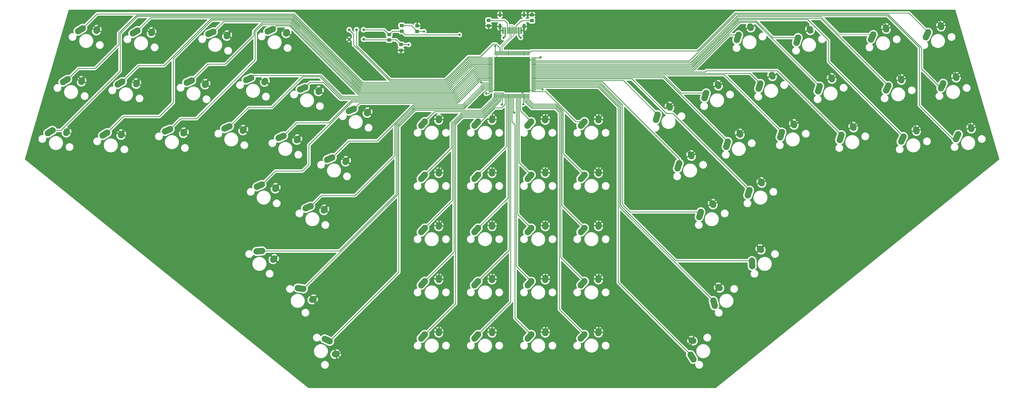
<source format=gbr>
%TF.GenerationSoftware,KiCad,Pcbnew,(5.99.0-9650-gad505e29c0)*%
%TF.CreationDate,2021-03-24T14:31:15-04:00*%
%TF.ProjectId,Hangulator,48616e67-756c-4617-946f-722e6b696361,rev?*%
%TF.SameCoordinates,Original*%
%TF.FileFunction,Copper,L1,Top*%
%TF.FilePolarity,Positive*%
%FSLAX46Y46*%
G04 Gerber Fmt 4.6, Leading zero omitted, Abs format (unit mm)*
G04 Created by KiCad (PCBNEW (5.99.0-9650-gad505e29c0)) date 2021-03-24 14:31:15*
%MOMM*%
%LPD*%
G01*
G04 APERTURE LIST*
G04 Aperture macros list*
%AMRoundRect*
0 Rectangle with rounded corners*
0 $1 Rounding radius*
0 $2 $3 $4 $5 $6 $7 $8 $9 X,Y pos of 4 corners*
0 Add a 4 corners polygon primitive as box body*
4,1,4,$2,$3,$4,$5,$6,$7,$8,$9,$2,$3,0*
0 Add four circle primitives for the rounded corners*
1,1,$1+$1,$2,$3*
1,1,$1+$1,$4,$5*
1,1,$1+$1,$6,$7*
1,1,$1+$1,$8,$9*
0 Add four rect primitives between the rounded corners*
20,1,$1+$1,$2,$3,$4,$5,0*
20,1,$1+$1,$4,$5,$6,$7,0*
20,1,$1+$1,$6,$7,$8,$9,0*
20,1,$1+$1,$8,$9,$2,$3,0*%
%AMHorizOval*
0 Thick line with rounded ends*
0 $1 width*
0 $2 $3 position (X,Y) of the first rounded end (center of the circle)*
0 $4 $5 position (X,Y) of the second rounded end (center of the circle)*
0 Add line between two ends*
20,1,$1,$2,$3,$4,$5,0*
0 Add two circle primitives to create the rounded ends*
1,1,$1,$2,$3*
1,1,$1,$4,$5*%
G04 Aperture macros list end*
%TA.AperFunction,ComponentPad*%
%ADD10C,2.250000*%
%TD*%
%TA.AperFunction,ComponentPad*%
%ADD11HorizOval,2.250000X0.655001X0.730000X-0.655001X-0.730000X0*%
%TD*%
%TA.AperFunction,ComponentPad*%
%ADD12HorizOval,2.250000X0.020000X0.290000X-0.020000X-0.290000X0*%
%TD*%
%TA.AperFunction,ComponentPad*%
%ADD13HorizOval,2.250000X0.420851X0.885895X-0.420851X-0.885895X0*%
%TD*%
%TA.AperFunction,ComponentPad*%
%ADD14HorizOval,2.250000X-0.063138X0.283749X0.063138X-0.283749X0*%
%TD*%
%TA.AperFunction,ComponentPad*%
%ADD15HorizOval,2.250000X0.301618X0.933248X-0.301618X-0.933248X0*%
%TD*%
%TA.AperFunction,ComponentPad*%
%ADD16HorizOval,2.250000X-0.099635X0.273080X0.099635X-0.273080X0*%
%TD*%
%TA.AperFunction,ComponentPad*%
%ADD17HorizOval,2.250000X-0.035933X0.980120X0.035933X-0.980120X0*%
%TD*%
%TA.AperFunction,ComponentPad*%
%ADD18HorizOval,2.250000X-0.187064X0.222502X0.187064X-0.222502X0*%
%TD*%
%TA.AperFunction,ComponentPad*%
%ADD19HorizOval,2.250000X-0.256647X0.946603X0.256647X-0.946603X0*%
%TD*%
%TA.AperFunction,ComponentPad*%
%ADD20HorizOval,2.250000X-0.232535X0.174435X0.232535X-0.174435X0*%
%TD*%
%TA.AperFunction,ComponentPad*%
%ADD21HorizOval,2.250000X-0.513616X0.835538X0.513616X-0.835538X0*%
%TD*%
%TA.AperFunction,ComponentPad*%
%ADD22HorizOval,2.250000X-0.272342X0.101636X0.272342X-0.101636X0*%
%TD*%
%TA.AperFunction,ComponentPad*%
%ADD23HorizOval,2.250000X0.886115X-0.420387X-0.886115X0.420387X0*%
%TD*%
%TA.AperFunction,ComponentPad*%
%ADD24HorizOval,2.250000X0.283716X0.063287X-0.283716X-0.063287X0*%
%TD*%
%TA.AperFunction,ComponentPad*%
%ADD25HorizOval,2.250000X0.895221X0.400632X-0.895221X-0.400632X0*%
%TD*%
%TA.AperFunction,ComponentPad*%
%ADD26HorizOval,2.250000X0.136180X0.256817X-0.136180X-0.256817X0*%
%TD*%
%TA.AperFunction,ComponentPad*%
%ADD27HorizOval,2.250000X0.968782X-0.152927X-0.968782X0.152927X0*%
%TD*%
%TA.AperFunction,ComponentPad*%
%ADD28HorizOval,2.250000X0.254280X0.140861X-0.254280X-0.140861X0*%
%TD*%
%TA.AperFunction,ComponentPad*%
%ADD29HorizOval,2.250000X0.978268X0.070116X-0.978268X-0.070116X0*%
%TD*%
%TA.AperFunction,ComponentPad*%
%ADD30HorizOval,2.250000X0.215838X0.194715X-0.215838X-0.194715X0*%
%TD*%
%TA.AperFunction,ComponentPad*%
%ADD31HorizOval,2.250000X0.835269X0.514054X-0.835269X-0.514054X0*%
%TD*%
%TA.AperFunction,ComponentPad*%
%ADD32HorizOval,2.250000X0.101493X0.272395X-0.101493X-0.272395X0*%
%TD*%
%TA.AperFunction,SMDPad,CuDef*%
%ADD33RoundRect,0.250000X-0.450000X0.350000X-0.450000X-0.350000X0.450000X-0.350000X0.450000X0.350000X0*%
%TD*%
%TA.AperFunction,SMDPad,CuDef*%
%ADD34RoundRect,0.250000X0.450000X-0.350000X0.450000X0.350000X-0.450000X0.350000X-0.450000X-0.350000X0*%
%TD*%
%TA.AperFunction,SMDPad,CuDef*%
%ADD35C,1.000000*%
%TD*%
%TA.AperFunction,SMDPad,CuDef*%
%ADD36RoundRect,0.250000X0.450000X-0.325000X0.450000X0.325000X-0.450000X0.325000X-0.450000X-0.325000X0*%
%TD*%
%TA.AperFunction,SMDPad,CuDef*%
%ADD37RoundRect,0.250000X-0.450000X0.325000X-0.450000X-0.325000X0.450000X-0.325000X0.450000X0.325000X0*%
%TD*%
%TA.AperFunction,SMDPad,CuDef*%
%ADD38R,0.600000X2.450000*%
%TD*%
%TA.AperFunction,SMDPad,CuDef*%
%ADD39R,0.300000X2.450000*%
%TD*%
%TA.AperFunction,ComponentPad*%
%ADD40O,1.000000X1.600000*%
%TD*%
%TA.AperFunction,ComponentPad*%
%ADD41O,1.000000X2.100000*%
%TD*%
%TA.AperFunction,SMDPad,CuDef*%
%ADD42RoundRect,0.075000X0.075000X-0.725000X0.075000X0.725000X-0.075000X0.725000X-0.075000X-0.725000X0*%
%TD*%
%TA.AperFunction,SMDPad,CuDef*%
%ADD43RoundRect,0.075000X0.725000X-0.075000X0.725000X0.075000X-0.725000X0.075000X-0.725000X-0.075000X0*%
%TD*%
%TA.AperFunction,ViaPad*%
%ADD44C,0.800000*%
%TD*%
%TA.AperFunction,Conductor*%
%ADD45C,0.254000*%
%TD*%
%TA.AperFunction,Conductor*%
%ADD46C,0.250000*%
%TD*%
%TA.AperFunction,Conductor*%
%ADD47C,0.200000*%
%TD*%
%TA.AperFunction,Conductor*%
%ADD48C,0.381000*%
%TD*%
G04 APERTURE END LIST*
D10*
%TO.P,MX62,1,COL*%
%TO.N,PF3*%
X317900000Y-266990000D03*
D11*
X317245001Y-267720000D03*
D10*
%TO.P,MX62,2,ROW*%
%TO.N,GND*%
X322940000Y-265910000D03*
D12*
X322920000Y-266200000D03*
%TD*%
D10*
%TO.P,MX61,1,COL*%
%TO.N,PC6*%
X317900000Y-247950000D03*
D11*
X317245001Y-248680000D03*
D10*
%TO.P,MX61,2,ROW*%
%TO.N,GND*%
X322940000Y-246870000D03*
D12*
X322920000Y-247160000D03*
%TD*%
D10*
%TO.P,MX60,1,COL*%
%TO.N,PC7*%
X317910000Y-228900000D03*
D11*
X317255001Y-229630000D03*
D10*
%TO.P,MX60,2,ROW*%
%TO.N,GND*%
X322950000Y-227820000D03*
D12*
X322930000Y-228110000D03*
%TD*%
D10*
%TO.P,MX59,1,COL*%
%TO.N,PC8*%
X317920000Y-209850000D03*
D11*
X317265001Y-210580000D03*
D10*
%TO.P,MX59,2,ROW*%
%TO.N,GND*%
X322960000Y-208770000D03*
D12*
X322940000Y-209060000D03*
%TD*%
D10*
%TO.P,MX58,1,COL*%
%TO.N,PC9*%
X317910000Y-190800000D03*
D11*
X317255001Y-191530000D03*
D10*
%TO.P,MX58,2,ROW*%
%TO.N,GND*%
X322950000Y-189720000D03*
D12*
X322930000Y-190010000D03*
%TD*%
D10*
%TO.P,MX57,1,COL*%
%TO.N,PC1*%
X298860000Y-267000000D03*
D11*
X298205001Y-267730000D03*
D10*
%TO.P,MX57,2,ROW*%
%TO.N,GND*%
X303900000Y-265920000D03*
D12*
X303880000Y-266210000D03*
%TD*%
D10*
%TO.P,MX56,1,COL*%
%TO.N,PC2*%
X298860000Y-247950000D03*
D11*
X298205001Y-248680000D03*
D10*
%TO.P,MX56,2,ROW*%
%TO.N,GND*%
X303900000Y-246870000D03*
D12*
X303880000Y-247160000D03*
%TD*%
D10*
%TO.P,MX55,1,COL*%
%TO.N,PC3*%
X298860000Y-228900000D03*
D11*
X298205001Y-229630000D03*
D10*
%TO.P,MX55,2,ROW*%
%TO.N,GND*%
X303900000Y-227820000D03*
D12*
X303880000Y-228110000D03*
%TD*%
D10*
%TO.P,MX54,1,COL*%
%TO.N,PC4*%
X298860000Y-209850000D03*
D11*
X298205001Y-210580000D03*
D10*
%TO.P,MX54,2,ROW*%
%TO.N,GND*%
X303900000Y-208770000D03*
D12*
X303880000Y-209060000D03*
%TD*%
D10*
%TO.P,MX53,1,COL*%
%TO.N,PC5*%
X298850000Y-190800000D03*
D11*
X298195001Y-191530000D03*
D10*
%TO.P,MX53,2,ROW*%
%TO.N,GND*%
X303890000Y-189720000D03*
D12*
X303870000Y-190010000D03*
%TD*%
D10*
%TO.P,MX52,1,COL*%
%TO.N,00*%
X279820000Y-267000000D03*
D11*
X279165001Y-267730000D03*
D10*
%TO.P,MX52,2,ROW*%
%TO.N,GND*%
X284860000Y-265920000D03*
D12*
X284840000Y-266210000D03*
%TD*%
D10*
%TO.P,MX51,1,COL*%
%TO.N,2*%
X279810000Y-247950000D03*
D11*
X279155001Y-248680000D03*
D10*
%TO.P,MX51,2,ROW*%
%TO.N,GND*%
X284850000Y-246870000D03*
D12*
X284830000Y-247160000D03*
%TD*%
D10*
%TO.P,MX50,1,COL*%
%TO.N,5*%
X279820000Y-228890000D03*
D11*
X279165001Y-229620000D03*
D10*
%TO.P,MX50,2,ROW*%
%TO.N,GND*%
X284860000Y-227810000D03*
D12*
X284840000Y-228100000D03*
%TD*%
D10*
%TO.P,MX49,1,COL*%
%TO.N,8*%
X279820000Y-209850000D03*
D11*
X279165001Y-210580000D03*
D10*
%TO.P,MX49,2,ROW*%
%TO.N,GND*%
X284860000Y-208770000D03*
D12*
X284840000Y-209060000D03*
%TD*%
D10*
%TO.P,MX48,1,COL*%
%TO.N,{slash}*%
X279810000Y-190800000D03*
D11*
X279155001Y-191530000D03*
D10*
%TO.P,MX48,2,ROW*%
%TO.N,GND*%
X284850000Y-189720000D03*
D12*
X284830000Y-190010000D03*
%TD*%
D10*
%TO.P,MX47,1,COL*%
%TO.N,01*%
X260770000Y-267000000D03*
D11*
X260115001Y-267730000D03*
D10*
%TO.P,MX47,2,ROW*%
%TO.N,GND*%
X265810000Y-265920000D03*
D12*
X265790000Y-266210000D03*
%TD*%
D10*
%TO.P,MX46,1,COL*%
%TO.N,1*%
X260760000Y-247950000D03*
D11*
X260105001Y-248680000D03*
D10*
%TO.P,MX46,2,ROW*%
%TO.N,GND*%
X265800000Y-246870000D03*
D12*
X265780000Y-247160000D03*
%TD*%
D10*
%TO.P,MX45,1,COL*%
%TO.N,4*%
X260760000Y-228910000D03*
D11*
X260105001Y-229640000D03*
D10*
%TO.P,MX45,2,ROW*%
%TO.N,GND*%
X265800000Y-227830000D03*
D12*
X265780000Y-228120000D03*
%TD*%
D10*
%TO.P,MX44,1,COL*%
%TO.N,7*%
X260760000Y-209850000D03*
D11*
X260105001Y-210580000D03*
D10*
%TO.P,MX44,2,ROW*%
%TO.N,GND*%
X265800000Y-208770000D03*
D12*
X265780000Y-209060000D03*
%TD*%
D10*
%TO.P,MX43,1,COL*%
%TO.N,LOGOUT*%
X260760000Y-190800000D03*
D11*
X260105001Y-191530000D03*
D10*
%TO.P,MX43,2,ROW*%
%TO.N,GND*%
X265800000Y-189720000D03*
D12*
X265780000Y-190010000D03*
%TD*%
D10*
%TO.P,MX42,1,COL*%
%TO.N,LSHFT*%
X451687435Y-195344143D03*
D13*
X451266585Y-196230038D03*
D10*
%TO.P,MX42,2,ROW*%
%TO.N,GND*%
X456213580Y-192877970D03*
D14*
X456276719Y-193161719D03*
%TD*%
D10*
%TO.P,MX41,1,COL*%
%TO.N,ENTER*%
X446277435Y-177074143D03*
D13*
X445856585Y-177960038D03*
D10*
%TO.P,MX41,2,ROW*%
%TO.N,GND*%
X450803580Y-174607970D03*
D14*
X450866719Y-174891719D03*
%TD*%
D10*
%TO.P,MX40,1,COL*%
%TO.N,BKSPC*%
X440867435Y-158814143D03*
D13*
X440446585Y-159700038D03*
D10*
%TO.P,MX40,2,ROW*%
%TO.N,GND*%
X445393580Y-156347970D03*
D14*
X445456719Y-156631719D03*
%TD*%
D10*
%TO.P,MX39,1,COL*%
%TO.N,{slash}?*%
X432067435Y-196174143D03*
D13*
X431646585Y-197060038D03*
D10*
%TO.P,MX39,2,ROW*%
%TO.N,GND*%
X436593580Y-193707970D03*
D14*
X436656719Y-193991719D03*
%TD*%
D10*
%TO.P,MX38,1,COL*%
%TO.N,;:*%
X426657435Y-177914143D03*
D13*
X426236585Y-178800038D03*
D10*
%TO.P,MX38,2,ROW*%
%TO.N,GND*%
X431183580Y-175447970D03*
D14*
X431246719Y-175731719D03*
%TD*%
D10*
%TO.P,MX37,1,COL*%
%TO.N,P*%
X421247435Y-159654143D03*
D13*
X420826585Y-160540038D03*
D10*
%TO.P,MX37,2,ROW*%
%TO.N,GND*%
X425773580Y-157187970D03*
D14*
X425836719Y-157471719D03*
%TD*%
D10*
%TO.P,MX36,1,COL*%
%TO.N,.>*%
X409839650Y-195511977D03*
D15*
X409538033Y-196445225D03*
D10*
%TO.P,MX36,2,ROW*%
%TO.N,GND*%
X414005174Y-192476122D03*
D16*
X414104809Y-192749203D03*
%TD*%
D10*
%TO.P,MX35,1,COL*%
%TO.N,L*%
X402079650Y-178101977D03*
D15*
X401778033Y-179035225D03*
D10*
%TO.P,MX35,2,ROW*%
%TO.N,GND*%
X406245174Y-175066122D03*
D16*
X406344809Y-175339203D03*
%TD*%
D10*
%TO.P,MX34,1,COL*%
%TO.N,O*%
X394349650Y-160701977D03*
D15*
X394048033Y-161635225D03*
D10*
%TO.P,MX34,2,ROW*%
%TO.N,GND*%
X398515174Y-157666122D03*
D16*
X398614809Y-157939203D03*
%TD*%
D10*
%TO.P,MX33,1,COL*%
%TO.N,RT1*%
X377843017Y-240599287D03*
D17*
X377878950Y-241579405D03*
D10*
%TO.P,MX33,2,ROW*%
%TO.N,GND*%
X380718259Y-236321322D03*
D18*
X380905323Y-236543823D03*
%TD*%
D10*
%TO.P,MX32,1,COL*%
%TO.N,\u002C<*%
X388549650Y-194551977D03*
D15*
X388248033Y-195485225D03*
D10*
%TO.P,MX32,2,ROW*%
%TO.N,GND*%
X392715174Y-191516122D03*
D16*
X392814809Y-191789203D03*
%TD*%
D10*
%TO.P,MX31,1,COL*%
%TO.N,K*%
X380809650Y-177151977D03*
D15*
X380508033Y-178085225D03*
D10*
%TO.P,MX31,2,ROW*%
%TO.N,GND*%
X384975174Y-174116122D03*
D16*
X385074809Y-174389203D03*
%TD*%
D10*
%TO.P,MX30,1,COL*%
%TO.N,I*%
X373069650Y-159751977D03*
D15*
X372768033Y-160685225D03*
D10*
%TO.P,MX30,2,ROW*%
%TO.N,GND*%
X377235174Y-156716122D03*
D16*
X377334809Y-156989203D03*
%TD*%
D10*
%TO.P,MX29,1,COL*%
%TO.N,RT2*%
X363993624Y-254893882D03*
D19*
X364250272Y-255840485D03*
D10*
%TO.P,MX29,2,ROW*%
%TO.N,GND*%
X365826956Y-250076529D03*
D20*
X366059491Y-250250964D03*
%TD*%
D10*
%TO.P,MX28,1,COL*%
%TO.N,M*%
X376969650Y-215361977D03*
D15*
X376668033Y-216295225D03*
D10*
%TO.P,MX28,2,ROW*%
%TO.N,GND*%
X381135174Y-212326122D03*
D16*
X381234809Y-212599203D03*
%TD*%
D10*
%TO.P,MX27,1,COL*%
%TO.N,J*%
X369219650Y-197951977D03*
D15*
X368918033Y-198885225D03*
D10*
%TO.P,MX27,2,ROW*%
%TO.N,GND*%
X373385174Y-194916122D03*
D16*
X373484809Y-195189203D03*
%TD*%
D10*
%TO.P,MX26,1,COL*%
%TO.N,U*%
X361459650Y-180541977D03*
D15*
X361158033Y-181475225D03*
D10*
%TO.P,MX26,2,ROW*%
%TO.N,GND*%
X365625174Y-177506122D03*
D16*
X365724809Y-177779203D03*
%TD*%
D10*
%TO.P,MX25,1,COL*%
%TO.N,RT3*%
X355864243Y-274259401D03*
D21*
X356377860Y-275094938D03*
D10*
%TO.P,MX25,2,ROW*%
%TO.N,GND*%
X356261949Y-269120352D03*
D22*
X356534291Y-269221988D03*
%TD*%
D10*
%TO.P,MX24,1,COL*%
%TO.N,N*%
X359549650Y-223101977D03*
D15*
X359248033Y-224035225D03*
D10*
%TO.P,MX24,2,ROW*%
%TO.N,GND*%
X363715174Y-220066122D03*
D16*
X363814809Y-220339203D03*
%TD*%
D10*
%TO.P,MX23,1,COL*%
%TO.N,H*%
X351809650Y-205691977D03*
D15*
X351508033Y-206625225D03*
D10*
%TO.P,MX23,2,ROW*%
%TO.N,GND*%
X355975174Y-202656122D03*
D16*
X356074809Y-202929203D03*
%TD*%
D10*
%TO.P,MX22,1,COL*%
%TO.N,Y*%
X344069650Y-188291977D03*
D15*
X343768033Y-189225225D03*
D10*
%TO.P,MX22,2,ROW*%
%TO.N,GND*%
X348235174Y-185256122D03*
D16*
X348334809Y-185529203D03*
%TD*%
D10*
%TO.P,MX21,1,COL*%
%TO.N,GUI*%
X226714007Y-269465799D03*
D23*
X225827892Y-269045413D03*
D10*
%TO.P,MX21,2,ROW*%
%TO.N,GND*%
X229182549Y-273990652D03*
D24*
X228898833Y-274053939D03*
%TD*%
D10*
%TO.P,MX20,1,COL*%
%TO.N,B*%
X219882268Y-221069091D03*
D25*
X218987048Y-221469723D03*
D10*
%TO.P,MX20,2,ROW*%
%TO.N,GND*%
X224925998Y-222131535D03*
D26*
X224789818Y-222388352D03*
%TD*%
D10*
%TO.P,MX19,1,COL*%
%TO.N,G*%
X227632268Y-203659091D03*
D25*
X226737048Y-204059723D03*
D10*
%TO.P,MX19,2,ROW*%
%TO.N,GND*%
X232675998Y-204721535D03*
D26*
X232539818Y-204978352D03*
%TD*%
D10*
%TO.P,MX18,1,COL*%
%TO.N,T*%
X235372268Y-186259091D03*
D25*
X234477048Y-186659723D03*
D10*
%TO.P,MX18,2,ROW*%
%TO.N,GND*%
X240415998Y-187321535D03*
D26*
X240279818Y-187578352D03*
%TD*%
D10*
%TO.P,MX17,1,COL*%
%TO.N,M3*%
X217288306Y-250687206D03*
D27*
X216319524Y-250534280D03*
D10*
%TO.P,MX17,2,ROW*%
%TO.N,GND*%
X220934603Y-254330353D03*
D28*
X220680324Y-254471214D03*
%TD*%
D10*
%TO.P,MX16,1,COL*%
%TO.N,V*%
X202462268Y-213329091D03*
D25*
X201567048Y-213729723D03*
D10*
%TO.P,MX16,2,ROW*%
%TO.N,GND*%
X207505998Y-214391535D03*
D26*
X207369818Y-214648352D03*
%TD*%
D10*
%TO.P,MX15,1,COL*%
%TO.N,F*%
X210212268Y-195909091D03*
D25*
X209317048Y-196309723D03*
D10*
%TO.P,MX15,2,ROW*%
%TO.N,GND*%
X215255998Y-196971535D03*
D26*
X215119818Y-197228352D03*
%TD*%
D10*
%TO.P,MX14,1,COL*%
%TO.N,R*%
X217952268Y-178509091D03*
D25*
X217057048Y-178909723D03*
D10*
%TO.P,MX14,2,ROW*%
%TO.N,GND*%
X222995998Y-179571535D03*
D26*
X222859818Y-179828352D03*
%TD*%
D10*
%TO.P,MX13,1,COL*%
%TO.N,SPACE*%
X202560284Y-237115995D03*
D29*
X201582016Y-237186113D03*
D10*
%TO.P,MX13,2,ROW*%
%TO.N,GND*%
X206935988Y-239840186D03*
D30*
X206720150Y-240034902D03*
%TD*%
D10*
%TO.P,MX12,1,COL*%
%TO.N,C*%
X190882268Y-192509091D03*
D25*
X189987048Y-192909723D03*
D10*
%TO.P,MX12,2,ROW*%
%TO.N,GND*%
X195925998Y-193571535D03*
D26*
X195789818Y-193828352D03*
%TD*%
D10*
%TO.P,MX11,1,COL*%
%TO.N,D*%
X198622268Y-175119091D03*
D25*
X197727048Y-175519723D03*
D10*
%TO.P,MX11,2,ROW*%
%TO.N,GND*%
X203665998Y-176181535D03*
D26*
X203529818Y-176438352D03*
%TD*%
D10*
%TO.P,MX10,1,COL*%
%TO.N,E*%
X206372268Y-157709091D03*
D25*
X205477048Y-158109723D03*
D10*
%TO.P,MX10,2,ROW*%
%TO.N,GND*%
X211415998Y-158771535D03*
D26*
X211279818Y-159028352D03*
%TD*%
D10*
%TO.P,MX9,1,COL*%
%TO.N,X*%
X169612268Y-193479091D03*
D25*
X168717048Y-193879723D03*
D10*
%TO.P,MX9,2,ROW*%
%TO.N,GND*%
X174655998Y-194541535D03*
D26*
X174519818Y-194798352D03*
%TD*%
D10*
%TO.P,MX8,1,COL*%
%TO.N,S*%
X177352268Y-176069091D03*
D25*
X176457048Y-176469723D03*
D10*
%TO.P,MX8,2,ROW*%
%TO.N,GND*%
X182395998Y-177131535D03*
D26*
X182259818Y-177388352D03*
%TD*%
D10*
%TO.P,MX7,1,COL*%
%TO.N,W*%
X185092268Y-158669091D03*
D25*
X184197048Y-159069723D03*
D10*
%TO.P,MX7,2,ROW*%
%TO.N,GND*%
X190135998Y-159731535D03*
D26*
X189999818Y-159988352D03*
%TD*%
D10*
%TO.P,MX6,1,COL*%
%TO.N,Z*%
X147138219Y-194764903D03*
D31*
X146302951Y-195278957D03*
D10*
%TO.P,MX6,2,ROW*%
%TO.N,GND*%
X152277476Y-195159918D03*
D32*
X152175982Y-195432313D03*
%TD*%
D10*
%TO.P,MX5,1,COL*%
%TO.N,A*%
X152548219Y-176504903D03*
D31*
X151712951Y-177018957D03*
D10*
%TO.P,MX5,2,ROW*%
%TO.N,GND*%
X157687476Y-176899918D03*
D32*
X157585982Y-177172313D03*
%TD*%
D10*
%TO.P,MX4,1,COL*%
%TO.N,Q*%
X157958219Y-158224903D03*
D31*
X157122951Y-158738957D03*
D10*
%TO.P,MX4,2,ROW*%
%TO.N,GND*%
X163097476Y-158619918D03*
D32*
X162995982Y-158892313D03*
%TD*%
D10*
%TO.P,MX3,1,COL*%
%TO.N,RSHFT*%
X127518219Y-193924903D03*
D31*
X126682951Y-194438957D03*
D10*
%TO.P,MX3,2,ROW*%
%TO.N,GND*%
X132657476Y-194319918D03*
D32*
X132555982Y-194592313D03*
%TD*%
D10*
%TO.P,MX2,1,COL*%
%TO.N,LCTRL*%
X132928219Y-175664903D03*
D31*
X132092951Y-176178957D03*
D10*
%TO.P,MX2,2,ROW*%
%TO.N,GND*%
X138067476Y-176059918D03*
D32*
X137965982Y-176332313D03*
%TD*%
D10*
%TO.P,MX1,1,COL*%
%TO.N,TAB*%
X138338219Y-157384903D03*
D31*
X137502951Y-157898957D03*
D10*
%TO.P,MX1,2,ROW*%
%TO.N,GND*%
X143477476Y-157779918D03*
D32*
X143375982Y-158052313D03*
%TD*%
D33*
%TO.P,R1,1*%
%TO.N,GND*%
X299100000Y-152625000D03*
%TO.P,R1,2*%
%TO.N,Net-(R1-Pad2)*%
X299100000Y-154625000D03*
%TD*%
D34*
%TO.P,R2,1*%
%TO.N,GND*%
X283575000Y-156525000D03*
%TO.P,R2,2*%
%TO.N,Net-(R2-Pad2)*%
X283575000Y-154525000D03*
%TD*%
D35*
%TO.P,TP1,1,1*%
%TO.N,VDD1*%
X238850000Y-157950000D03*
%TD*%
D36*
%TO.P,J2,1,Pin_1*%
%TO.N,VDD1*%
X252500000Y-158425000D03*
%TO.P,J2,2,Pin_2*%
%TO.N,BOOT*%
X252500000Y-156375000D03*
%TD*%
D34*
%TO.P,R4,1*%
%TO.N,BOOT*%
X258000000Y-158500000D03*
%TO.P,R4,2*%
%TO.N,GND*%
X258000000Y-156500000D03*
%TD*%
D35*
%TO.P,TP4,1,1*%
%TO.N,RESET*%
X238900000Y-161325000D03*
%TD*%
D37*
%TO.P,J1,1,Pin_1*%
%TO.N,RESET*%
X252250000Y-163225000D03*
%TO.P,J1,2,Pin_2*%
%TO.N,GND*%
X252250000Y-165275000D03*
%TD*%
D38*
%TO.P,USB1,1,GND*%
%TO.N,GND*%
X295225000Y-158195000D03*
%TO.P,USB1,2,VBUS*%
%TO.N,+5V*%
X294450000Y-158195000D03*
D39*
%TO.P,USB1,3,SBU2*%
%TO.N,unconnected-(USB1-Pad3)*%
X293750000Y-158195000D03*
%TO.P,USB1,4,CC1*%
%TO.N,Net-(R1-Pad2)*%
X293250000Y-158195000D03*
%TO.P,USB1,5,DN2*%
%TO.N,D-*%
X292750000Y-158195000D03*
%TO.P,USB1,6,DP1*%
%TO.N,D+*%
X292250000Y-158195000D03*
%TO.P,USB1,7,DN1*%
%TO.N,D-*%
X291750000Y-158195000D03*
%TO.P,USB1,8,DP2*%
%TO.N,D+*%
X291250000Y-158195000D03*
%TO.P,USB1,9,SBU1*%
%TO.N,unconnected-(USB1-Pad9)*%
X290750000Y-158195000D03*
%TO.P,USB1,10,CC2*%
%TO.N,Net-(R2-Pad2)*%
X290250000Y-158195000D03*
D38*
%TO.P,USB1,11,VBUS*%
%TO.N,+5V*%
X289550000Y-158195000D03*
%TO.P,USB1,12,GND*%
%TO.N,GND*%
X288775000Y-158195000D03*
D40*
%TO.P,USB1,13,SHIELD*%
X296320000Y-152600000D03*
X287680000Y-152600000D03*
D41*
X287680000Y-156780000D03*
X296320000Y-156780000D03*
%TD*%
D42*
%TO.P,U2,1,PE2*%
%TO.N,LOGOUT*%
X286000000Y-181675000D03*
%TO.P,U2,2,PE3*%
%TO.N,7*%
X286500000Y-181675000D03*
%TO.P,U2,3,PE4*%
%TO.N,4*%
X287000000Y-181675000D03*
%TO.P,U2,4,PE5*%
%TO.N,1*%
X287500000Y-181675000D03*
%TO.P,U2,5,PE6*%
%TO.N,01*%
X288000000Y-181675000D03*
%TO.P,U2,6,VBAT*%
%TO.N,VDD1*%
X288500000Y-181675000D03*
%TO.P,U2,7,PC13*%
%TO.N,GUI*%
X289000000Y-181675000D03*
%TO.P,U2,8,PC14*%
%TO.N,{slash}*%
X289500000Y-181675000D03*
%TO.P,U2,9,PC15*%
%TO.N,8*%
X290000000Y-181675000D03*
%TO.P,U2,10,PF9*%
%TO.N,5*%
X290500000Y-181675000D03*
%TO.P,U2,11,PF10*%
%TO.N,2*%
X291000000Y-181675000D03*
%TO.P,U2,12,PF0*%
%TO.N,00*%
X291500000Y-181675000D03*
%TO.P,U2,13,PF1*%
%TO.N,PC1*%
X292000000Y-181675000D03*
%TO.P,U2,14,NRST*%
%TO.N,RESET*%
X292500000Y-181675000D03*
%TO.P,U2,15,PC0*%
%TO.N,unconnected-(U2-Pad15)*%
X293000000Y-181675000D03*
%TO.P,U2,16,PC1*%
%TO.N,PC2*%
X293500000Y-181675000D03*
%TO.P,U2,17,PC2*%
%TO.N,PC3*%
X294000000Y-181675000D03*
%TO.P,U2,18,PC3*%
%TO.N,PC4*%
X294500000Y-181675000D03*
%TO.P,U2,19,PF2*%
%TO.N,PC5*%
X295000000Y-181675000D03*
%TO.P,U2,20,VSSA*%
%TO.N,GND*%
X295500000Y-181675000D03*
%TO.P,U2,21,VDDA*%
%TO.N,VDD1*%
X296000000Y-181675000D03*
%TO.P,U2,22,PF3*%
%TO.N,PF3*%
X296500000Y-181675000D03*
%TO.P,U2,23,PA0*%
%TO.N,PC6*%
X297000000Y-181675000D03*
%TO.P,U2,24,PA1*%
%TO.N,PC7*%
X297500000Y-181675000D03*
%TO.P,U2,25,PA2*%
%TO.N,PC8*%
X298000000Y-181675000D03*
D43*
%TO.P,U2,26,PA3*%
%TO.N,PC9*%
X299675000Y-180000000D03*
%TO.P,U2,27,VSS*%
%TO.N,GND*%
X299675000Y-179500000D03*
%TO.P,U2,28,VDD*%
%TO.N,VDD1*%
X299675000Y-179000000D03*
%TO.P,U2,29,PA4*%
%TO.N,RT3*%
X299675000Y-178500000D03*
%TO.P,U2,30,PA5*%
%TO.N,RT2*%
X299675000Y-178000000D03*
%TO.P,U2,31,PA6*%
%TO.N,RT1*%
X299675000Y-177500000D03*
%TO.P,U2,32,PA7*%
%TO.N,N*%
X299675000Y-177000000D03*
%TO.P,U2,33,PC4*%
%TO.N,H*%
X299675000Y-176500000D03*
%TO.P,U2,34,PC5*%
%TO.N,Y*%
X299675000Y-176000000D03*
%TO.P,U2,35,PB0*%
%TO.N,M*%
X299675000Y-175500000D03*
%TO.P,U2,36,PB1*%
%TO.N,J*%
X299675000Y-175000000D03*
%TO.P,U2,37,PB2*%
%TO.N,U*%
X299675000Y-174500000D03*
%TO.P,U2,38,PE7*%
%TO.N,\u002C<*%
X299675000Y-174000000D03*
%TO.P,U2,39,PE8*%
%TO.N,K*%
X299675000Y-173500000D03*
%TO.P,U2,40,PE9*%
%TO.N,.>*%
X299675000Y-173000000D03*
%TO.P,U2,41,PE10*%
%TO.N,I*%
X299675000Y-172500000D03*
%TO.P,U2,42,PE11*%
%TO.N,L*%
X299675000Y-172000000D03*
%TO.P,U2,43,PE12*%
%TO.N,O*%
X299675000Y-171500000D03*
%TO.P,U2,44,PE13*%
%TO.N,{slash}?*%
X299675000Y-171000000D03*
%TO.P,U2,45,PE14*%
%TO.N,;:*%
X299675000Y-170500000D03*
%TO.P,U2,46,PE15*%
%TO.N,P*%
X299675000Y-170000000D03*
%TO.P,U2,47,PB10*%
%TO.N,LSHFT*%
X299675000Y-169500000D03*
%TO.P,U2,48,PB11*%
%TO.N,ENTER*%
X299675000Y-169000000D03*
%TO.P,U2,49,VSS*%
%TO.N,GND*%
X299675000Y-168500000D03*
%TO.P,U2,50,VDD*%
%TO.N,VDD1*%
X299675000Y-168000000D03*
D42*
%TO.P,U2,51,PB12*%
%TO.N,BKSPC*%
X298000000Y-166325000D03*
%TO.P,U2,52,PB13*%
%TO.N,unconnected-(U2-Pad52)*%
X297500000Y-166325000D03*
%TO.P,U2,53,PB14*%
%TO.N,unconnected-(U2-Pad53)*%
X297000000Y-166325000D03*
%TO.P,U2,54,PB15*%
%TO.N,unconnected-(U2-Pad54)*%
X296500000Y-166325000D03*
%TO.P,U2,55,PD8*%
%TO.N,unconnected-(U2-Pad55)*%
X296000000Y-166325000D03*
%TO.P,U2,56,PD9*%
%TO.N,unconnected-(U2-Pad56)*%
X295500000Y-166325000D03*
%TO.P,U2,57,PD10*%
%TO.N,unconnected-(U2-Pad57)*%
X295000000Y-166325000D03*
%TO.P,U2,58,PD11*%
%TO.N,unconnected-(U2-Pad58)*%
X294500000Y-166325000D03*
%TO.P,U2,59,PD12*%
%TO.N,unconnected-(U2-Pad59)*%
X294000000Y-166325000D03*
%TO.P,U2,60,PD13*%
%TO.N,unconnected-(U2-Pad60)*%
X293500000Y-166325000D03*
%TO.P,U2,61,PD14*%
%TO.N,unconnected-(U2-Pad61)*%
X293000000Y-166325000D03*
%TO.P,U2,62,PD15*%
%TO.N,unconnected-(U2-Pad62)*%
X292500000Y-166325000D03*
%TO.P,U2,63,PC6*%
%TO.N,unconnected-(U2-Pad63)*%
X292000000Y-166325000D03*
%TO.P,U2,64,PC7*%
%TO.N,unconnected-(U2-Pad64)*%
X291500000Y-166325000D03*
%TO.P,U2,65,PC8*%
%TO.N,unconnected-(U2-Pad65)*%
X291000000Y-166325000D03*
%TO.P,U2,66,PC9*%
%TO.N,unconnected-(U2-Pad66)*%
X290500000Y-166325000D03*
%TO.P,U2,67,PA8*%
%TO.N,unconnected-(U2-Pad67)*%
X290000000Y-166325000D03*
%TO.P,U2,68,PA9*%
%TO.N,unconnected-(U2-Pad68)*%
X289500000Y-166325000D03*
%TO.P,U2,69,PA10*%
%TO.N,unconnected-(U2-Pad69)*%
X289000000Y-166325000D03*
%TO.P,U2,70,PA11*%
%TO.N,D-*%
X288500000Y-166325000D03*
%TO.P,U2,71,PA12*%
%TO.N,D+*%
X288000000Y-166325000D03*
%TO.P,U2,72,PA13*%
%TO.N,SWDIO*%
X287500000Y-166325000D03*
%TO.P,U2,73,PF6*%
%TO.N,unconnected-(U2-Pad73)*%
X287000000Y-166325000D03*
%TO.P,U2,74,VSS*%
%TO.N,GND*%
X286500000Y-166325000D03*
%TO.P,U2,75,VDDIO2*%
%TO.N,VDD1*%
X286000000Y-166325000D03*
D43*
%TO.P,U2,76,PA14*%
%TO.N,SWCLK*%
X284325000Y-168000000D03*
%TO.P,U2,77,PA15*%
%TO.N,TAB*%
X284325000Y-168500000D03*
%TO.P,U2,78,PC10*%
%TO.N,LCTRL*%
X284325000Y-169000000D03*
%TO.P,U2,79,PC11*%
%TO.N,RSHFT*%
X284325000Y-169500000D03*
%TO.P,U2,80,PC12*%
%TO.N,Q*%
X284325000Y-170000000D03*
%TO.P,U2,81,PD0*%
%TO.N,A*%
X284325000Y-170500000D03*
%TO.P,U2,82,PD1*%
%TO.N,Z*%
X284325000Y-171000000D03*
%TO.P,U2,83,PD2*%
%TO.N,W*%
X284325000Y-171500000D03*
%TO.P,U2,84,PD3*%
%TO.N,S*%
X284325000Y-172000000D03*
%TO.P,U2,85,PD4*%
%TO.N,X*%
X284325000Y-172500000D03*
%TO.P,U2,86,PD5*%
%TO.N,E*%
X284325000Y-173000000D03*
%TO.P,U2,87,PD6*%
%TO.N,D*%
X284325000Y-173500000D03*
%TO.P,U2,88,PD7*%
%TO.N,C*%
X284325000Y-174000000D03*
%TO.P,U2,89,PB3*%
%TO.N,R*%
X284325000Y-174500000D03*
%TO.P,U2,90,PB4*%
%TO.N,F*%
X284325000Y-175000000D03*
%TO.P,U2,91,PB5*%
%TO.N,V*%
X284325000Y-175500000D03*
%TO.P,U2,92,PB6*%
%TO.N,T*%
X284325000Y-176000000D03*
%TO.P,U2,93,PB7*%
%TO.N,unconnected-(U2-Pad93)*%
X284325000Y-176500000D03*
%TO.P,U2,94,BOOT0*%
%TO.N,BOOT*%
X284325000Y-177000000D03*
%TO.P,U2,95,PB8*%
%TO.N,G*%
X284325000Y-177500000D03*
%TO.P,U2,96,PB9*%
%TO.N,B*%
X284325000Y-178000000D03*
%TO.P,U2,97,PE0*%
%TO.N,SPACE*%
X284325000Y-178500000D03*
%TO.P,U2,98,PE1*%
%TO.N,M3*%
X284325000Y-179000000D03*
%TO.P,U2,99,VSS*%
%TO.N,GND*%
X284325000Y-179500000D03*
%TO.P,U2,100,VDD*%
%TO.N,VDD1*%
X284325000Y-180000000D03*
%TD*%
D35*
%TO.P,TP3,1,1*%
%TO.N,SWDIO*%
X236350000Y-157900000D03*
%TD*%
D33*
%TO.P,R3,1*%
%TO.N,VDD1*%
X248000000Y-159587500D03*
%TO.P,R3,2*%
%TO.N,RESET*%
X248000000Y-161587500D03*
%TD*%
D35*
%TO.P,TP5,1,1*%
%TO.N,GND*%
X233725000Y-161425000D03*
%TD*%
%TO.P,TP2,1,1*%
%TO.N,SWCLK*%
X233725000Y-157900000D03*
%TD*%
D44*
%TO.N,GND*%
X304875000Y-158225000D03*
%TO.N,RESET*%
X255000000Y-163250000D03*
X292750000Y-187575000D03*
%TO.N,BOOT*%
X281000000Y-176750000D03*
X260500000Y-158500000D03*
%TO.N,VDD1*%
X302920000Y-179250000D03*
X282750000Y-180750000D03*
X273225000Y-159725000D03*
X302200000Y-167725000D03*
X286000000Y-163800000D03*
X288350000Y-184700000D03*
X296000000Y-184575000D03*
%TO.N,GND*%
X280250000Y-182000000D03*
X258250000Y-165000000D03*
%TO.N,+5V*%
X295075000Y-160775000D03*
X288900000Y-160850000D03*
%TD*%
D45*
%TO.N,{slash}*%
X280944282Y-190800000D02*
X279810000Y-190800000D01*
X289500000Y-181675000D02*
X289500000Y-184593121D01*
X289500000Y-184593121D02*
X288218121Y-185875000D01*
X288218121Y-185875000D02*
X285869282Y-185875000D01*
X285869282Y-185875000D02*
X280944282Y-190800000D01*
%TO.N,RESET*%
X248000000Y-161500000D02*
X239075000Y-161500000D01*
D46*
X255000000Y-163250000D02*
X254975000Y-163225000D01*
X250525000Y-161500000D02*
X252250000Y-163225000D01*
D45*
X239075000Y-161500000D02*
X238900000Y-161325000D01*
D46*
X254975000Y-163225000D02*
X252250000Y-163225000D01*
D45*
X292500000Y-187325000D02*
X292750000Y-187575000D01*
X292500000Y-181675000D02*
X292500000Y-187325000D01*
D46*
X248000000Y-161500000D02*
X250525000Y-161500000D01*
%TO.N,BOOT*%
X255962500Y-156375000D02*
X258000000Y-158412500D01*
X281120000Y-177000000D02*
X284325000Y-177000000D01*
X252500000Y-156375000D02*
X255962500Y-156375000D01*
X260412500Y-158412500D02*
X258000000Y-158412500D01*
X260500000Y-158500000D02*
X260412500Y-158412500D01*
%TO.N,SWDIO*%
X268113576Y-175750000D02*
X248386424Y-175750000D01*
X285175011Y-163074989D02*
X280700020Y-167549980D01*
X287500000Y-166325000D02*
X287500000Y-164250000D01*
X248386424Y-175750000D02*
X236618212Y-163981788D01*
D45*
X236350000Y-163713576D02*
X236618212Y-163981788D01*
D46*
X276313596Y-167549980D02*
X268113576Y-175750000D01*
X287500000Y-164250000D02*
X287500000Y-164226983D01*
D45*
X236350000Y-157900000D02*
X236350000Y-163713576D01*
D46*
X280700020Y-167549980D02*
X276313596Y-167549980D01*
X286324989Y-163074989D02*
X285175011Y-163074989D01*
X287500000Y-164250000D02*
X286324989Y-163074989D01*
%TO.N,SWCLK*%
X248250000Y-176250000D02*
X235250000Y-163250000D01*
X268250000Y-176250000D02*
X248250000Y-176250000D01*
D45*
X235250000Y-163250000D02*
X235250000Y-159425000D01*
X235250000Y-159425000D02*
X233725000Y-157900000D01*
D46*
X284325000Y-168000000D02*
X276500000Y-168000000D01*
X276500000Y-168000000D02*
X268250000Y-176250000D01*
%TO.N,TAB*%
X238500000Y-176750000D02*
X213999900Y-152249900D01*
X143473222Y-152249900D02*
X138338219Y-157384903D01*
X268500000Y-176750000D02*
X238500000Y-176750000D01*
X276750000Y-168500000D02*
X268500000Y-176750000D01*
X213999900Y-152249900D02*
X143473222Y-152249900D01*
X284325000Y-168500000D02*
X276750000Y-168500000D01*
%TO.N,RT1*%
X377843017Y-240599287D02*
X350599287Y-240599287D01*
X299675000Y-177500000D02*
X323500000Y-177500000D01*
X330950020Y-184950020D02*
X323500000Y-177500000D01*
X350599287Y-240599287D02*
X330950020Y-220950020D01*
X330950020Y-220950020D02*
X330950020Y-184950020D01*
%TO.N,U*%
X361459650Y-180541977D02*
X352446074Y-180541977D01*
X346404097Y-174500000D02*
X299675000Y-174500000D01*
X352446074Y-180541977D02*
X346404097Y-174500000D01*
%TO.N,J*%
X346267673Y-175000000D02*
X299675000Y-175000000D01*
X369219650Y-197951977D02*
X346267673Y-175000000D01*
D45*
%TO.N,I*%
X369748023Y-159751977D02*
X373069650Y-159751977D01*
X357000000Y-172500000D02*
X369748023Y-159751977D01*
D46*
X299675000Y-172500000D02*
X357000000Y-172500000D01*
%TO.N,K*%
X377157673Y-173500000D02*
X380809650Y-177151977D01*
X299675000Y-173500000D02*
X377157673Y-173500000D01*
%TO.N,\u002C<*%
X367997673Y-174000000D02*
X388549650Y-194551977D01*
X299675000Y-174000000D02*
X367997673Y-174000000D01*
%TO.N,O*%
X373183909Y-154816091D02*
X356500000Y-171500000D01*
X356500000Y-171500000D02*
X299675000Y-171500000D01*
X379430188Y-154816091D02*
X373183909Y-154816091D01*
X385316074Y-160701977D02*
X379430188Y-154816091D01*
X394349650Y-160701977D02*
X385316074Y-160701977D01*
%TO.N,L*%
X379243784Y-155266111D02*
X373483889Y-155266111D01*
X402079650Y-178101977D02*
X379243784Y-155266111D01*
X373483889Y-155266111D02*
X356750000Y-172000000D01*
X356750000Y-172000000D02*
X299675000Y-172000000D01*
%TO.N,.>*%
X299675000Y-173000000D02*
X361084888Y-173000000D01*
D45*
X386897591Y-172569918D02*
X409839650Y-195511977D01*
X361514970Y-172569918D02*
X386897591Y-172569918D01*
X361084888Y-173000000D02*
X361514970Y-172569918D01*
D47*
%TO.N,P*%
X372876083Y-153250000D02*
X356126082Y-170000000D01*
X421247435Y-159654143D02*
X408998505Y-159654143D01*
X408998505Y-159654143D02*
X402594361Y-153250000D01*
X402594361Y-153250000D02*
X372876083Y-153250000D01*
X356126082Y-170000000D02*
X299675000Y-170000000D01*
D46*
%TO.N,;:*%
X402543272Y-153799980D02*
X372927172Y-153799980D01*
X356227152Y-170500000D02*
X299675000Y-170500000D01*
X372927172Y-153799980D02*
X356227152Y-170500000D01*
X426657435Y-177914143D02*
X402543272Y-153799980D01*
%TO.N,{slash}?*%
X397750000Y-154250000D02*
X373113576Y-154250000D01*
X432067435Y-196174143D02*
X405250000Y-169356708D01*
X356363576Y-171000000D02*
X299675000Y-171000000D01*
X373113576Y-154250000D02*
X356363576Y-171000000D01*
X405250000Y-161750000D02*
X397750000Y-154250000D01*
X405250000Y-169356708D02*
X405250000Y-161750000D01*
%TO.N,BKSPC*%
X358388587Y-165474989D02*
X298850011Y-165474989D01*
X433978232Y-151924940D02*
X371938636Y-151924940D01*
X440867435Y-158814143D02*
X433978232Y-151924940D01*
X298850011Y-165474989D02*
X298000000Y-166325000D01*
X371938636Y-151924940D02*
X358388587Y-165474989D01*
%TO.N,ENTER*%
X355500000Y-169000000D02*
X299675000Y-169000000D01*
X372125040Y-152374960D02*
X355500000Y-169000000D01*
X438528923Y-164392499D02*
X426511384Y-152374960D01*
X426511384Y-152374960D02*
X372125040Y-152374960D01*
X438528923Y-171939122D02*
X438528923Y-164392499D01*
X445435734Y-178845933D02*
X438528923Y-171939122D01*
%TO.N,LSHFT*%
X426324980Y-152824980D02*
X437750000Y-164250000D01*
X356025012Y-169500000D02*
X372700034Y-152824980D01*
X372700034Y-152824980D02*
X426324980Y-152824980D01*
X437750000Y-185000000D02*
X449865933Y-197115933D01*
X299675000Y-169500000D02*
X356025012Y-169500000D01*
X437750000Y-164250000D02*
X437750000Y-185000000D01*
%TO.N,LOGOUT*%
X264310000Y-187250000D02*
X260760000Y-190800000D01*
X286000000Y-182500000D02*
X281250000Y-187250000D01*
X286000000Y-181675000D02*
X286000000Y-182500000D01*
X281250000Y-187250000D02*
X264310000Y-187250000D01*
%TO.N,4*%
X274046392Y-188250000D02*
X270750000Y-191546392D01*
X270750000Y-191546392D02*
X270750000Y-218920000D01*
X270750000Y-218920000D02*
X260760000Y-228910000D01*
X281522848Y-188250000D02*
X274046392Y-188250000D01*
X287000000Y-182772848D02*
X281522848Y-188250000D01*
X287000000Y-181675000D02*
X287000000Y-182772848D01*
%TO.N,1*%
X281750000Y-188750000D02*
X274182816Y-188750000D01*
X287500000Y-183000000D02*
X281750000Y-188750000D01*
X274182816Y-188750000D02*
X271250000Y-191682816D01*
X287500000Y-181675000D02*
X287500000Y-183000000D01*
X271250000Y-237460000D02*
X260760000Y-247950000D01*
X271250000Y-191682816D02*
X271250000Y-237460000D01*
%TO.N,01*%
X274319240Y-189250000D02*
X271750000Y-191819240D01*
X271750000Y-191819240D02*
X271750000Y-256020000D01*
X271750000Y-256020000D02*
X260770000Y-267000000D01*
X288000000Y-181675000D02*
X288000000Y-183136424D01*
X288000000Y-183136424D02*
X281886424Y-189250000D01*
X281886424Y-189250000D02*
X274319240Y-189250000D01*
%TO.N,7*%
X286500000Y-182636424D02*
X281386424Y-187750000D01*
X270250000Y-191409968D02*
X270250000Y-200360000D01*
X270250000Y-200360000D02*
X260760000Y-209850000D01*
X273909968Y-187750000D02*
X270250000Y-191409968D01*
X286500000Y-181675000D02*
X286500000Y-182636424D01*
X281386424Y-187750000D02*
X273909968Y-187750000D01*
%TO.N,5*%
X290500000Y-218210000D02*
X279820000Y-228890000D01*
X290500000Y-181675000D02*
X290500000Y-218210000D01*
%TO.N,GUI*%
X251421192Y-192578808D02*
X251421192Y-244758614D01*
X285500000Y-182250000D02*
X281000000Y-186750000D01*
X288740694Y-180549980D02*
X285759306Y-180549980D01*
X289000000Y-181675000D02*
X289000000Y-180809286D01*
X281000000Y-186750000D02*
X257250000Y-186750000D01*
X285759306Y-180549980D02*
X285500000Y-180809286D01*
X257250000Y-186750000D02*
X251421192Y-192578808D01*
X285500000Y-180809286D02*
X285500000Y-182250000D01*
X251421192Y-244758614D02*
X226714007Y-269465799D01*
X289000000Y-180809286D02*
X288740694Y-180549980D01*
%TO.N,2*%
X291000000Y-181675000D02*
X291000000Y-236760000D01*
X290500000Y-237260000D02*
X279810000Y-247950000D01*
X291000000Y-236760000D02*
X279810000Y-247950000D01*
%TO.N,00*%
X291500000Y-181675000D02*
X291500000Y-255320000D01*
X290910000Y-255910000D02*
X279820000Y-267000000D01*
X291000000Y-255820000D02*
X290910000Y-255910000D01*
X291500000Y-255320000D02*
X290910000Y-255910000D01*
%TO.N,VDD1*%
X239000000Y-157960000D02*
X246285000Y-157960000D01*
X252500000Y-158425000D02*
X249250000Y-158425000D01*
D45*
X301925000Y-168000000D02*
X302200000Y-167725000D01*
D46*
X249250000Y-158425000D02*
X248000000Y-159675000D01*
X299675000Y-179000000D02*
X302670000Y-179000000D01*
X265850000Y-159750000D02*
X253825000Y-159750000D01*
D45*
X299675000Y-168000000D02*
X301925000Y-168000000D01*
D46*
X246285000Y-157960000D02*
X248000000Y-159675000D01*
D45*
X273225000Y-159725000D02*
X273200000Y-159750000D01*
X282750000Y-180750000D02*
X283575000Y-180750000D01*
X288500000Y-184550000D02*
X288350000Y-184700000D01*
X296000000Y-184575000D02*
X296000000Y-181675000D01*
X288500000Y-181675000D02*
X288500000Y-184550000D01*
D46*
X266250000Y-159750000D02*
X265850000Y-159750000D01*
D45*
X283575000Y-180750000D02*
X284325000Y-180000000D01*
D46*
X286000000Y-163800000D02*
X286000000Y-166325000D01*
D45*
X273200000Y-159750000D02*
X265850000Y-159750000D01*
D46*
X302920000Y-179250000D02*
X302670000Y-179000000D01*
X295830000Y-184575000D02*
X296000000Y-184575000D01*
X253825000Y-159750000D02*
X252500000Y-158425000D01*
%TO.N,8*%
X290000000Y-199670000D02*
X279820000Y-209850000D01*
X290000000Y-181675000D02*
X290000000Y-199670000D01*
%TO.N,LCTRL*%
X136843122Y-171750000D02*
X132928219Y-175664903D01*
X157663656Y-152699920D02*
X151250000Y-159113576D01*
X284325000Y-169000000D02*
X277000000Y-169000000D01*
X277000000Y-169000000D02*
X268750000Y-177250000D01*
X213768464Y-152699920D02*
X157663656Y-152699920D01*
X238318544Y-177250000D02*
X213768464Y-152699920D01*
X151250000Y-159113576D02*
X151250000Y-163250000D01*
X268750000Y-177250000D02*
X238318544Y-177250000D01*
X142750000Y-171750000D02*
X136843122Y-171750000D01*
X151250000Y-163250000D02*
X142750000Y-171750000D01*
%TO.N,RSHFT*%
X269000000Y-177750000D02*
X238182120Y-177750000D01*
X277250000Y-169500000D02*
X269000000Y-177750000D01*
X157850060Y-153149940D02*
X151750000Y-159250000D01*
X284325000Y-169500000D02*
X277250000Y-169500000D01*
X151750000Y-159250000D02*
X151750000Y-172750000D01*
X238182120Y-177750000D02*
X213582060Y-153149940D01*
X213582060Y-153149940D02*
X157850060Y-153149940D01*
X130575097Y-193924903D02*
X127518219Y-193924903D01*
X151750000Y-172750000D02*
X130575097Y-193924903D01*
%TO.N,Q*%
X284325000Y-170000000D02*
X277500000Y-170000000D01*
X213395656Y-153599960D02*
X162583162Y-153599960D01*
X269250000Y-178250000D02*
X238045696Y-178250000D01*
X238045696Y-178250000D02*
X213395656Y-153599960D01*
X162583162Y-153599960D02*
X157958219Y-158224903D01*
X277500000Y-170000000D02*
X269250000Y-178250000D01*
%TO.N,A*%
X277750000Y-170500000D02*
X269500000Y-178750000D01*
X213209252Y-154049980D02*
X184200020Y-154049980D01*
X284325000Y-170500000D02*
X277750000Y-170500000D01*
X237909272Y-178750000D02*
X213209252Y-154049980D01*
X184200020Y-154049980D02*
X167500000Y-170750000D01*
X158303122Y-170750000D02*
X152548219Y-176504903D01*
X269500000Y-178750000D02*
X237909272Y-178750000D01*
X167500000Y-170750000D02*
X158303122Y-170750000D01*
%TO.N,Z*%
X170750000Y-168250000D02*
X170750000Y-184000000D01*
X269750000Y-179250000D02*
X237772848Y-179250000D01*
X165750000Y-189000000D02*
X152903122Y-189000000D01*
X237772848Y-179250000D02*
X213022848Y-154500000D01*
X213022848Y-154500000D02*
X184500000Y-154500000D01*
X284325000Y-171000000D02*
X278000000Y-171000000D01*
X278000000Y-171000000D02*
X269750000Y-179250000D01*
X184500000Y-154500000D02*
X170750000Y-168250000D01*
X170750000Y-184000000D02*
X165750000Y-189000000D01*
X152903122Y-189000000D02*
X147138219Y-194764903D01*
%TO.N,W*%
X188761359Y-155000000D02*
X185092268Y-158669091D01*
X278500000Y-171500000D02*
X270250000Y-179750000D01*
X237636424Y-179750000D02*
X212886424Y-155000000D01*
X212886424Y-155000000D02*
X188761359Y-155000000D01*
X270250000Y-179750000D02*
X237636424Y-179750000D01*
X284325000Y-171500000D02*
X278500000Y-171500000D01*
%TO.N,PF3*%
X299020000Y-186050000D02*
X296500000Y-183530000D01*
X307470000Y-186050000D02*
X299020000Y-186050000D01*
X308940000Y-258030000D02*
X308940000Y-187520000D01*
X317900000Y-266990000D02*
X308940000Y-258030000D01*
X296500000Y-183530000D02*
X296500000Y-181675000D01*
X308940000Y-187520000D02*
X307470000Y-186050000D01*
D45*
%TO.N,PC1*%
X292000000Y-190875000D02*
X293000000Y-191875000D01*
X292000000Y-183750000D02*
X292000000Y-190875000D01*
D46*
X293000000Y-261140000D02*
X298860000Y-267000000D01*
X292000000Y-181675000D02*
X292000000Y-183750000D01*
X293000000Y-191875000D02*
X293000000Y-261140000D01*
%TO.N,GND*%
X286500000Y-166325000D02*
X286500000Y-167190714D01*
X298809286Y-168500000D02*
X298000000Y-169309286D01*
X295500000Y-180809286D02*
X296809286Y-179500000D01*
X295500000Y-181675000D02*
X295500000Y-180809286D01*
X282750000Y-179500000D02*
X280250000Y-182000000D01*
X297000000Y-179500000D02*
X297250000Y-179500000D01*
X299675000Y-168500000D02*
X298809286Y-168500000D01*
X296712500Y-156387500D02*
X296320000Y-156780000D01*
X296809286Y-179500000D02*
X297000000Y-179500000D01*
X258250000Y-165000000D02*
X257975000Y-165275000D01*
X284325000Y-179500000D02*
X282750000Y-179500000D01*
X298000000Y-169309286D02*
X298000000Y-178750000D01*
X287287500Y-156387500D02*
X287680000Y-156780000D01*
X284325000Y-179500000D02*
X297000000Y-179500000D01*
X257975000Y-165275000D02*
X252250000Y-165275000D01*
X284325000Y-179500000D02*
X286500000Y-179500000D01*
X298000000Y-178750000D02*
X297250000Y-179500000D01*
X297250000Y-179500000D02*
X299675000Y-179500000D01*
D48*
%TO.N,+5V*%
X294450000Y-160150000D02*
X294450000Y-158195000D01*
X289550000Y-160200000D02*
X288900000Y-160850000D01*
X295075000Y-160775000D02*
X294450000Y-160150000D01*
X289550000Y-158195000D02*
X289550000Y-160200000D01*
D46*
%TO.N,Y*%
X331827653Y-176049980D02*
X300590694Y-176049980D01*
X344069650Y-188291977D02*
X331827653Y-176049980D01*
%TO.N,H*%
X351809650Y-205691977D02*
X351809650Y-204100987D01*
X351809650Y-204100987D02*
X324208663Y-176500000D01*
X324208663Y-176500000D02*
X299675000Y-176500000D01*
%TO.N,PC9*%
X317910000Y-190800000D02*
X314765696Y-190800000D01*
X314765696Y-190800000D02*
X303965696Y-180000000D01*
X303965696Y-180000000D02*
X299675000Y-180000000D01*
%TO.N,N*%
X334101977Y-223101977D02*
X331500000Y-220500000D01*
X323636424Y-177000000D02*
X299675000Y-177000000D01*
X359549650Y-223101977D02*
X334101977Y-223101977D01*
X331500000Y-184863576D02*
X323636424Y-177000000D01*
X331500000Y-220500000D02*
X331500000Y-184863576D01*
%TO.N,Net-(R2-Pad2)*%
X290250000Y-155525000D02*
X289337500Y-154612500D01*
X290250000Y-158195000D02*
X290250000Y-155525000D01*
X289337500Y-154612500D02*
X283575000Y-154612500D01*
%TO.N,S*%
X199599960Y-160000000D02*
X189349960Y-170250000D01*
X278750000Y-172000000D02*
X270500000Y-180250000D01*
X212750000Y-155500000D02*
X202477152Y-155500000D01*
X284325000Y-172000000D02*
X278750000Y-172000000D01*
X183171359Y-170250000D02*
X177352268Y-176069091D01*
X189349960Y-170250000D02*
X183171359Y-170250000D01*
X199599960Y-158377192D02*
X199599960Y-160000000D01*
X270500000Y-180250000D02*
X237500000Y-180250000D01*
X237500000Y-180250000D02*
X212750000Y-155500000D01*
X202477152Y-155500000D02*
X199599960Y-158377192D01*
%TO.N,X*%
X237250000Y-180750000D02*
X212549980Y-156049980D01*
X284325000Y-172500000D02*
X279000000Y-172500000D01*
X200049980Y-168700020D02*
X179000000Y-189750000D01*
X270750000Y-180750000D02*
X237250000Y-180750000D01*
X200049980Y-158563596D02*
X200049980Y-168700020D01*
X212549980Y-156049980D02*
X202563596Y-156049980D01*
X202563596Y-156049980D02*
X200049980Y-158563596D01*
X179000000Y-189750000D02*
X173341359Y-189750000D01*
X173341359Y-189750000D02*
X169612268Y-193479091D01*
X279000000Y-172500000D02*
X270750000Y-180750000D01*
%TO.N,E*%
X279250000Y-173000000D02*
X271000000Y-181250000D01*
D45*
X212354800Y-156479800D02*
X236950000Y-181075000D01*
X207601559Y-156479800D02*
X212354800Y-156479800D01*
D46*
X271000000Y-181250000D02*
X236950000Y-181250000D01*
D45*
X206372268Y-157709091D02*
X207601559Y-156479800D01*
D46*
X284325000Y-173000000D02*
X279250000Y-173000000D01*
D45*
X236950000Y-181075000D02*
X236950000Y-181250000D01*
D46*
%TO.N,D*%
X231000000Y-181750000D02*
X223531504Y-174281504D01*
X199459855Y-174281504D02*
X198622268Y-175119091D01*
X271250000Y-181750000D02*
X231000000Y-181750000D01*
X284325000Y-173500000D02*
X279500000Y-173500000D01*
X223531504Y-174281504D02*
X199459855Y-174281504D01*
X279500000Y-173500000D02*
X271250000Y-181750000D01*
%TO.N,PC5*%
X295000000Y-186950000D02*
X298850000Y-190800000D01*
X295000000Y-181675000D02*
X295000000Y-186950000D01*
%TO.N,C*%
X223231524Y-174731524D02*
X217018476Y-174731524D01*
X197641359Y-185750000D02*
X190882268Y-192509091D01*
X230750000Y-182250000D02*
X271500000Y-182250000D01*
X230750000Y-182250000D02*
X223231524Y-174731524D01*
X206000000Y-185750000D02*
X197641359Y-185750000D01*
X284325000Y-174000000D02*
X279750000Y-174000000D01*
X279750000Y-174000000D02*
X271500000Y-182250000D01*
X217018476Y-174731524D02*
X206000000Y-185750000D01*
%TO.N,SPACE*%
X274660559Y-185750000D02*
X256977152Y-185750000D01*
X230223093Y-237115995D02*
X202560284Y-237115995D01*
X281860579Y-178549980D02*
X274660559Y-185750000D01*
X281910559Y-178500000D02*
X281910559Y-178549980D01*
X281910559Y-178549980D02*
X281860579Y-178549980D01*
X250500000Y-216839088D02*
X230223093Y-237115995D01*
X256977152Y-185750000D02*
X250500000Y-192227152D01*
X250500000Y-192227152D02*
X250500000Y-216839088D01*
X284325000Y-178500000D02*
X281910559Y-178500000D01*
%TO.N,R*%
X284325000Y-174500000D02*
X280000000Y-174500000D01*
X230500000Y-182750000D02*
X224500000Y-176750000D01*
X280000000Y-174500000D02*
X271750000Y-182750000D01*
X224500000Y-176750000D02*
X219711359Y-176750000D01*
X219711359Y-176750000D02*
X217952268Y-178509091D01*
X271750000Y-182750000D02*
X230500000Y-182750000D01*
%TO.N,F*%
X234500000Y-183250000D02*
X226500000Y-191250000D01*
X284325000Y-175000000D02*
X280250000Y-175000000D01*
X214871359Y-191250000D02*
X210212268Y-195909091D01*
X272000000Y-183250000D02*
X234500000Y-183250000D01*
X226500000Y-191250000D02*
X214871359Y-191250000D01*
X280250000Y-175000000D02*
X272000000Y-183250000D01*
%TO.N,V*%
X284325000Y-175500000D02*
X280500000Y-175500000D01*
X272250000Y-183750000D02*
X234673464Y-183750000D01*
X280500000Y-175500000D02*
X272250000Y-183750000D01*
X217000000Y-208500000D02*
X207291359Y-208500000D01*
X219250000Y-199173464D02*
X219250000Y-206250000D01*
X207291359Y-208500000D02*
X202462268Y-213329091D01*
X234673464Y-183750000D02*
X219250000Y-199173464D01*
X219250000Y-206250000D02*
X217000000Y-208500000D01*
D47*
%TO.N,D-*%
X292750000Y-158195000D02*
X292750000Y-159818200D01*
X292750000Y-159818200D02*
X291725000Y-160843200D01*
X291750000Y-158195000D02*
X291750000Y-160032501D01*
X291750000Y-160032501D02*
X291725000Y-160057501D01*
X291725000Y-160843200D02*
X288475001Y-164093199D01*
X288475001Y-164093199D02*
X288475001Y-166300001D01*
X291725000Y-160057501D02*
X291725000Y-160843200D01*
%TO.N,D+*%
X291250000Y-156750000D02*
X291500000Y-156500000D01*
X292250000Y-156750000D02*
X292250000Y-158195000D01*
X288024999Y-166300001D02*
X288024999Y-163906801D01*
X288000000Y-165494642D02*
X288000000Y-166325000D01*
X291250000Y-158195000D02*
X291250000Y-156750000D01*
X291275000Y-160656800D02*
X291275000Y-160057501D01*
X291275000Y-160057501D02*
X291250000Y-160032501D01*
X288024999Y-163906801D02*
X291275000Y-160656800D01*
X292000000Y-156500000D02*
X292250000Y-156750000D01*
X291500000Y-156500000D02*
X292000000Y-156500000D01*
X291250000Y-160032501D02*
X291250000Y-158195000D01*
D46*
%TO.N,M3*%
X284325000Y-179000000D02*
X282046983Y-179000000D01*
X250971172Y-217004340D02*
X217288306Y-250687206D01*
X257113576Y-186250000D02*
X250971172Y-192392404D01*
X274796983Y-186250000D02*
X257113576Y-186250000D01*
X250971172Y-192392404D02*
X250971172Y-217004340D01*
X282046983Y-179000000D02*
X274796983Y-186250000D01*
%TO.N,T*%
X272426983Y-184250000D02*
X237381359Y-184250000D01*
X237381359Y-184250000D02*
X235372268Y-186259091D01*
X284325000Y-176000000D02*
X280676983Y-176000000D01*
X280676983Y-176000000D02*
X272426983Y-184250000D01*
%TO.N,G*%
X284325000Y-177500000D02*
X281500000Y-177500000D01*
X233587055Y-197704304D02*
X227632268Y-203659091D01*
X243750000Y-197704304D02*
X233587055Y-197704304D01*
X256704304Y-184750000D02*
X243750000Y-197704304D01*
X274250000Y-184750000D02*
X256704304Y-184750000D01*
X281500000Y-177500000D02*
X274250000Y-184750000D01*
%TO.N,B*%
X250000000Y-192090728D02*
X250000000Y-203000000D01*
X250000000Y-203000000D02*
X235750000Y-217250000D01*
X274500000Y-185250000D02*
X256840728Y-185250000D01*
X281750000Y-178000000D02*
X274500000Y-185250000D01*
X256840728Y-185250000D02*
X250000000Y-192090728D01*
X284325000Y-178000000D02*
X281750000Y-178000000D01*
X235750000Y-217250000D02*
X223701359Y-217250000D01*
X223701359Y-217250000D02*
X219882268Y-221069091D01*
%TO.N,Net-(R1-Pad2)*%
X299075000Y-154612500D02*
X295357500Y-154612500D01*
X293250000Y-156720000D02*
X293250000Y-158195000D01*
X295357500Y-154612500D02*
X293250000Y-156720000D01*
X295357500Y-154612500D02*
X295345000Y-154625000D01*
%TO.N,PC4*%
X294500000Y-181675000D02*
X294500000Y-205490000D01*
X294500000Y-205490000D02*
X298860000Y-209850000D01*
%TO.N,PC3*%
X294000000Y-224040000D02*
X298860000Y-228900000D01*
X294000000Y-224040000D02*
X294000000Y-181675000D01*
%TO.N,PC2*%
X293500000Y-181675000D02*
X293500000Y-242590000D01*
X293500000Y-242590000D02*
X298860000Y-247950000D01*
%TO.N,PC8*%
X299476424Y-184480000D02*
X298000000Y-183003576D01*
X310290060Y-186960788D02*
X307809272Y-184480000D01*
X310290060Y-202220060D02*
X310290060Y-186960788D01*
X298000000Y-183003576D02*
X298000000Y-181675000D01*
X317920000Y-209850000D02*
X310290060Y-202220060D01*
X307809272Y-184480000D02*
X299476424Y-184480000D01*
%TO.N,PC7*%
X299316404Y-185069980D02*
X297500000Y-183253576D01*
X317910000Y-228900000D02*
X309840040Y-220830040D01*
X309840040Y-220830040D02*
X309840040Y-187147192D01*
X297500000Y-183253576D02*
X297500000Y-181675000D01*
X309840040Y-187147192D02*
X307762828Y-185069980D01*
X307762828Y-185069980D02*
X299316404Y-185069980D01*
%TO.N,PC6*%
X299130000Y-185520000D02*
X297000000Y-183390000D01*
X297000000Y-183390000D02*
X297000000Y-181675000D01*
X317900000Y-247950000D02*
X309390020Y-239440020D01*
X309390020Y-187333596D02*
X307576424Y-185520000D01*
X307576424Y-185520000D02*
X299130000Y-185520000D01*
X309390020Y-239440020D02*
X309390020Y-187333596D01*
%TO.N,RT3*%
X330000000Y-248395158D02*
X330000000Y-185500000D01*
X355864243Y-274259401D02*
X330000000Y-248395158D01*
X330000000Y-185500000D02*
X323000000Y-178500000D01*
X323000000Y-178500000D02*
X299675000Y-178500000D01*
D45*
%TO.N,M*%
X349482672Y-187875000D02*
X347275000Y-187875000D01*
X334900000Y-175500000D02*
X333250000Y-175500000D01*
X347275000Y-187875000D02*
X334900000Y-175500000D01*
D46*
X333250000Y-175500000D02*
X299675000Y-175500000D01*
X376969650Y-215361977D02*
X349641336Y-188033664D01*
X333423690Y-175500000D02*
X333250000Y-175500000D01*
D45*
X349641336Y-188033664D02*
X349482672Y-187875000D01*
D46*
%TO.N,RT2*%
X363993624Y-254893882D02*
X330500000Y-221400258D01*
X330500000Y-185363576D02*
X323136424Y-178000000D01*
X323136424Y-178000000D02*
X299675000Y-178000000D01*
X330500000Y-221400258D02*
X330500000Y-185363576D01*
%TD*%
%TA.AperFunction,Conductor*%
%TO.N,GND*%
G36*
X450594109Y-150778002D02*
G01*
X450640602Y-150831658D01*
X450646841Y-150848357D01*
X466392798Y-204236994D01*
X466392884Y-204307990D01*
X466351037Y-204370721D01*
X364855316Y-286214084D01*
X364789732Y-286241274D01*
X364776224Y-286242000D01*
X219223775Y-286242000D01*
X219155654Y-286221998D01*
X219144683Y-286214084D01*
X208926483Y-277974408D01*
X223649906Y-277974408D01*
X223687242Y-278206209D01*
X223688967Y-278211261D01*
X223688967Y-278211262D01*
X223736821Y-278351429D01*
X223763100Y-278428404D01*
X223875312Y-278634643D01*
X223878616Y-278638834D01*
X224017365Y-278814837D01*
X224017369Y-278814841D01*
X224020668Y-278819026D01*
X224195012Y-278976282D01*
X224393360Y-279101915D01*
X224610040Y-279192332D01*
X224615243Y-279193528D01*
X224615248Y-279193530D01*
X224833654Y-279243752D01*
X224833659Y-279243753D01*
X224838857Y-279244948D01*
X224844185Y-279245251D01*
X224844188Y-279245251D01*
X224984710Y-279253230D01*
X225073267Y-279258259D01*
X225078574Y-279257659D01*
X225078576Y-279257659D01*
X225301266Y-279232483D01*
X225301271Y-279232482D01*
X225306569Y-279231883D01*
X225311686Y-279230401D01*
X225311692Y-279230400D01*
X225450256Y-279190274D01*
X225532092Y-279166576D01*
X225743387Y-279064205D01*
X225809563Y-279016915D01*
X225930066Y-278930802D01*
X225930068Y-278930800D01*
X225934412Y-278927696D01*
X226099707Y-278760953D01*
X226234544Y-278568743D01*
X226301032Y-278428404D01*
X226332785Y-278361380D01*
X226332785Y-278361379D01*
X226335067Y-278356563D01*
X226398404Y-278130479D01*
X226422742Y-277896956D01*
X226422998Y-277870300D01*
X226422748Y-277867352D01*
X226403598Y-277641663D01*
X226403597Y-277641659D01*
X226403147Y-277636352D01*
X226401809Y-277631197D01*
X226401808Y-277631191D01*
X226345505Y-277414265D01*
X226344163Y-277409094D01*
X226247731Y-277195023D01*
X226116609Y-277000261D01*
X225954546Y-276830375D01*
X225766176Y-276690224D01*
X225761425Y-276687808D01*
X225761421Y-276687806D01*
X225561641Y-276586233D01*
X225561640Y-276586233D01*
X225556885Y-276583815D01*
X225332658Y-276514191D01*
X225305630Y-276510609D01*
X225105188Y-276484041D01*
X225105185Y-276484041D01*
X225099905Y-276483341D01*
X225094576Y-276483541D01*
X225094575Y-276483541D01*
X225009860Y-276486722D01*
X224865282Y-276492150D01*
X224635498Y-276540363D01*
X224630542Y-276542320D01*
X224630536Y-276542322D01*
X224422087Y-276624643D01*
X224422085Y-276624644D01*
X224417122Y-276626604D01*
X224216399Y-276748406D01*
X224039068Y-276902286D01*
X224035685Y-276906412D01*
X224035681Y-276906416D01*
X223893583Y-277079717D01*
X223893579Y-277079723D01*
X223890199Y-277083845D01*
X223887560Y-277088481D01*
X223887558Y-277088484D01*
X223790228Y-277259469D01*
X223774049Y-277287891D01*
X223772228Y-277292907D01*
X223772226Y-277292912D01*
X223695951Y-277503046D01*
X223693939Y-277508589D01*
X223692990Y-277513838D01*
X223692989Y-277513841D01*
X223671769Y-277631191D01*
X223652160Y-277739631D01*
X223652109Y-277744970D01*
X223650650Y-277896956D01*
X223649906Y-277974408D01*
X208926483Y-277974408D01*
X202757612Y-273000000D01*
X221082600Y-273000000D01*
X221102372Y-273314261D01*
X221161375Y-273623565D01*
X221258678Y-273923036D01*
X221392749Y-274207949D01*
X221394867Y-274211287D01*
X221394869Y-274211290D01*
X221495966Y-274370593D01*
X221561471Y-274473813D01*
X221762184Y-274716433D01*
X221991723Y-274931985D01*
X221994925Y-274934312D01*
X221994927Y-274934313D01*
X222015778Y-274949462D01*
X222246468Y-275117068D01*
X222249937Y-275118975D01*
X222249940Y-275118977D01*
X222440393Y-275223679D01*
X222522401Y-275268763D01*
X222655039Y-275321278D01*
X222811488Y-275383221D01*
X222811491Y-275383222D01*
X222815171Y-275384679D01*
X222819005Y-275385663D01*
X222819013Y-275385666D01*
X222955755Y-275420775D01*
X223120160Y-275462987D01*
X223124088Y-275463483D01*
X223124092Y-275463484D01*
X223241328Y-275478294D01*
X223432559Y-275502452D01*
X223747441Y-275502452D01*
X223938672Y-275478294D01*
X224055908Y-275463484D01*
X224055912Y-275463483D01*
X224059840Y-275462987D01*
X224224245Y-275420775D01*
X224360987Y-275385666D01*
X224360995Y-275385663D01*
X224364829Y-275384679D01*
X224368509Y-275383222D01*
X224368512Y-275383221D01*
X224524961Y-275321278D01*
X224657599Y-275268763D01*
X224739607Y-275223679D01*
X224930060Y-275118977D01*
X224930063Y-275118975D01*
X224933532Y-275117068D01*
X225164222Y-274949462D01*
X225185073Y-274934313D01*
X225185075Y-274934312D01*
X225188277Y-274931985D01*
X225417816Y-274716433D01*
X225618529Y-274473813D01*
X225684034Y-274370593D01*
X225783152Y-274214409D01*
X226980384Y-274214409D01*
X226980999Y-274224258D01*
X227015713Y-274468940D01*
X227017862Y-274478576D01*
X227090423Y-274714806D01*
X227094056Y-274723995D01*
X227202679Y-274945971D01*
X227207698Y-274954466D01*
X227349711Y-275156718D01*
X227356003Y-275164331D01*
X227527907Y-275341877D01*
X227535298Y-275348399D01*
X227732867Y-275496875D01*
X227741198Y-275502167D01*
X227959555Y-275617904D01*
X227968611Y-275621828D01*
X228202385Y-275701981D01*
X228211942Y-275704439D01*
X228455376Y-275747036D01*
X228465193Y-275747969D01*
X228712300Y-275751959D01*
X228722150Y-275751344D01*
X228906201Y-275725232D01*
X228911031Y-275724353D01*
X228988772Y-275707011D01*
X229002671Y-275699326D01*
X229003546Y-275697704D01*
X229003504Y-275689848D01*
X228718851Y-274413749D01*
X229239336Y-274413749D01*
X229498488Y-275575525D01*
X229506174Y-275589425D01*
X229507316Y-275590041D01*
X229516103Y-275589924D01*
X229546970Y-275582513D01*
X229548954Y-275582054D01*
X229597664Y-275571189D01*
X229602450Y-275569922D01*
X229609534Y-275567746D01*
X229617121Y-275565672D01*
X229683913Y-275549637D01*
X229693282Y-275546593D01*
X229730465Y-275531191D01*
X229741688Y-275527154D01*
X229780140Y-275515343D01*
X229789307Y-275511719D01*
X229851004Y-275481527D01*
X229858169Y-275478294D01*
X229921614Y-275452014D01*
X229930405Y-275447535D01*
X229964702Y-275426518D01*
X229975153Y-275420775D01*
X230011294Y-275403089D01*
X230019793Y-275398068D01*
X230076002Y-275358600D01*
X230082574Y-275354285D01*
X230136438Y-275321278D01*
X230141701Y-275313218D01*
X230135693Y-275303006D01*
X229250110Y-274417423D01*
X229240021Y-274411914D01*
X229239336Y-274413749D01*
X228718851Y-274413749D01*
X228657965Y-274140798D01*
X229694365Y-274140798D01*
X229694383Y-274141032D01*
X229698486Y-274147379D01*
X230493448Y-274942341D01*
X230506980Y-274949731D01*
X230512257Y-274946039D01*
X230531322Y-274914927D01*
X230538027Y-274905066D01*
X230562200Y-274872900D01*
X230567494Y-274864567D01*
X230599661Y-274803878D01*
X230603556Y-274797051D01*
X230639435Y-274738501D01*
X230643912Y-274729716D01*
X230659310Y-274692541D01*
X230664391Y-274681750D01*
X230683229Y-274646210D01*
X230687153Y-274637153D01*
X230709428Y-274572189D01*
X230712207Y-274564839D01*
X230738487Y-274501393D01*
X230741532Y-274492019D01*
X230750927Y-274452888D01*
X230754257Y-274441436D01*
X230767303Y-274403385D01*
X230769763Y-274393823D01*
X230781597Y-274326194D01*
X230783192Y-274318498D01*
X230799228Y-274251705D01*
X230800771Y-274241957D01*
X230803928Y-274201847D01*
X230805426Y-274190014D01*
X230812359Y-274150393D01*
X230813292Y-274140575D01*
X230814402Y-274071892D01*
X230814774Y-274064044D01*
X230820161Y-273995584D01*
X230820161Y-273985723D01*
X230817005Y-273945624D01*
X230816633Y-273933703D01*
X230817194Y-273898952D01*
X230813211Y-273890191D01*
X230801384Y-273889790D01*
X229706706Y-274133974D01*
X229694365Y-274140798D01*
X228657965Y-274140798D01*
X228595626Y-273861331D01*
X228299343Y-272533090D01*
X228291657Y-272519190D01*
X228290037Y-272518316D01*
X228282180Y-272518358D01*
X228199998Y-272536690D01*
X228195206Y-272537958D01*
X228017537Y-272592532D01*
X228008348Y-272596165D01*
X227786372Y-272704788D01*
X227777877Y-272709807D01*
X227575625Y-272851820D01*
X227568012Y-272858112D01*
X227390466Y-273030016D01*
X227383944Y-273037407D01*
X227235468Y-273234976D01*
X227230176Y-273243307D01*
X227114439Y-273461664D01*
X227110515Y-273470720D01*
X227030362Y-273704494D01*
X227027904Y-273714051D01*
X226985307Y-273957485D01*
X226984374Y-273967302D01*
X226980384Y-274214409D01*
X225783152Y-274214409D01*
X225785131Y-274211290D01*
X225785133Y-274211287D01*
X225787251Y-274207949D01*
X225921322Y-273923036D01*
X226018625Y-273623565D01*
X226077628Y-273314261D01*
X226097400Y-273000000D01*
X226077628Y-272685739D01*
X226025061Y-272410174D01*
X228794120Y-272410174D01*
X228794162Y-272418030D01*
X229082357Y-273710009D01*
X229089181Y-273722350D01*
X229089415Y-273722332D01*
X229095762Y-273718229D01*
X229264155Y-273549836D01*
X229987155Y-273549836D01*
X229988990Y-273550521D01*
X230688767Y-273394425D01*
X230702265Y-273386962D01*
X230701979Y-273380549D01*
X230673426Y-273322199D01*
X230670193Y-273315035D01*
X230643911Y-273251586D01*
X230639432Y-273242795D01*
X230618415Y-273208498D01*
X230612672Y-273198047D01*
X230594983Y-273161899D01*
X230589970Y-273153413D01*
X230550498Y-273097199D01*
X230546183Y-273090627D01*
X230513176Y-273036765D01*
X230505115Y-273031500D01*
X230494903Y-273037508D01*
X229992664Y-273539747D01*
X229987155Y-273549836D01*
X229264155Y-273549836D01*
X230134238Y-272679753D01*
X230141628Y-272666221D01*
X230137935Y-272660943D01*
X230106818Y-272641875D01*
X230096956Y-272635169D01*
X230064797Y-272611001D01*
X230056464Y-272605707D01*
X229995773Y-272573539D01*
X229988946Y-272569644D01*
X229930399Y-272533767D01*
X229921616Y-272529291D01*
X229884452Y-272513898D01*
X229873658Y-272508815D01*
X229838115Y-272489975D01*
X229829062Y-272486052D01*
X229764081Y-272463772D01*
X229756731Y-272460992D01*
X229693291Y-272434715D01*
X229683910Y-272431666D01*
X229644784Y-272422273D01*
X229633332Y-272418943D01*
X229595288Y-272405899D01*
X229585717Y-272403437D01*
X229518081Y-272391603D01*
X229510383Y-272390007D01*
X229443606Y-272373975D01*
X229433854Y-272372430D01*
X229393744Y-272369273D01*
X229381911Y-272367775D01*
X229342289Y-272360842D01*
X229332473Y-272359909D01*
X229263795Y-272358800D01*
X229255945Y-272358428D01*
X229187480Y-272353040D01*
X229177608Y-272353040D01*
X229137513Y-272356196D01*
X229125590Y-272356569D01*
X229085365Y-272355919D01*
X229075515Y-272356534D01*
X229007525Y-272366180D01*
X228999713Y-272367041D01*
X228931241Y-272372430D01*
X228921489Y-272373975D01*
X228818102Y-272398796D01*
X228816117Y-272399256D01*
X228808895Y-272400867D01*
X228794995Y-272408552D01*
X228794120Y-272410174D01*
X226025061Y-272410174D01*
X226018625Y-272376435D01*
X226013800Y-272361583D01*
X225962719Y-272204372D01*
X225921322Y-272076964D01*
X225787251Y-271792051D01*
X225766692Y-271759654D01*
X225671505Y-271609664D01*
X225618529Y-271526187D01*
X225417816Y-271283567D01*
X225188277Y-271068015D01*
X225127268Y-271023689D01*
X225050363Y-270967815D01*
X224933532Y-270882932D01*
X224918504Y-270874670D01*
X224661061Y-270733140D01*
X224661058Y-270733139D01*
X224657599Y-270731237D01*
X224456202Y-270651498D01*
X224368512Y-270616779D01*
X224368509Y-270616778D01*
X224364829Y-270615321D01*
X224360995Y-270614337D01*
X224360987Y-270614334D01*
X224169383Y-270565139D01*
X224059840Y-270537013D01*
X224055912Y-270536517D01*
X224055908Y-270536516D01*
X223932078Y-270520873D01*
X223747441Y-270497548D01*
X223432559Y-270497548D01*
X223247922Y-270520873D01*
X223124092Y-270536516D01*
X223124088Y-270536517D01*
X223120160Y-270537013D01*
X223010617Y-270565139D01*
X222819013Y-270614334D01*
X222819005Y-270614337D01*
X222815171Y-270615321D01*
X222811491Y-270616778D01*
X222811488Y-270616779D01*
X222723798Y-270651498D01*
X222522401Y-270731237D01*
X222518942Y-270733139D01*
X222518939Y-270733140D01*
X222261497Y-270874670D01*
X222246468Y-270882932D01*
X222129637Y-270967815D01*
X222052733Y-271023689D01*
X221991723Y-271068015D01*
X221762184Y-271283567D01*
X221561471Y-271526187D01*
X221508495Y-271609664D01*
X221413309Y-271759654D01*
X221392749Y-271792051D01*
X221258678Y-272076964D01*
X221217281Y-272204372D01*
X221166201Y-272361583D01*
X221161375Y-272376435D01*
X221102372Y-272685739D01*
X221082600Y-273000000D01*
X202757612Y-273000000D01*
X185802586Y-259327932D01*
X216666967Y-259327932D01*
X216704303Y-259559733D01*
X216706028Y-259564785D01*
X216706028Y-259564786D01*
X216757296Y-259714953D01*
X216780161Y-259781928D01*
X216892373Y-259988167D01*
X216895677Y-259992358D01*
X217034426Y-260168361D01*
X217034430Y-260168365D01*
X217037729Y-260172550D01*
X217041689Y-260176122D01*
X217041690Y-260176123D01*
X217052777Y-260186123D01*
X217212073Y-260329806D01*
X217410421Y-260455439D01*
X217627101Y-260545856D01*
X217632304Y-260547052D01*
X217632309Y-260547054D01*
X217850715Y-260597276D01*
X217850720Y-260597277D01*
X217855918Y-260598472D01*
X217861246Y-260598775D01*
X217861249Y-260598775D01*
X218001771Y-260606754D01*
X218090328Y-260611783D01*
X218095635Y-260611183D01*
X218095637Y-260611183D01*
X218318327Y-260586007D01*
X218318332Y-260586006D01*
X218323630Y-260585407D01*
X218328747Y-260583925D01*
X218328753Y-260583924D01*
X218467317Y-260543798D01*
X218549153Y-260520100D01*
X218760448Y-260417729D01*
X218874494Y-260336230D01*
X218947127Y-260284326D01*
X218947129Y-260284324D01*
X218951473Y-260281220D01*
X219116768Y-260114477D01*
X219119828Y-260110115D01*
X219248544Y-259926631D01*
X219248546Y-259926628D01*
X219251605Y-259922267D01*
X219318093Y-259781928D01*
X219349846Y-259714904D01*
X219349846Y-259714903D01*
X219352128Y-259710087D01*
X219415465Y-259484003D01*
X219439803Y-259250480D01*
X219439963Y-259233824D01*
X219440031Y-259226786D01*
X219440031Y-259226777D01*
X219440059Y-259223824D01*
X219429820Y-259103155D01*
X219420659Y-258995187D01*
X219420658Y-258995183D01*
X219420208Y-258989876D01*
X219418870Y-258984721D01*
X219418869Y-258984715D01*
X219372743Y-258807001D01*
X219361224Y-258762618D01*
X219291028Y-258606788D01*
X219266982Y-258553408D01*
X219266981Y-258553405D01*
X219264792Y-258548547D01*
X219133670Y-258353785D01*
X219118231Y-258337600D01*
X219036868Y-258252310D01*
X218971607Y-258183899D01*
X218783237Y-258043748D01*
X218778486Y-258041332D01*
X218778482Y-258041330D01*
X218578702Y-257939757D01*
X218578701Y-257939757D01*
X218573946Y-257937339D01*
X218349719Y-257867715D01*
X218258874Y-257855674D01*
X218122249Y-257837565D01*
X218122246Y-257837565D01*
X218116966Y-257836865D01*
X218111637Y-257837065D01*
X218111636Y-257837065D01*
X218026921Y-257840246D01*
X217882343Y-257845674D01*
X217877125Y-257846769D01*
X217877124Y-257846769D01*
X217875713Y-257847065D01*
X217652559Y-257893887D01*
X217647603Y-257895844D01*
X217647597Y-257895846D01*
X217439148Y-257978167D01*
X217439146Y-257978168D01*
X217434183Y-257980128D01*
X217233460Y-258101930D01*
X217229430Y-258105427D01*
X217110663Y-258208488D01*
X217056129Y-258255810D01*
X217052746Y-258259936D01*
X217052742Y-258259940D01*
X216910644Y-258433241D01*
X216910640Y-258433247D01*
X216907260Y-258437369D01*
X216904621Y-258442005D01*
X216904619Y-258442008D01*
X216840800Y-258554122D01*
X216791110Y-258641415D01*
X216789289Y-258646431D01*
X216789287Y-258646436D01*
X216745238Y-258767789D01*
X216711000Y-258862113D01*
X216710051Y-258867362D01*
X216710050Y-258867365D01*
X216685128Y-259005187D01*
X216669221Y-259093155D01*
X216669170Y-259098494D01*
X216667615Y-259260480D01*
X216666967Y-259327932D01*
X185802586Y-259327932D01*
X180385819Y-254960000D01*
X212782600Y-254960000D01*
X212802372Y-255274261D01*
X212861375Y-255583565D01*
X212862601Y-255587339D01*
X212862602Y-255587342D01*
X212871932Y-255616057D01*
X212958678Y-255883036D01*
X213092749Y-256167949D01*
X213094867Y-256171287D01*
X213094869Y-256171290D01*
X213152432Y-256261995D01*
X213261471Y-256433813D01*
X213263990Y-256436858D01*
X213263993Y-256436862D01*
X213321352Y-256506196D01*
X213462184Y-256676433D01*
X213691723Y-256891985D01*
X213946468Y-257077068D01*
X213949937Y-257078975D01*
X213949940Y-257078977D01*
X214030027Y-257123005D01*
X214222401Y-257228763D01*
X214335313Y-257273468D01*
X214511488Y-257343221D01*
X214511491Y-257343222D01*
X214515171Y-257344679D01*
X214519005Y-257345663D01*
X214519013Y-257345666D01*
X214707796Y-257394137D01*
X214820160Y-257422987D01*
X214824088Y-257423483D01*
X214824092Y-257423484D01*
X214947922Y-257439127D01*
X215132559Y-257462452D01*
X215447441Y-257462452D01*
X215632078Y-257439127D01*
X215755908Y-257423484D01*
X215755912Y-257423483D01*
X215759840Y-257422987D01*
X215872204Y-257394137D01*
X216060987Y-257345666D01*
X216060995Y-257345663D01*
X216064829Y-257344679D01*
X216068509Y-257343222D01*
X216068512Y-257343221D01*
X216244687Y-257273468D01*
X216357599Y-257228763D01*
X216549973Y-257123005D01*
X216630060Y-257078977D01*
X216630063Y-257078975D01*
X216633532Y-257077068D01*
X216888277Y-256891985D01*
X217117816Y-256676433D01*
X217258648Y-256506196D01*
X217316007Y-256436862D01*
X217316010Y-256436858D01*
X217318529Y-256433813D01*
X217427568Y-256261995D01*
X217485131Y-256171290D01*
X217485133Y-256171287D01*
X217487251Y-256167949D01*
X217621322Y-255883036D01*
X217708068Y-255616057D01*
X217717398Y-255587342D01*
X217717399Y-255587339D01*
X217718625Y-255583565D01*
X217777628Y-255274261D01*
X217797400Y-254960000D01*
X217778769Y-254663867D01*
X218789244Y-254663867D01*
X218789585Y-254673716D01*
X218817496Y-254919272D01*
X218819376Y-254928960D01*
X218885356Y-255167126D01*
X218888728Y-255176397D01*
X218991151Y-255401302D01*
X218995939Y-255409945D01*
X219132282Y-255616057D01*
X219138353Y-255623832D01*
X219305277Y-255806094D01*
X219312476Y-255812811D01*
X219505847Y-255966709D01*
X219514038Y-255972237D01*
X219729081Y-256093978D01*
X219738041Y-256098159D01*
X219969494Y-256184766D01*
X219978981Y-256187489D01*
X220221146Y-256236825D01*
X220230923Y-256238029D01*
X220477836Y-256248875D01*
X220487685Y-256248534D01*
X220733241Y-256220623D01*
X220742929Y-256218743D01*
X220981095Y-256152763D01*
X220990366Y-256149391D01*
X221159532Y-256072351D01*
X221163945Y-256070128D01*
X221233605Y-256031539D01*
X221244770Y-256020238D01*
X221245149Y-256018440D01*
X221242888Y-256010910D01*
X220711458Y-255051584D01*
X221294226Y-255051584D01*
X221295570Y-255057674D01*
X221686566Y-255763491D01*
X221697867Y-255774656D01*
X221698220Y-255774730D01*
X221708091Y-255771529D01*
X221753921Y-255743444D01*
X221758698Y-255740659D01*
X221779323Y-255729233D01*
X221783554Y-255726668D01*
X221810134Y-255709085D01*
X221813816Y-255706740D01*
X221888491Y-255660979D01*
X221893755Y-255652919D01*
X221887747Y-255642707D01*
X221299509Y-255054469D01*
X221294226Y-255051584D01*
X220711458Y-255051584D01*
X220345193Y-254390411D01*
X221358554Y-254390411D01*
X221361424Y-254397964D01*
X222245502Y-255282042D01*
X222259034Y-255289432D01*
X222264313Y-255285738D01*
X222270585Y-255275503D01*
X222279427Y-255262879D01*
X222289234Y-255250556D01*
X222294762Y-255242364D01*
X222340627Y-255161350D01*
X222342842Y-255157591D01*
X222391482Y-255078216D01*
X222395967Y-255069413D01*
X222401988Y-255054877D01*
X222408750Y-255041018D01*
X222416511Y-255027310D01*
X222420685Y-255018363D01*
X222453309Y-254931176D01*
X222454910Y-254927114D01*
X222490537Y-254841105D01*
X222493589Y-254831712D01*
X222497266Y-254816395D01*
X222501776Y-254801651D01*
X222507297Y-254786898D01*
X222510018Y-254777420D01*
X222528605Y-254686185D01*
X222529550Y-254681925D01*
X222551281Y-254591407D01*
X222552826Y-254581656D01*
X222554061Y-254565958D01*
X222556209Y-254550688D01*
X222559355Y-254535247D01*
X222560558Y-254525472D01*
X222564644Y-254432444D01*
X222564911Y-254428087D01*
X222572215Y-254335286D01*
X222572214Y-254325424D01*
X222570979Y-254309730D01*
X222570712Y-254294313D01*
X222571404Y-254278561D01*
X222571063Y-254268713D01*
X222560546Y-254176191D01*
X222560128Y-254171845D01*
X222552825Y-254079043D01*
X222551282Y-254069303D01*
X222547606Y-254053991D01*
X222544931Y-254038808D01*
X222543151Y-254023152D01*
X222541272Y-254013467D01*
X222516416Y-253923748D01*
X222515323Y-253919522D01*
X222493588Y-253828989D01*
X222490543Y-253819619D01*
X222484516Y-253805068D01*
X222479500Y-253790494D01*
X222476757Y-253780593D01*
X222470462Y-253773312D01*
X222458990Y-253776270D01*
X221368466Y-254380379D01*
X221358554Y-254390411D01*
X220345193Y-254390411D01*
X220335058Y-254372116D01*
X220335056Y-254372111D01*
X219988979Y-253747381D01*
X219978465Y-253733425D01*
X219661103Y-253416063D01*
X219627077Y-253353751D01*
X219632142Y-253282936D01*
X219661103Y-253237873D01*
X219677653Y-253221323D01*
X219685267Y-253207379D01*
X219684590Y-253197905D01*
X219675602Y-253181679D01*
X219664302Y-253170516D01*
X219662502Y-253170136D01*
X219654972Y-253172397D01*
X219581321Y-253213197D01*
X219577092Y-253215762D01*
X219422062Y-253318313D01*
X219414287Y-253324384D01*
X219232025Y-253491308D01*
X219225308Y-253498507D01*
X219071410Y-253691878D01*
X219065882Y-253700069D01*
X218944141Y-253915112D01*
X218939960Y-253924072D01*
X218853353Y-254155525D01*
X218850630Y-254165012D01*
X218801294Y-254407177D01*
X218800090Y-254416954D01*
X218789244Y-254663867D01*
X217778769Y-254663867D01*
X217777628Y-254645739D01*
X217718625Y-254336435D01*
X217715048Y-254325424D01*
X217658055Y-254150019D01*
X217621322Y-254036964D01*
X217487251Y-253752051D01*
X217484288Y-253747381D01*
X217342439Y-253523864D01*
X217318529Y-253486187D01*
X217307191Y-253472481D01*
X217221856Y-253369330D01*
X217117816Y-253243567D01*
X216888277Y-253028015D01*
X216864173Y-253010502D01*
X216745082Y-252923978D01*
X220115500Y-252923978D01*
X220117765Y-252931528D01*
X220390172Y-253423270D01*
X220400686Y-253437226D01*
X220921791Y-253958331D01*
X220935735Y-253965945D01*
X220937568Y-253965814D01*
X220944183Y-253961563D01*
X221886292Y-253019454D01*
X221893682Y-253005922D01*
X221889989Y-253000645D01*
X221879753Y-252994372D01*
X221867126Y-252985528D01*
X221854800Y-252975718D01*
X221846607Y-252970188D01*
X221765567Y-252924310D01*
X221761806Y-252922095D01*
X221682452Y-252873467D01*
X221673667Y-252868990D01*
X221659116Y-252862963D01*
X221645259Y-252856202D01*
X221631559Y-252848446D01*
X221622612Y-252844271D01*
X221535422Y-252811645D01*
X221531362Y-252810045D01*
X221445340Y-252774414D01*
X221435962Y-252771367D01*
X221420648Y-252767690D01*
X221405906Y-252763181D01*
X221391163Y-252757664D01*
X221381663Y-252754938D01*
X221290465Y-252736358D01*
X221286204Y-252735413D01*
X221195653Y-252713674D01*
X221185912Y-252712131D01*
X221170205Y-252710895D01*
X221154936Y-252708747D01*
X221139511Y-252705604D01*
X221129715Y-252704399D01*
X221036720Y-252700314D01*
X221032363Y-252700047D01*
X220939533Y-252692741D01*
X220929671Y-252692741D01*
X220913964Y-252693977D01*
X220898552Y-252694244D01*
X220882813Y-252693553D01*
X220872963Y-252693894D01*
X220780476Y-252704407D01*
X220776131Y-252704825D01*
X220683298Y-252712131D01*
X220673546Y-252713676D01*
X220658237Y-252717351D01*
X220643050Y-252720027D01*
X220627407Y-252721805D01*
X220617709Y-252723687D01*
X220528002Y-252748539D01*
X220523777Y-252749632D01*
X220433245Y-252771367D01*
X220423859Y-252774417D01*
X220409308Y-252780444D01*
X220394725Y-252785463D01*
X220379554Y-252789666D01*
X220370287Y-252793035D01*
X220285556Y-252831623D01*
X220281552Y-252833363D01*
X220195539Y-252868990D01*
X220186744Y-252873472D01*
X220129145Y-252908769D01*
X220115878Y-252922189D01*
X220115500Y-252923978D01*
X216745082Y-252923978D01*
X216742620Y-252922189D01*
X216633532Y-252842932D01*
X216542770Y-252793035D01*
X216361061Y-252693140D01*
X216361058Y-252693139D01*
X216357599Y-252691237D01*
X216093769Y-252586779D01*
X216068512Y-252576779D01*
X216068509Y-252576778D01*
X216064829Y-252575321D01*
X216060995Y-252574337D01*
X216060987Y-252574334D01*
X215821291Y-252512791D01*
X215759840Y-252497013D01*
X215755912Y-252496517D01*
X215755908Y-252496516D01*
X215632078Y-252480873D01*
X215447441Y-252457548D01*
X215132559Y-252457548D01*
X214947922Y-252480873D01*
X214824092Y-252496516D01*
X214824088Y-252496517D01*
X214820160Y-252497013D01*
X214758709Y-252512791D01*
X214519013Y-252574334D01*
X214519005Y-252574337D01*
X214515171Y-252575321D01*
X214511491Y-252576778D01*
X214511488Y-252576779D01*
X214486231Y-252586779D01*
X214222401Y-252691237D01*
X214218942Y-252693139D01*
X214218939Y-252693140D01*
X214037231Y-252793035D01*
X213946468Y-252842932D01*
X213837380Y-252922189D01*
X213715828Y-253010502D01*
X213691723Y-253028015D01*
X213462184Y-253243567D01*
X213358144Y-253369330D01*
X213272810Y-253472481D01*
X213261471Y-253486187D01*
X213237561Y-253523864D01*
X213095713Y-253747381D01*
X213092749Y-253752051D01*
X212958678Y-254036964D01*
X212921945Y-254150019D01*
X212864953Y-254325424D01*
X212861375Y-254336435D01*
X212802372Y-254645739D01*
X212782600Y-254960000D01*
X180385819Y-254960000D01*
X168484339Y-245362973D01*
X203849654Y-245362973D01*
X203850503Y-245368244D01*
X203879065Y-245545569D01*
X203886990Y-245594774D01*
X203888715Y-245599826D01*
X203888715Y-245599827D01*
X203939983Y-245749994D01*
X203962848Y-245816969D01*
X204075060Y-246023208D01*
X204078364Y-246027399D01*
X204217113Y-246203402D01*
X204217117Y-246203406D01*
X204220416Y-246207591D01*
X204224376Y-246211163D01*
X204224377Y-246211164D01*
X204235464Y-246221164D01*
X204394760Y-246364847D01*
X204593108Y-246490480D01*
X204809788Y-246580897D01*
X204814991Y-246582093D01*
X204814996Y-246582095D01*
X205033402Y-246632317D01*
X205033407Y-246632318D01*
X205038605Y-246633513D01*
X205043933Y-246633816D01*
X205043936Y-246633816D01*
X205184458Y-246641795D01*
X205273015Y-246646824D01*
X205278322Y-246646224D01*
X205278324Y-246646224D01*
X205501014Y-246621048D01*
X205501019Y-246621047D01*
X205506317Y-246620448D01*
X205511434Y-246618966D01*
X205511440Y-246618965D01*
X205655322Y-246577299D01*
X205731840Y-246555141D01*
X205870022Y-246488193D01*
X205938330Y-246455098D01*
X205943135Y-246452770D01*
X206028602Y-246391694D01*
X206129814Y-246319367D01*
X206129816Y-246319365D01*
X206134160Y-246316261D01*
X206247446Y-246201983D01*
X206295702Y-246153304D01*
X206295703Y-246153303D01*
X206299455Y-246149518D01*
X206361620Y-246060902D01*
X206431231Y-245961672D01*
X206431233Y-245961669D01*
X206434292Y-245957308D01*
X206452768Y-245918311D01*
X206532533Y-245749945D01*
X206532533Y-245749944D01*
X206534815Y-245745128D01*
X206598152Y-245519044D01*
X206599164Y-245509339D01*
X206612826Y-245378244D01*
X206622490Y-245285521D01*
X206622658Y-245268025D01*
X206622718Y-245261827D01*
X206622718Y-245261818D01*
X206622746Y-245258865D01*
X206621839Y-245248174D01*
X206603346Y-245030228D01*
X206603345Y-245030224D01*
X206602895Y-245024917D01*
X206601557Y-245019762D01*
X206601556Y-245019756D01*
X206549232Y-244818162D01*
X206543911Y-244797659D01*
X206476546Y-244648115D01*
X206449669Y-244588449D01*
X206449668Y-244588446D01*
X206447479Y-244583588D01*
X206316357Y-244388826D01*
X206154294Y-244218940D01*
X205965924Y-244078789D01*
X205961173Y-244076373D01*
X205961169Y-244076371D01*
X205761389Y-243974798D01*
X205761388Y-243974798D01*
X205756633Y-243972380D01*
X205532406Y-243902756D01*
X205437781Y-243890214D01*
X205304936Y-243872606D01*
X205304933Y-243872606D01*
X205299653Y-243871906D01*
X205294324Y-243872106D01*
X205294323Y-243872106D01*
X205209608Y-243875287D01*
X205065030Y-243880715D01*
X205059812Y-243881810D01*
X205059811Y-243881810D01*
X204963323Y-243902055D01*
X204835246Y-243928928D01*
X204830290Y-243930885D01*
X204830284Y-243930887D01*
X204621835Y-244013208D01*
X204621833Y-244013209D01*
X204616870Y-244015169D01*
X204612311Y-244017936D01*
X204612308Y-244017937D01*
X204563694Y-244047437D01*
X204416147Y-244136971D01*
X204412117Y-244140468D01*
X204268690Y-244264928D01*
X204238816Y-244290851D01*
X204235433Y-244294977D01*
X204235429Y-244294981D01*
X204093331Y-244468282D01*
X204093327Y-244468288D01*
X204089947Y-244472410D01*
X204087308Y-244477046D01*
X204087306Y-244477049D01*
X204023487Y-244589163D01*
X203973797Y-244676456D01*
X203971976Y-244681472D01*
X203971974Y-244681477D01*
X203895507Y-244892139D01*
X203893687Y-244897154D01*
X203892738Y-244902403D01*
X203892737Y-244902406D01*
X203858833Y-245089900D01*
X203851908Y-245128196D01*
X203851229Y-245198894D01*
X203850124Y-245314063D01*
X203849654Y-245362973D01*
X168484339Y-245362973D01*
X163979011Y-241730000D01*
X199072600Y-241730000D01*
X199092372Y-242044261D01*
X199151375Y-242353565D01*
X199152601Y-242357339D01*
X199152602Y-242357342D01*
X199154624Y-242363565D01*
X199248678Y-242653036D01*
X199382749Y-242937949D01*
X199384867Y-242941287D01*
X199384869Y-242941290D01*
X199485966Y-243100593D01*
X199551471Y-243203813D01*
X199553990Y-243206858D01*
X199553993Y-243206862D01*
X199562266Y-243216862D01*
X199752184Y-243446433D01*
X199981723Y-243661985D01*
X200236468Y-243847068D01*
X200239937Y-243848975D01*
X200239940Y-243848977D01*
X200508939Y-243996860D01*
X200512401Y-243998763D01*
X200635337Y-244047437D01*
X200801488Y-244113221D01*
X200801491Y-244113222D01*
X200805171Y-244114679D01*
X200809005Y-244115663D01*
X200809013Y-244115666D01*
X200997796Y-244164137D01*
X201110160Y-244192987D01*
X201114088Y-244193483D01*
X201114092Y-244193484D01*
X201237922Y-244209127D01*
X201422559Y-244232452D01*
X201737441Y-244232452D01*
X201922078Y-244209127D01*
X202045908Y-244193484D01*
X202045912Y-244193483D01*
X202049840Y-244192987D01*
X202162204Y-244164137D01*
X202350987Y-244115666D01*
X202350995Y-244115663D01*
X202354829Y-244114679D01*
X202358509Y-244113222D01*
X202358512Y-244113221D01*
X202524663Y-244047437D01*
X202647599Y-243998763D01*
X202651061Y-243996860D01*
X202920060Y-243848977D01*
X202920063Y-243848975D01*
X202923532Y-243847068D01*
X203178277Y-243661985D01*
X203407816Y-243446433D01*
X203597734Y-243216862D01*
X203606007Y-243206862D01*
X203606010Y-243206858D01*
X203608529Y-243203813D01*
X203674034Y-243100593D01*
X203775131Y-242941290D01*
X203775133Y-242941287D01*
X203777251Y-242937949D01*
X203911322Y-242653036D01*
X204005376Y-242363565D01*
X204007398Y-242357342D01*
X204007399Y-242357339D01*
X204008625Y-242353565D01*
X204067628Y-242044261D01*
X204087400Y-241730000D01*
X204067628Y-241415739D01*
X204008625Y-241106435D01*
X203911322Y-240806964D01*
X203777251Y-240522051D01*
X203746439Y-240473498D01*
X203610651Y-240259531D01*
X203608529Y-240256187D01*
X203521017Y-240150403D01*
X204868610Y-240150403D01*
X204875315Y-240397443D01*
X204876356Y-240407260D01*
X204921625Y-240650212D01*
X204924185Y-240659732D01*
X205006904Y-240892616D01*
X205010929Y-240901633D01*
X205129056Y-241118700D01*
X205134439Y-241126971D01*
X205285069Y-241322889D01*
X205291679Y-241330217D01*
X205471107Y-241500163D01*
X205478786Y-241506369D01*
X205682581Y-241646146D01*
X205691138Y-241651076D01*
X205914297Y-241757256D01*
X205923519Y-241760785D01*
X206160537Y-241830746D01*
X206170184Y-241832787D01*
X206415237Y-241864811D01*
X206425098Y-241865319D01*
X206672138Y-241858614D01*
X206681955Y-241857573D01*
X206924907Y-241812304D01*
X206934427Y-241809744D01*
X207167311Y-241727025D01*
X207176328Y-241723000D01*
X207393395Y-241604873D01*
X207401666Y-241599490D01*
X207549030Y-241486190D01*
X207552813Y-241483038D01*
X207611953Y-241429686D01*
X207620271Y-241416155D01*
X207620234Y-241414315D01*
X207616330Y-241407493D01*
X206732825Y-240428145D01*
X206719294Y-240419827D01*
X206719185Y-240419829D01*
X206709950Y-240425434D01*
X206021698Y-241113686D01*
X205959386Y-241147712D01*
X205888571Y-241142647D01*
X205843508Y-241113686D01*
X205662488Y-240932666D01*
X205628462Y-240870354D01*
X205633527Y-240799539D01*
X205662488Y-240754476D01*
X206367148Y-240049816D01*
X206374762Y-240035872D01*
X206374509Y-240032323D01*
X206371984Y-240028162D01*
X206212214Y-239851060D01*
X207309809Y-239851060D01*
X207309811Y-239851169D01*
X207315417Y-239860405D01*
X208246887Y-240791875D01*
X208260419Y-240799265D01*
X208265696Y-240795572D01*
X208304671Y-240731971D01*
X208308196Y-240726538D01*
X208352521Y-240661912D01*
X208357447Y-240653362D01*
X208370573Y-240625775D01*
X208376917Y-240614077D01*
X208392872Y-240588041D01*
X208397354Y-240579244D01*
X208427333Y-240506871D01*
X208429963Y-240500955D01*
X208463626Y-240430203D01*
X208467153Y-240420988D01*
X208475799Y-240391698D01*
X208480235Y-240379152D01*
X208491927Y-240350924D01*
X208494975Y-240341543D01*
X208513268Y-240265350D01*
X208514940Y-240259095D01*
X208537121Y-240183950D01*
X208539160Y-240174314D01*
X208543118Y-240144022D01*
X208545538Y-240130933D01*
X208552665Y-240101247D01*
X208554210Y-240091492D01*
X208560357Y-240013390D01*
X208561031Y-240006949D01*
X208571183Y-239929261D01*
X208571691Y-239919400D01*
X208570862Y-239888867D01*
X208571204Y-239875564D01*
X208573600Y-239845117D01*
X208573600Y-239835256D01*
X208567453Y-239757152D01*
X208567111Y-239750684D01*
X208564985Y-239672358D01*
X208563945Y-239662549D01*
X208558350Y-239632526D01*
X208556606Y-239619328D01*
X208554210Y-239588878D01*
X208552667Y-239579136D01*
X208534373Y-239502934D01*
X208533024Y-239496601D01*
X208518676Y-239419598D01*
X208516111Y-239410063D01*
X208505890Y-239381285D01*
X208502105Y-239368528D01*
X208494975Y-239338831D01*
X208491923Y-239329438D01*
X208461944Y-239257063D01*
X208459619Y-239251016D01*
X208433398Y-239177192D01*
X208429373Y-239168177D01*
X208414775Y-239141352D01*
X208409039Y-239129340D01*
X208397354Y-239101128D01*
X208392868Y-239092324D01*
X208351944Y-239025541D01*
X208348704Y-239019935D01*
X208313870Y-238955926D01*
X208306091Y-238950254D01*
X208295582Y-238955731D01*
X207318127Y-239837529D01*
X207309809Y-239851060D01*
X206212214Y-239851060D01*
X205449838Y-239005983D01*
X205436307Y-238997665D01*
X205434467Y-238997702D01*
X205427644Y-239001606D01*
X205365137Y-239057997D01*
X205361581Y-239061468D01*
X205233773Y-239196405D01*
X205227557Y-239204095D01*
X205087783Y-239407886D01*
X205082853Y-239416443D01*
X204976673Y-239639602D01*
X204973144Y-239648824D01*
X204903183Y-239885842D01*
X204901142Y-239895489D01*
X204869118Y-240140542D01*
X204868610Y-240150403D01*
X203521017Y-240150403D01*
X203407816Y-240013567D01*
X203178277Y-239798015D01*
X203141586Y-239771357D01*
X203023291Y-239685411D01*
X202923532Y-239612932D01*
X202912766Y-239607013D01*
X202651061Y-239463140D01*
X202651058Y-239463139D01*
X202647599Y-239461237D01*
X202445664Y-239381285D01*
X202358512Y-239346779D01*
X202358509Y-239346778D01*
X202354829Y-239345321D01*
X202350995Y-239344337D01*
X202350987Y-239344334D01*
X202132739Y-239288298D01*
X202049840Y-239267013D01*
X202045912Y-239266517D01*
X202045908Y-239266516D01*
X201922078Y-239250873D01*
X201737441Y-239227548D01*
X201422559Y-239227548D01*
X201237922Y-239250873D01*
X201114092Y-239266516D01*
X201114088Y-239266517D01*
X201110160Y-239267013D01*
X201027261Y-239288298D01*
X200809013Y-239344334D01*
X200809005Y-239344337D01*
X200805171Y-239345321D01*
X200801491Y-239346778D01*
X200801488Y-239346779D01*
X200714336Y-239381285D01*
X200512401Y-239461237D01*
X200508942Y-239463139D01*
X200508939Y-239463140D01*
X200247235Y-239607013D01*
X200236468Y-239612932D01*
X200136709Y-239685411D01*
X200018415Y-239771357D01*
X199981723Y-239798015D01*
X199752184Y-240013567D01*
X199551471Y-240256187D01*
X199549349Y-240259531D01*
X199413562Y-240473498D01*
X199382749Y-240522051D01*
X199248678Y-240806964D01*
X199151375Y-241106435D01*
X199092372Y-241415739D01*
X199072600Y-241730000D01*
X163979011Y-241730000D01*
X144149468Y-225740000D01*
X218032600Y-225740000D01*
X218052372Y-226054261D01*
X218111375Y-226363565D01*
X218112601Y-226367339D01*
X218112602Y-226367342D01*
X218151016Y-226485569D01*
X218208678Y-226663036D01*
X218342749Y-226947949D01*
X218344867Y-226951287D01*
X218344869Y-226951290D01*
X218390549Y-227023270D01*
X218511471Y-227213813D01*
X218513990Y-227216858D01*
X218513993Y-227216862D01*
X218560293Y-227272829D01*
X218712184Y-227456433D01*
X218941723Y-227671985D01*
X218944925Y-227674312D01*
X218944927Y-227674313D01*
X218973866Y-227695338D01*
X219196468Y-227857068D01*
X219199937Y-227858975D01*
X219199940Y-227858977D01*
X219467215Y-228005912D01*
X219472401Y-228008763D01*
X219479630Y-228011625D01*
X219761488Y-228123221D01*
X219761491Y-228123222D01*
X219765171Y-228124679D01*
X219769005Y-228125663D01*
X219769013Y-228125666D01*
X219905498Y-228160709D01*
X220070160Y-228202987D01*
X220074088Y-228203483D01*
X220074092Y-228203484D01*
X220168886Y-228215459D01*
X220382559Y-228242452D01*
X220697441Y-228242452D01*
X220911114Y-228215459D01*
X221005908Y-228203484D01*
X221005912Y-228203483D01*
X221009840Y-228202987D01*
X221174502Y-228160709D01*
X221310987Y-228125666D01*
X221310995Y-228125663D01*
X221314829Y-228124679D01*
X221318509Y-228123222D01*
X221318512Y-228123221D01*
X221600370Y-228011625D01*
X221607599Y-228008763D01*
X221612785Y-228005912D01*
X221788122Y-227909520D01*
X223796579Y-227909520D01*
X223797428Y-227914791D01*
X223832262Y-228131057D01*
X223833915Y-228141321D01*
X223835640Y-228146373D01*
X223835640Y-228146374D01*
X223906359Y-228353515D01*
X223909773Y-228363516D01*
X223912322Y-228368202D01*
X223912323Y-228368203D01*
X223934237Y-228408480D01*
X224021985Y-228569755D01*
X224025289Y-228573946D01*
X224164038Y-228749949D01*
X224164042Y-228749953D01*
X224167341Y-228754138D01*
X224341685Y-228911394D01*
X224540033Y-229037027D01*
X224756713Y-229127444D01*
X224761916Y-229128640D01*
X224761921Y-229128642D01*
X224980327Y-229178864D01*
X224980332Y-229178865D01*
X224985530Y-229180060D01*
X224990858Y-229180363D01*
X224990861Y-229180363D01*
X225131383Y-229188342D01*
X225219940Y-229193371D01*
X225225247Y-229192771D01*
X225225249Y-229192771D01*
X225447939Y-229167595D01*
X225447944Y-229167594D01*
X225453242Y-229166995D01*
X225458359Y-229165513D01*
X225458365Y-229165512D01*
X225596929Y-229125386D01*
X225678765Y-229101688D01*
X225736981Y-229073483D01*
X225885255Y-229001645D01*
X225890060Y-228999317D01*
X226008145Y-228914932D01*
X226076739Y-228865914D01*
X226076741Y-228865912D01*
X226081085Y-228862808D01*
X226171055Y-228772050D01*
X226242627Y-228699851D01*
X226242628Y-228699850D01*
X226246380Y-228696065D01*
X226293519Y-228628868D01*
X226378156Y-228508219D01*
X226378158Y-228508216D01*
X226381217Y-228503855D01*
X226388581Y-228488313D01*
X226479458Y-228296492D01*
X226479458Y-228296491D01*
X226481740Y-228291675D01*
X226545077Y-228065591D01*
X226569415Y-227832068D01*
X226569671Y-227805412D01*
X226569421Y-227802464D01*
X226550271Y-227576775D01*
X226550270Y-227576771D01*
X226549820Y-227571464D01*
X226548482Y-227566309D01*
X226548481Y-227566303D01*
X226495793Y-227363306D01*
X226490836Y-227344206D01*
X226409600Y-227163869D01*
X226396594Y-227134996D01*
X226396593Y-227134993D01*
X226394404Y-227130135D01*
X226263282Y-226935373D01*
X226248422Y-226919795D01*
X226104898Y-226769344D01*
X226101219Y-226765487D01*
X225912849Y-226625336D01*
X225908098Y-226622920D01*
X225908094Y-226622918D01*
X225708314Y-226521345D01*
X225708313Y-226521345D01*
X225703558Y-226518927D01*
X225479331Y-226449303D01*
X225444429Y-226444677D01*
X225251861Y-226419153D01*
X225251858Y-226419153D01*
X225246578Y-226418453D01*
X225241249Y-226418653D01*
X225241248Y-226418653D01*
X225156533Y-226421834D01*
X225011955Y-226427262D01*
X225006737Y-226428357D01*
X225006736Y-226428357D01*
X224929531Y-226444556D01*
X224782171Y-226475475D01*
X224777215Y-226477432D01*
X224777209Y-226477434D01*
X224568760Y-226559755D01*
X224568758Y-226559756D01*
X224563795Y-226561716D01*
X224363072Y-226683518D01*
X224185741Y-226837398D01*
X224182358Y-226841524D01*
X224182354Y-226841528D01*
X224040256Y-227014829D01*
X224040252Y-227014835D01*
X224036872Y-227018957D01*
X224034233Y-227023593D01*
X224034231Y-227023596D01*
X223948529Y-227174153D01*
X223920722Y-227223003D01*
X223918901Y-227228019D01*
X223918899Y-227228024D01*
X223842612Y-227438191D01*
X223840612Y-227443701D01*
X223839663Y-227448950D01*
X223839662Y-227448953D01*
X223809543Y-227615514D01*
X223798833Y-227674743D01*
X223798429Y-227716827D01*
X223796778Y-227888830D01*
X223796579Y-227909520D01*
X221788122Y-227909520D01*
X221880060Y-227858977D01*
X221880063Y-227858975D01*
X221883532Y-227857068D01*
X222106134Y-227695338D01*
X222135073Y-227674313D01*
X222135075Y-227674312D01*
X222138277Y-227671985D01*
X222367816Y-227456433D01*
X222519707Y-227272829D01*
X222566007Y-227216862D01*
X222566010Y-227216858D01*
X222568529Y-227213813D01*
X222689451Y-227023270D01*
X222735131Y-226951290D01*
X222735133Y-226951287D01*
X222737251Y-226947949D01*
X222871322Y-226663036D01*
X222928984Y-226485569D01*
X222967398Y-226367342D01*
X222967399Y-226367339D01*
X222968625Y-226363565D01*
X223027628Y-226054261D01*
X223047400Y-225740000D01*
X223027628Y-225425739D01*
X222968625Y-225116435D01*
X222951018Y-225062244D01*
X222919778Y-224966098D01*
X222871322Y-224816964D01*
X222737251Y-224532051D01*
X222678156Y-224438931D01*
X222570651Y-224269531D01*
X222568529Y-224266187D01*
X222562646Y-224259075D01*
X222446272Y-224118404D01*
X222367816Y-224023567D01*
X222138277Y-223808015D01*
X221883532Y-223622932D01*
X221856919Y-223608301D01*
X221611061Y-223473140D01*
X221611058Y-223473139D01*
X221607599Y-223471237D01*
X221397738Y-223388147D01*
X221318512Y-223356779D01*
X221318509Y-223356778D01*
X221314829Y-223355321D01*
X221310995Y-223354337D01*
X221310987Y-223354334D01*
X221122204Y-223305863D01*
X221009840Y-223277013D01*
X221005912Y-223276517D01*
X221005908Y-223276516D01*
X220882078Y-223260873D01*
X220697441Y-223237548D01*
X220382559Y-223237548D01*
X220197922Y-223260873D01*
X220074092Y-223276516D01*
X220074088Y-223276517D01*
X220070160Y-223277013D01*
X219957796Y-223305863D01*
X219769013Y-223354334D01*
X219769005Y-223354337D01*
X219765171Y-223355321D01*
X219761491Y-223356778D01*
X219761488Y-223356779D01*
X219682262Y-223388147D01*
X219472401Y-223471237D01*
X219468942Y-223473139D01*
X219468939Y-223473140D01*
X219223082Y-223608301D01*
X219196468Y-223622932D01*
X218941723Y-223808015D01*
X218712184Y-224023567D01*
X218633728Y-224118404D01*
X218517355Y-224259075D01*
X218511471Y-224266187D01*
X218509349Y-224269531D01*
X218401845Y-224438931D01*
X218342749Y-224532051D01*
X218208678Y-224816964D01*
X218160222Y-224966098D01*
X218128983Y-225062244D01*
X218111375Y-225116435D01*
X218052372Y-225425739D01*
X218032600Y-225740000D01*
X144149468Y-225740000D01*
X134550927Y-218000000D01*
X200612600Y-218000000D01*
X200632372Y-218314261D01*
X200691375Y-218623565D01*
X200692601Y-218627339D01*
X200692602Y-218627342D01*
X200728041Y-218736414D01*
X200788678Y-218923036D01*
X200922749Y-219207949D01*
X200924867Y-219211287D01*
X200924869Y-219211290D01*
X200998343Y-219327066D01*
X201091471Y-219473813D01*
X201093990Y-219476858D01*
X201093993Y-219476862D01*
X201115363Y-219502694D01*
X201292184Y-219716433D01*
X201521723Y-219931985D01*
X201524925Y-219934312D01*
X201524927Y-219934313D01*
X201566860Y-219964779D01*
X201776468Y-220117068D01*
X201779937Y-220118975D01*
X201779940Y-220118977D01*
X201973769Y-220225535D01*
X202052401Y-220268763D01*
X202175310Y-220317426D01*
X202341488Y-220383221D01*
X202341491Y-220383222D01*
X202345171Y-220384679D01*
X202349005Y-220385663D01*
X202349013Y-220385666D01*
X202537796Y-220434137D01*
X202650160Y-220462987D01*
X202654088Y-220463483D01*
X202654092Y-220463484D01*
X202733276Y-220473487D01*
X202962559Y-220502452D01*
X203277441Y-220502452D01*
X203506724Y-220473487D01*
X203585908Y-220463484D01*
X203585912Y-220463483D01*
X203589840Y-220462987D01*
X203702204Y-220434137D01*
X203890987Y-220385666D01*
X203890995Y-220385663D01*
X203894829Y-220384679D01*
X203898509Y-220383222D01*
X203898512Y-220383221D01*
X204064690Y-220317426D01*
X204187599Y-220268763D01*
X204266231Y-220225535D01*
X204368122Y-220169520D01*
X206376579Y-220169520D01*
X206377428Y-220174791D01*
X206411000Y-220383221D01*
X206413915Y-220401321D01*
X206415640Y-220406373D01*
X206415640Y-220406374D01*
X206484933Y-220609338D01*
X206489773Y-220623516D01*
X206492322Y-220628202D01*
X206492323Y-220628203D01*
X206505159Y-220651794D01*
X206601985Y-220829755D01*
X206605289Y-220833946D01*
X206744038Y-221009949D01*
X206744042Y-221009953D01*
X206747341Y-221014138D01*
X206921685Y-221171394D01*
X207120033Y-221297027D01*
X207336713Y-221387444D01*
X207341916Y-221388640D01*
X207341921Y-221388642D01*
X207560327Y-221438864D01*
X207560332Y-221438865D01*
X207565530Y-221440060D01*
X207570858Y-221440363D01*
X207570861Y-221440363D01*
X207711383Y-221448342D01*
X207799940Y-221453371D01*
X207805247Y-221452771D01*
X207805249Y-221452771D01*
X208027939Y-221427595D01*
X208027944Y-221427594D01*
X208033242Y-221426995D01*
X208038359Y-221425513D01*
X208038365Y-221425512D01*
X208182827Y-221383678D01*
X208258765Y-221361688D01*
X208470060Y-221259317D01*
X208576028Y-221183591D01*
X208656739Y-221125914D01*
X208656741Y-221125912D01*
X208661085Y-221122808D01*
X208797516Y-220985182D01*
X208822627Y-220959851D01*
X208822628Y-220959850D01*
X208826380Y-220956065D01*
X208872840Y-220889837D01*
X208958156Y-220768219D01*
X208958158Y-220768216D01*
X208961217Y-220763855D01*
X208975949Y-220732761D01*
X209059458Y-220556492D01*
X209059458Y-220556491D01*
X209061740Y-220551675D01*
X209125077Y-220325591D01*
X209128400Y-220293712D01*
X209135505Y-220225535D01*
X209149415Y-220092068D01*
X209149671Y-220065412D01*
X209139828Y-219949405D01*
X209130271Y-219836775D01*
X209130270Y-219836771D01*
X209129820Y-219831464D01*
X209128482Y-219826309D01*
X209128481Y-219826303D01*
X209072178Y-219609377D01*
X209070836Y-219604206D01*
X208974404Y-219390135D01*
X208843282Y-219195373D01*
X208681219Y-219025487D01*
X208492849Y-218885336D01*
X208488098Y-218882920D01*
X208488094Y-218882918D01*
X208288314Y-218781345D01*
X208288313Y-218781345D01*
X208283558Y-218778927D01*
X208059331Y-218709303D01*
X207985439Y-218699509D01*
X207831861Y-218679153D01*
X207831858Y-218679153D01*
X207826578Y-218678453D01*
X207821249Y-218678653D01*
X207821248Y-218678653D01*
X207736533Y-218681834D01*
X207591955Y-218687262D01*
X207586737Y-218688357D01*
X207586736Y-218688357D01*
X207507387Y-218705006D01*
X207362171Y-218735475D01*
X207357215Y-218737432D01*
X207357209Y-218737434D01*
X207148760Y-218819755D01*
X207148758Y-218819756D01*
X207143795Y-218821716D01*
X206943072Y-218943518D01*
X206765741Y-219097398D01*
X206762358Y-219101524D01*
X206762354Y-219101528D01*
X206620256Y-219274829D01*
X206620252Y-219274835D01*
X206616872Y-219278957D01*
X206614233Y-219283593D01*
X206614231Y-219283596D01*
X206541009Y-219412229D01*
X206500722Y-219483003D01*
X206498901Y-219488019D01*
X206498899Y-219488024D01*
X206450732Y-219620722D01*
X206420612Y-219703701D01*
X206419663Y-219708950D01*
X206419662Y-219708953D01*
X206391822Y-219862913D01*
X206378833Y-219934743D01*
X206378782Y-219940082D01*
X206377083Y-220117068D01*
X206376579Y-220169520D01*
X204368122Y-220169520D01*
X204460060Y-220118977D01*
X204460063Y-220118975D01*
X204463532Y-220117068D01*
X204673140Y-219964779D01*
X204715073Y-219934313D01*
X204715075Y-219934312D01*
X204718277Y-219931985D01*
X204947816Y-219716433D01*
X205124637Y-219502694D01*
X205146007Y-219476862D01*
X205146010Y-219476858D01*
X205148529Y-219473813D01*
X205241657Y-219327066D01*
X205315131Y-219211290D01*
X205315133Y-219211287D01*
X205317251Y-219207949D01*
X205451322Y-218923036D01*
X205511959Y-218736414D01*
X205547398Y-218627342D01*
X205547399Y-218627339D01*
X205548625Y-218623565D01*
X205607628Y-218314261D01*
X205627400Y-218000000D01*
X205607628Y-217685739D01*
X205548625Y-217376435D01*
X205531018Y-217322244D01*
X205499778Y-217226098D01*
X205451322Y-217076964D01*
X205317251Y-216792051D01*
X205312494Y-216784554D01*
X205150651Y-216529531D01*
X205148529Y-216526187D01*
X205142646Y-216519075D01*
X205026272Y-216378404D01*
X204947816Y-216283567D01*
X204718277Y-216068015D01*
X204463532Y-215882932D01*
X204436919Y-215868301D01*
X204191061Y-215733140D01*
X204191058Y-215733139D01*
X204187599Y-215731237D01*
X203977738Y-215648147D01*
X203898512Y-215616779D01*
X203898509Y-215616778D01*
X203894829Y-215615321D01*
X203890995Y-215614337D01*
X203890987Y-215614334D01*
X203692536Y-215563381D01*
X203589840Y-215537013D01*
X203585912Y-215536517D01*
X203585908Y-215536516D01*
X203462078Y-215520873D01*
X203277441Y-215497548D01*
X202962559Y-215497548D01*
X202777922Y-215520873D01*
X202654092Y-215536516D01*
X202654088Y-215536517D01*
X202650160Y-215537013D01*
X202547464Y-215563381D01*
X202349013Y-215614334D01*
X202349005Y-215614337D01*
X202345171Y-215615321D01*
X202341491Y-215616778D01*
X202341488Y-215616779D01*
X202262262Y-215648147D01*
X202052401Y-215731237D01*
X202048942Y-215733139D01*
X202048939Y-215733140D01*
X201803082Y-215868301D01*
X201776468Y-215882932D01*
X201521723Y-216068015D01*
X201292184Y-216283567D01*
X201213728Y-216378404D01*
X201097355Y-216519075D01*
X201091471Y-216526187D01*
X201089349Y-216529531D01*
X200927507Y-216784554D01*
X200922749Y-216792051D01*
X200788678Y-217076964D01*
X200740222Y-217226098D01*
X200708983Y-217322244D01*
X200691375Y-217376435D01*
X200632372Y-217685739D01*
X200612600Y-218000000D01*
X134550927Y-218000000D01*
X117648963Y-204370720D01*
X117608490Y-204312389D01*
X117607202Y-204236993D01*
X117608466Y-204232709D01*
X119308067Y-198470000D01*
X126272600Y-198470000D01*
X126292372Y-198784261D01*
X126351375Y-199093565D01*
X126352601Y-199097339D01*
X126352602Y-199097342D01*
X126395586Y-199229635D01*
X126448678Y-199393036D01*
X126582749Y-199677949D01*
X126584867Y-199681287D01*
X126584869Y-199681290D01*
X126676686Y-199825971D01*
X126751471Y-199943813D01*
X126753990Y-199946858D01*
X126753993Y-199946862D01*
X126787012Y-199986775D01*
X126952184Y-200186433D01*
X127181723Y-200401985D01*
X127436468Y-200587068D01*
X127439937Y-200588975D01*
X127439940Y-200588977D01*
X127635599Y-200696541D01*
X127712401Y-200738763D01*
X127826184Y-200783813D01*
X128001488Y-200853221D01*
X128001491Y-200853222D01*
X128005171Y-200854679D01*
X128009005Y-200855663D01*
X128009013Y-200855666D01*
X128159332Y-200894261D01*
X128310160Y-200932987D01*
X128314088Y-200933483D01*
X128314092Y-200933484D01*
X128437922Y-200949127D01*
X128622559Y-200972452D01*
X128937441Y-200972452D01*
X129122078Y-200949127D01*
X129245908Y-200933484D01*
X129245912Y-200933483D01*
X129249840Y-200932987D01*
X129400668Y-200894261D01*
X129550987Y-200855666D01*
X129550995Y-200855663D01*
X129554829Y-200854679D01*
X129558509Y-200853222D01*
X129558512Y-200853221D01*
X129733816Y-200783813D01*
X129847599Y-200738763D01*
X129924401Y-200696541D01*
X130120060Y-200588977D01*
X130120063Y-200588975D01*
X130123532Y-200587068D01*
X130378277Y-200401985D01*
X130607816Y-200186433D01*
X130748765Y-200016056D01*
X132266464Y-200016056D01*
X132267313Y-200021327D01*
X132302868Y-200242068D01*
X132303800Y-200247857D01*
X132305525Y-200252909D01*
X132305525Y-200252910D01*
X132371520Y-200446214D01*
X132379658Y-200470052D01*
X132382207Y-200474738D01*
X132382208Y-200474739D01*
X132414027Y-200533221D01*
X132491870Y-200676291D01*
X132495174Y-200680482D01*
X132633923Y-200856485D01*
X132633927Y-200856489D01*
X132637226Y-200860674D01*
X132811570Y-201017930D01*
X133009918Y-201143563D01*
X133226598Y-201233980D01*
X133231801Y-201235176D01*
X133231806Y-201235178D01*
X133450212Y-201285400D01*
X133450217Y-201285401D01*
X133455415Y-201286596D01*
X133460743Y-201286899D01*
X133460746Y-201286899D01*
X133601268Y-201294878D01*
X133689825Y-201299907D01*
X133695132Y-201299307D01*
X133695134Y-201299307D01*
X133917824Y-201274131D01*
X133917829Y-201274130D01*
X133923127Y-201273531D01*
X133928244Y-201272049D01*
X133928250Y-201272048D01*
X134055570Y-201235178D01*
X134148650Y-201208224D01*
X134359945Y-201105853D01*
X134466140Y-201029965D01*
X134546624Y-200972450D01*
X134546626Y-200972448D01*
X134550970Y-200969344D01*
X134716265Y-200802601D01*
X134734321Y-200776862D01*
X134848041Y-200614755D01*
X134848043Y-200614752D01*
X134851102Y-200610391D01*
X134853414Y-200605512D01*
X134949343Y-200403028D01*
X134949343Y-200403027D01*
X134951625Y-200398211D01*
X135014962Y-200172127D01*
X135018721Y-200136065D01*
X135024843Y-200077321D01*
X135039300Y-199938604D01*
X135039556Y-199911948D01*
X135038733Y-199902244D01*
X135020156Y-199683311D01*
X135020155Y-199683307D01*
X135019705Y-199678000D01*
X135018367Y-199672845D01*
X135018366Y-199672839D01*
X134962063Y-199455913D01*
X134960721Y-199450742D01*
X134897322Y-199310000D01*
X145892600Y-199310000D01*
X145912372Y-199624261D01*
X145971375Y-199933565D01*
X145972601Y-199937339D01*
X145972602Y-199937342D01*
X145999890Y-200021327D01*
X146068678Y-200233036D01*
X146202749Y-200517949D01*
X146204867Y-200521287D01*
X146204869Y-200521290D01*
X146275998Y-200633371D01*
X146371471Y-200783813D01*
X146373990Y-200786858D01*
X146373993Y-200786862D01*
X146428890Y-200853221D01*
X146572184Y-201026433D01*
X146801723Y-201241985D01*
X146804925Y-201244312D01*
X146804927Y-201244313D01*
X146888460Y-201305003D01*
X147056468Y-201427068D01*
X147059937Y-201428975D01*
X147059940Y-201428977D01*
X147328939Y-201576860D01*
X147332401Y-201578763D01*
X147394554Y-201603371D01*
X147621488Y-201693221D01*
X147621491Y-201693222D01*
X147625171Y-201694679D01*
X147629005Y-201695663D01*
X147629013Y-201695666D01*
X147791340Y-201737344D01*
X147930160Y-201772987D01*
X147934088Y-201773483D01*
X147934092Y-201773484D01*
X148048597Y-201787949D01*
X148242559Y-201812452D01*
X148557441Y-201812452D01*
X148751403Y-201787949D01*
X148865908Y-201773484D01*
X148865912Y-201773483D01*
X148869840Y-201772987D01*
X149008660Y-201737344D01*
X149170987Y-201695666D01*
X149170995Y-201695663D01*
X149174829Y-201694679D01*
X149178509Y-201693222D01*
X149178512Y-201693221D01*
X149405446Y-201603371D01*
X149467599Y-201578763D01*
X149471061Y-201576860D01*
X149740060Y-201428977D01*
X149740063Y-201428975D01*
X149743532Y-201427068D01*
X149911540Y-201305003D01*
X149995073Y-201244313D01*
X149995075Y-201244312D01*
X149998277Y-201241985D01*
X150227816Y-201026433D01*
X150368765Y-200856056D01*
X151886464Y-200856056D01*
X151887313Y-200861327D01*
X151921341Y-201072588D01*
X151923800Y-201087857D01*
X151925525Y-201092909D01*
X151925525Y-201092910D01*
X151995990Y-201299307D01*
X151999658Y-201310052D01*
X152002207Y-201314738D01*
X152002208Y-201314739D01*
X152026250Y-201358927D01*
X152111870Y-201516291D01*
X152115174Y-201520482D01*
X152253923Y-201696485D01*
X152253927Y-201696489D01*
X152257226Y-201700674D01*
X152261186Y-201704246D01*
X152261187Y-201704247D01*
X152283410Y-201724292D01*
X152431570Y-201857930D01*
X152629918Y-201983563D01*
X152846598Y-202073980D01*
X152851801Y-202075176D01*
X152851806Y-202075178D01*
X153070212Y-202125400D01*
X153070217Y-202125401D01*
X153075415Y-202126596D01*
X153080743Y-202126899D01*
X153080746Y-202126899D01*
X153209499Y-202134210D01*
X153309825Y-202139907D01*
X153315132Y-202139307D01*
X153315134Y-202139307D01*
X153537824Y-202114131D01*
X153537829Y-202114130D01*
X153543127Y-202113531D01*
X153548244Y-202112049D01*
X153548250Y-202112048D01*
X153665742Y-202078024D01*
X153768650Y-202048224D01*
X153784853Y-202040374D01*
X153975140Y-201948181D01*
X153979945Y-201945853D01*
X154071322Y-201880554D01*
X154166624Y-201812450D01*
X154166626Y-201812448D01*
X154170970Y-201809344D01*
X154284639Y-201694679D01*
X154332512Y-201646387D01*
X154332513Y-201646386D01*
X154336265Y-201642601D01*
X154364534Y-201602304D01*
X154468041Y-201454755D01*
X154468043Y-201454752D01*
X154471102Y-201450391D01*
X154478122Y-201435575D01*
X154569343Y-201243028D01*
X154569343Y-201243027D01*
X154571625Y-201238211D01*
X154634962Y-201012127D01*
X154638094Y-200982081D01*
X154650374Y-200864247D01*
X154659300Y-200778604D01*
X154659556Y-200751948D01*
X154658959Y-200744910D01*
X154640156Y-200523311D01*
X154640155Y-200523307D01*
X154639705Y-200518000D01*
X154638367Y-200512845D01*
X154638366Y-200512839D01*
X154582063Y-200295913D01*
X154580721Y-200290742D01*
X154509079Y-200131703D01*
X154486479Y-200081532D01*
X154486478Y-200081529D01*
X154484289Y-200076671D01*
X154474578Y-200062246D01*
X154423767Y-199986775D01*
X154353167Y-199881909D01*
X154347694Y-199876171D01*
X154235212Y-199758260D01*
X154191104Y-199712023D01*
X154177664Y-199702023D01*
X154081627Y-199630570D01*
X154002734Y-199571872D01*
X153997983Y-199569456D01*
X153997979Y-199569454D01*
X153798199Y-199467881D01*
X153798198Y-199467881D01*
X153793443Y-199465463D01*
X153569216Y-199395839D01*
X153500077Y-199386675D01*
X153341746Y-199365689D01*
X153341743Y-199365689D01*
X153336463Y-199364989D01*
X153331134Y-199365189D01*
X153331133Y-199365189D01*
X153246418Y-199368370D01*
X153101840Y-199373798D01*
X152872056Y-199422011D01*
X152867100Y-199423968D01*
X152867094Y-199423970D01*
X152658645Y-199506291D01*
X152658643Y-199506292D01*
X152653680Y-199508252D01*
X152649121Y-199511019D01*
X152649118Y-199511020D01*
X152548838Y-199571872D01*
X152452957Y-199630054D01*
X152448927Y-199633551D01*
X152282391Y-199778064D01*
X152275626Y-199783934D01*
X152272243Y-199788060D01*
X152272239Y-199788064D01*
X152130141Y-199961365D01*
X152130137Y-199961371D01*
X152126757Y-199965493D01*
X152124118Y-199970129D01*
X152124116Y-199970132D01*
X152058876Y-200084743D01*
X152010607Y-200169539D01*
X152008786Y-200174555D01*
X152008784Y-200174560D01*
X151932917Y-200383569D01*
X151930497Y-200390237D01*
X151929548Y-200395486D01*
X151929547Y-200395489D01*
X151889898Y-200614755D01*
X151888718Y-200621279D01*
X151887968Y-200699404D01*
X151887158Y-200783813D01*
X151886464Y-200856056D01*
X150368765Y-200856056D01*
X150371110Y-200853221D01*
X150426007Y-200786862D01*
X150426010Y-200786858D01*
X150428529Y-200783813D01*
X150524002Y-200633371D01*
X150595131Y-200521290D01*
X150595133Y-200521287D01*
X150597251Y-200517949D01*
X150731322Y-200233036D01*
X150800110Y-200021327D01*
X150827398Y-199937342D01*
X150827399Y-199937339D01*
X150828625Y-199933565D01*
X150887628Y-199624261D01*
X150907400Y-199310000D01*
X150887628Y-198995739D01*
X150828625Y-198686435D01*
X150826644Y-198680336D01*
X150774807Y-198520798D01*
X150731322Y-198386964D01*
X150619814Y-198150000D01*
X167762600Y-198150000D01*
X167782372Y-198464261D01*
X167841375Y-198773565D01*
X167842601Y-198777339D01*
X167842602Y-198777342D01*
X167877102Y-198883524D01*
X167938678Y-199073036D01*
X168072749Y-199357949D01*
X168074867Y-199361287D01*
X168074869Y-199361290D01*
X168111510Y-199419027D01*
X168241471Y-199623813D01*
X168243990Y-199626858D01*
X168243993Y-199626862D01*
X168277169Y-199666964D01*
X168442184Y-199866433D01*
X168671723Y-200081985D01*
X168674925Y-200084312D01*
X168674927Y-200084313D01*
X168693210Y-200097596D01*
X168926468Y-200267068D01*
X168929937Y-200268975D01*
X168929940Y-200268977D01*
X169173779Y-200403028D01*
X169202401Y-200418763D01*
X169319190Y-200465003D01*
X169491488Y-200533221D01*
X169491491Y-200533222D01*
X169495171Y-200534679D01*
X169499005Y-200535663D01*
X169499013Y-200535666D01*
X169628207Y-200568837D01*
X169800160Y-200612987D01*
X169804088Y-200613483D01*
X169804092Y-200613484D01*
X169908061Y-200626618D01*
X170112559Y-200652452D01*
X170427441Y-200652452D01*
X170631939Y-200626618D01*
X170735908Y-200613484D01*
X170735912Y-200613483D01*
X170739840Y-200612987D01*
X170911793Y-200568837D01*
X171040987Y-200535666D01*
X171040995Y-200535663D01*
X171044829Y-200534679D01*
X171048509Y-200533222D01*
X171048512Y-200533221D01*
X171220810Y-200465003D01*
X171337599Y-200418763D01*
X171366221Y-200403028D01*
X171518122Y-200319520D01*
X173526579Y-200319520D01*
X173527428Y-200324791D01*
X173561989Y-200539361D01*
X173563915Y-200551321D01*
X173565640Y-200556373D01*
X173565640Y-200556374D01*
X173632410Y-200751948D01*
X173639773Y-200773516D01*
X173751985Y-200979755D01*
X173755289Y-200983946D01*
X173894038Y-201159949D01*
X173894042Y-201159953D01*
X173897341Y-201164138D01*
X173901301Y-201167710D01*
X173901302Y-201167711D01*
X173916789Y-201181680D01*
X174071685Y-201321394D01*
X174270033Y-201447027D01*
X174486713Y-201537444D01*
X174491916Y-201538640D01*
X174491921Y-201538642D01*
X174710327Y-201588864D01*
X174710332Y-201588865D01*
X174715530Y-201590060D01*
X174720858Y-201590363D01*
X174720861Y-201590363D01*
X174861383Y-201598342D01*
X174949940Y-201603371D01*
X174955247Y-201602771D01*
X174955249Y-201602771D01*
X175177939Y-201577595D01*
X175177944Y-201577594D01*
X175183242Y-201576995D01*
X175188359Y-201575513D01*
X175188365Y-201575512D01*
X175319822Y-201537444D01*
X175408765Y-201511688D01*
X175419905Y-201506291D01*
X175615255Y-201411645D01*
X175620060Y-201409317D01*
X175708133Y-201346379D01*
X175806739Y-201275914D01*
X175806741Y-201275912D01*
X175811085Y-201272808D01*
X175875108Y-201208224D01*
X175972627Y-201109851D01*
X175972628Y-201109850D01*
X175976380Y-201106065D01*
X176037801Y-201018510D01*
X176108156Y-200918219D01*
X176108158Y-200918216D01*
X176111217Y-200913855D01*
X176115763Y-200904261D01*
X176209458Y-200706492D01*
X176209458Y-200706491D01*
X176211740Y-200701675D01*
X176275077Y-200475591D01*
X176276181Y-200465003D01*
X176283973Y-200390237D01*
X176299415Y-200242068D01*
X176299671Y-200215412D01*
X176299018Y-200207711D01*
X176280271Y-199986775D01*
X176280270Y-199986771D01*
X176279820Y-199981464D01*
X176278482Y-199976309D01*
X176278481Y-199976303D01*
X176222178Y-199759377D01*
X176220836Y-199754206D01*
X176141546Y-199578189D01*
X176126594Y-199544996D01*
X176126593Y-199544993D01*
X176124404Y-199540135D01*
X175993282Y-199345373D01*
X175949023Y-199298977D01*
X175899819Y-199247398D01*
X175831219Y-199175487D01*
X175804774Y-199155811D01*
X175721112Y-199093565D01*
X175642849Y-199035336D01*
X175638098Y-199032920D01*
X175638094Y-199032918D01*
X175438314Y-198931345D01*
X175438313Y-198931345D01*
X175433558Y-198928927D01*
X175236004Y-198867585D01*
X175214426Y-198860885D01*
X175209331Y-198859303D01*
X175181016Y-198855550D01*
X174981861Y-198829153D01*
X174981858Y-198829153D01*
X174976578Y-198828453D01*
X174971249Y-198828653D01*
X174971248Y-198828653D01*
X174886533Y-198831834D01*
X174741955Y-198837262D01*
X174736737Y-198838357D01*
X174736736Y-198838357D01*
X174678877Y-198850497D01*
X174512171Y-198885475D01*
X174507215Y-198887432D01*
X174507209Y-198887434D01*
X174298760Y-198969755D01*
X174298758Y-198969756D01*
X174293795Y-198971716D01*
X174289236Y-198974483D01*
X174289233Y-198974484D01*
X174157726Y-199054285D01*
X174093072Y-199093518D01*
X174089042Y-199097015D01*
X173920806Y-199243003D01*
X173915741Y-199247398D01*
X173912358Y-199251524D01*
X173912354Y-199251528D01*
X173770256Y-199424829D01*
X173770252Y-199424835D01*
X173766872Y-199428957D01*
X173764233Y-199433593D01*
X173764231Y-199433596D01*
X173687616Y-199568189D01*
X173650722Y-199633003D01*
X173648901Y-199638019D01*
X173648899Y-199638024D01*
X173577559Y-199834562D01*
X173570612Y-199853701D01*
X173569663Y-199858950D01*
X173569662Y-199858953D01*
X173540585Y-200019755D01*
X173528833Y-200084743D01*
X173528045Y-200166813D01*
X173526710Y-200305914D01*
X173526579Y-200319520D01*
X171518122Y-200319520D01*
X171610060Y-200268977D01*
X171610063Y-200268975D01*
X171613532Y-200267068D01*
X171846790Y-200097596D01*
X171865073Y-200084313D01*
X171865075Y-200084312D01*
X171868277Y-200081985D01*
X172097816Y-199866433D01*
X172262831Y-199666964D01*
X172296007Y-199626862D01*
X172296010Y-199626858D01*
X172298529Y-199623813D01*
X172428490Y-199419027D01*
X172465131Y-199361290D01*
X172465133Y-199361287D01*
X172467251Y-199357949D01*
X172601322Y-199073036D01*
X172662898Y-198883524D01*
X172697398Y-198777342D01*
X172697399Y-198777339D01*
X172698625Y-198773565D01*
X172757628Y-198464261D01*
X172777400Y-198150000D01*
X172757628Y-197835739D01*
X172698625Y-197526435D01*
X172694415Y-197513476D01*
X172637422Y-197338069D01*
X172601322Y-197226964D01*
X172579222Y-197180000D01*
X189032600Y-197180000D01*
X189052372Y-197494261D01*
X189111375Y-197803565D01*
X189112601Y-197807339D01*
X189112602Y-197807342D01*
X189139005Y-197888602D01*
X189208678Y-198103036D01*
X189342749Y-198387949D01*
X189344867Y-198391287D01*
X189344869Y-198391290D01*
X189429717Y-198524989D01*
X189511471Y-198653813D01*
X189513990Y-198656858D01*
X189513993Y-198656862D01*
X189538458Y-198686435D01*
X189712184Y-198896433D01*
X189941723Y-199111985D01*
X189944925Y-199114312D01*
X189944927Y-199114313D01*
X189987960Y-199145578D01*
X190196468Y-199297068D01*
X190199937Y-199298975D01*
X190199940Y-199298977D01*
X190444812Y-199433596D01*
X190472401Y-199448763D01*
X190592443Y-199496291D01*
X190761488Y-199563221D01*
X190761491Y-199563222D01*
X190765171Y-199564679D01*
X190769005Y-199565663D01*
X190769013Y-199565666D01*
X190942845Y-199610298D01*
X191070160Y-199642987D01*
X191074088Y-199643483D01*
X191074092Y-199643484D01*
X191180800Y-199656964D01*
X191382559Y-199682452D01*
X191697441Y-199682452D01*
X191899200Y-199656964D01*
X192005908Y-199643484D01*
X192005912Y-199643483D01*
X192009840Y-199642987D01*
X192137155Y-199610298D01*
X192310987Y-199565666D01*
X192310995Y-199565663D01*
X192314829Y-199564679D01*
X192318509Y-199563222D01*
X192318512Y-199563221D01*
X192487557Y-199496291D01*
X192607599Y-199448763D01*
X192635188Y-199433596D01*
X192788122Y-199349520D01*
X194796579Y-199349520D01*
X194797428Y-199354791D01*
X194832031Y-199569622D01*
X194833915Y-199581321D01*
X194835640Y-199586373D01*
X194835640Y-199586374D01*
X194904498Y-199788064D01*
X194909773Y-199803516D01*
X195021985Y-200009755D01*
X195025289Y-200013946D01*
X195164038Y-200189949D01*
X195164042Y-200189953D01*
X195167341Y-200194138D01*
X195171301Y-200197710D01*
X195171302Y-200197711D01*
X195195195Y-200219262D01*
X195341685Y-200351394D01*
X195540033Y-200477027D01*
X195756713Y-200567444D01*
X195761916Y-200568640D01*
X195761921Y-200568642D01*
X195980327Y-200618864D01*
X195980332Y-200618865D01*
X195985530Y-200620060D01*
X195990858Y-200620363D01*
X195990861Y-200620363D01*
X196131383Y-200628342D01*
X196219940Y-200633371D01*
X196225247Y-200632771D01*
X196225249Y-200632771D01*
X196447939Y-200607595D01*
X196447944Y-200607594D01*
X196453242Y-200606995D01*
X196458359Y-200605513D01*
X196458365Y-200605512D01*
X196546464Y-200580000D01*
X208362600Y-200580000D01*
X208382372Y-200894261D01*
X208441375Y-201203565D01*
X208442601Y-201207339D01*
X208442602Y-201207342D01*
X208469005Y-201288602D01*
X208538678Y-201503036D01*
X208672749Y-201787949D01*
X208674867Y-201791287D01*
X208674869Y-201791290D01*
X208747327Y-201905466D01*
X208841471Y-202053813D01*
X208843990Y-202056858D01*
X208843993Y-202056862D01*
X208881893Y-202102675D01*
X209042184Y-202296433D01*
X209271723Y-202511985D01*
X209274925Y-202514312D01*
X209274927Y-202514313D01*
X209285487Y-202521985D01*
X209526468Y-202697068D01*
X209529937Y-202698975D01*
X209529940Y-202698977D01*
X209741959Y-202815535D01*
X209802401Y-202848763D01*
X209932510Y-202900277D01*
X210091488Y-202963221D01*
X210091491Y-202963222D01*
X210095171Y-202964679D01*
X210099005Y-202965663D01*
X210099013Y-202965666D01*
X210219035Y-202996482D01*
X210400160Y-203042987D01*
X210404088Y-203043483D01*
X210404092Y-203043484D01*
X210527922Y-203059127D01*
X210712559Y-203082452D01*
X211027441Y-203082452D01*
X211212078Y-203059127D01*
X211335908Y-203043484D01*
X211335912Y-203043483D01*
X211339840Y-203042987D01*
X211520965Y-202996482D01*
X211640987Y-202965666D01*
X211640995Y-202965663D01*
X211644829Y-202964679D01*
X211648509Y-202963222D01*
X211648512Y-202963221D01*
X211807490Y-202900277D01*
X211937599Y-202848763D01*
X211998041Y-202815535D01*
X212118122Y-202749520D01*
X214126579Y-202749520D01*
X214127428Y-202754791D01*
X214161000Y-202963221D01*
X214163915Y-202981321D01*
X214165640Y-202986373D01*
X214165640Y-202986374D01*
X214229684Y-203173963D01*
X214239773Y-203203516D01*
X214242322Y-203208202D01*
X214242323Y-203208203D01*
X214262242Y-203244812D01*
X214351985Y-203409755D01*
X214355289Y-203413946D01*
X214494038Y-203589949D01*
X214494042Y-203589953D01*
X214497341Y-203594138D01*
X214501301Y-203597710D01*
X214501302Y-203597711D01*
X214512389Y-203607711D01*
X214671685Y-203751394D01*
X214870033Y-203877027D01*
X215086713Y-203967444D01*
X215091916Y-203968640D01*
X215091921Y-203968642D01*
X215310327Y-204018864D01*
X215310332Y-204018865D01*
X215315530Y-204020060D01*
X215320858Y-204020363D01*
X215320861Y-204020363D01*
X215461383Y-204028342D01*
X215549940Y-204033371D01*
X215555247Y-204032771D01*
X215555249Y-204032771D01*
X215777939Y-204007595D01*
X215777944Y-204007594D01*
X215783242Y-204006995D01*
X215788359Y-204005513D01*
X215788365Y-204005512D01*
X215937527Y-203962317D01*
X216008765Y-203941688D01*
X216220060Y-203839317D01*
X216334106Y-203757818D01*
X216406739Y-203705914D01*
X216406741Y-203705912D01*
X216411085Y-203702808D01*
X216576380Y-203536065D01*
X216608934Y-203489660D01*
X216708156Y-203348219D01*
X216708158Y-203348216D01*
X216711217Y-203343855D01*
X216725016Y-203314730D01*
X216809458Y-203136492D01*
X216809458Y-203136491D01*
X216811740Y-203131675D01*
X216875077Y-202905591D01*
X216879958Y-202858763D01*
X216889751Y-202764791D01*
X216899415Y-202672068D01*
X216899575Y-202655412D01*
X216899643Y-202648374D01*
X216899643Y-202648365D01*
X216899671Y-202645412D01*
X216896899Y-202612741D01*
X216880271Y-202416775D01*
X216880270Y-202416771D01*
X216879820Y-202411464D01*
X216878482Y-202406309D01*
X216878481Y-202406303D01*
X216825251Y-202201216D01*
X216820836Y-202184206D01*
X216735407Y-201994561D01*
X216726594Y-201974996D01*
X216726593Y-201974993D01*
X216724404Y-201970135D01*
X216593282Y-201775373D01*
X216581941Y-201763484D01*
X216480273Y-201656909D01*
X216431219Y-201605487D01*
X216242849Y-201465336D01*
X216238098Y-201462920D01*
X216238094Y-201462918D01*
X216038314Y-201361345D01*
X216038313Y-201361345D01*
X216033558Y-201358927D01*
X215809331Y-201289303D01*
X215779884Y-201285400D01*
X215581861Y-201259153D01*
X215581858Y-201259153D01*
X215576578Y-201258453D01*
X215571249Y-201258653D01*
X215571248Y-201258653D01*
X215486533Y-201261834D01*
X215341955Y-201267262D01*
X215336737Y-201268357D01*
X215336736Y-201268357D01*
X215312077Y-201273531D01*
X215112171Y-201315475D01*
X215107215Y-201317432D01*
X215107209Y-201317434D01*
X214898760Y-201399755D01*
X214898758Y-201399756D01*
X214893795Y-201401716D01*
X214889236Y-201404483D01*
X214889233Y-201404484D01*
X214794846Y-201461760D01*
X214693072Y-201523518D01*
X214689042Y-201527015D01*
X214560868Y-201638239D01*
X214515741Y-201677398D01*
X214512358Y-201681524D01*
X214512354Y-201681528D01*
X214370256Y-201854829D01*
X214370252Y-201854835D01*
X214366872Y-201858957D01*
X214364233Y-201863593D01*
X214364231Y-201863596D01*
X214269047Y-202030811D01*
X214250722Y-202063003D01*
X214248901Y-202068019D01*
X214248899Y-202068024D01*
X214172432Y-202278686D01*
X214170612Y-202283701D01*
X214169663Y-202288950D01*
X214169662Y-202288953D01*
X214131779Y-202498453D01*
X214128833Y-202514743D01*
X214128741Y-202524313D01*
X214126987Y-202707068D01*
X214126579Y-202749520D01*
X212118122Y-202749520D01*
X212210060Y-202698977D01*
X212210063Y-202698975D01*
X212213532Y-202697068D01*
X212454513Y-202521985D01*
X212465073Y-202514313D01*
X212465075Y-202514312D01*
X212468277Y-202511985D01*
X212697816Y-202296433D01*
X212858107Y-202102675D01*
X212896007Y-202056862D01*
X212896010Y-202056858D01*
X212898529Y-202053813D01*
X212992673Y-201905466D01*
X213065131Y-201791290D01*
X213065133Y-201791287D01*
X213067251Y-201787949D01*
X213201322Y-201503036D01*
X213270995Y-201288602D01*
X213297398Y-201207342D01*
X213297399Y-201207339D01*
X213298625Y-201203565D01*
X213357628Y-200894261D01*
X213377400Y-200580000D01*
X213357628Y-200265739D01*
X213298625Y-199956435D01*
X213295956Y-199948219D01*
X213247299Y-199798467D01*
X213201322Y-199656964D01*
X213067251Y-199372051D01*
X213062897Y-199365189D01*
X212952532Y-199191282D01*
X212898529Y-199106187D01*
X212893136Y-199099667D01*
X212802164Y-198989702D01*
X212697816Y-198863567D01*
X212468277Y-198648015D01*
X212452547Y-198636586D01*
X212318063Y-198538878D01*
X212213532Y-198462932D01*
X212206302Y-198458957D01*
X211941061Y-198313140D01*
X211941058Y-198313139D01*
X211937599Y-198311237D01*
X211755210Y-198239024D01*
X211648512Y-198196779D01*
X211648509Y-198196778D01*
X211644829Y-198195321D01*
X211640995Y-198194337D01*
X211640987Y-198194334D01*
X211452204Y-198145863D01*
X211339840Y-198117013D01*
X211335912Y-198116517D01*
X211335908Y-198116516D01*
X211194956Y-198098710D01*
X211027441Y-198077548D01*
X210712559Y-198077548D01*
X210545044Y-198098710D01*
X210404092Y-198116516D01*
X210404088Y-198116517D01*
X210400160Y-198117013D01*
X210287796Y-198145863D01*
X210099013Y-198194334D01*
X210099005Y-198194337D01*
X210095171Y-198195321D01*
X210091491Y-198196778D01*
X210091488Y-198196779D01*
X209984790Y-198239024D01*
X209802401Y-198311237D01*
X209798942Y-198313139D01*
X209798939Y-198313140D01*
X209533699Y-198458957D01*
X209526468Y-198462932D01*
X209421937Y-198538878D01*
X209287454Y-198636586D01*
X209271723Y-198648015D01*
X209042184Y-198863567D01*
X208937836Y-198989702D01*
X208846865Y-199099667D01*
X208841471Y-199106187D01*
X208787468Y-199191282D01*
X208677104Y-199365189D01*
X208672749Y-199372051D01*
X208538678Y-199656964D01*
X208492701Y-199798467D01*
X208444045Y-199948219D01*
X208441375Y-199956435D01*
X208382372Y-200265739D01*
X208362600Y-200580000D01*
X196546464Y-200580000D01*
X196599581Y-200564618D01*
X196678765Y-200541688D01*
X196691195Y-200535666D01*
X196885255Y-200441645D01*
X196890060Y-200439317D01*
X196972734Y-200380237D01*
X197076739Y-200305914D01*
X197076741Y-200305912D01*
X197081085Y-200302808D01*
X197160164Y-200223036D01*
X197242627Y-200139851D01*
X197242628Y-200139850D01*
X197246380Y-200136065D01*
X197273366Y-200097596D01*
X197378156Y-199948219D01*
X197378158Y-199948216D01*
X197381217Y-199943855D01*
X197385111Y-199935637D01*
X197479458Y-199736492D01*
X197479458Y-199736491D01*
X197481740Y-199731675D01*
X197545077Y-199505591D01*
X197549633Y-199461881D01*
X197555290Y-199407596D01*
X197569415Y-199272068D01*
X197569575Y-199255411D01*
X197569643Y-199248374D01*
X197569643Y-199248365D01*
X197569671Y-199245412D01*
X197569342Y-199241532D01*
X197550271Y-199016775D01*
X197550270Y-199016771D01*
X197549820Y-199011464D01*
X197548482Y-199006309D01*
X197548481Y-199006303D01*
X197495607Y-198802589D01*
X197490836Y-198784206D01*
X197419833Y-198626586D01*
X197396594Y-198574996D01*
X197396593Y-198574993D01*
X197394404Y-198570135D01*
X197263282Y-198375373D01*
X197240301Y-198351282D01*
X197184226Y-198292501D01*
X197101219Y-198205487D01*
X197085728Y-198193961D01*
X196992061Y-198124271D01*
X196912849Y-198065336D01*
X196908098Y-198062920D01*
X196908094Y-198062918D01*
X196708314Y-197961345D01*
X196708313Y-197961345D01*
X196703558Y-197958927D01*
X196479331Y-197889303D01*
X196405733Y-197879548D01*
X196251861Y-197859153D01*
X196251858Y-197859153D01*
X196246578Y-197858453D01*
X196241249Y-197858653D01*
X196241248Y-197858653D01*
X196156533Y-197861834D01*
X196011955Y-197867262D01*
X196006737Y-197868357D01*
X196006736Y-197868357D01*
X195964485Y-197877222D01*
X195782171Y-197915475D01*
X195777215Y-197917432D01*
X195777209Y-197917434D01*
X195568760Y-197999755D01*
X195568758Y-197999756D01*
X195563795Y-198001716D01*
X195559236Y-198004483D01*
X195559233Y-198004484D01*
X195432063Y-198081653D01*
X195363072Y-198123518D01*
X195359042Y-198127015D01*
X195192786Y-198271285D01*
X195185741Y-198277398D01*
X195182358Y-198281524D01*
X195182354Y-198281528D01*
X195040256Y-198454829D01*
X195040252Y-198454835D01*
X195036872Y-198458957D01*
X195034233Y-198463593D01*
X195034231Y-198463596D01*
X194970412Y-198575710D01*
X194920722Y-198663003D01*
X194918901Y-198668019D01*
X194918899Y-198668024D01*
X194842432Y-198878686D01*
X194840612Y-198883701D01*
X194839663Y-198888950D01*
X194839662Y-198888953D01*
X194800434Y-199105890D01*
X194798833Y-199114743D01*
X194797840Y-199218152D01*
X194796723Y-199334560D01*
X194796579Y-199349520D01*
X192788122Y-199349520D01*
X192880060Y-199298977D01*
X192880063Y-199298975D01*
X192883532Y-199297068D01*
X193092040Y-199145578D01*
X193135073Y-199114313D01*
X193135075Y-199114312D01*
X193138277Y-199111985D01*
X193367816Y-198896433D01*
X193541542Y-198686435D01*
X193566007Y-198656862D01*
X193566010Y-198656858D01*
X193568529Y-198653813D01*
X193650283Y-198524989D01*
X193735131Y-198391290D01*
X193735133Y-198391287D01*
X193737251Y-198387949D01*
X193871322Y-198103036D01*
X193940995Y-197888602D01*
X193967398Y-197807342D01*
X193967399Y-197807339D01*
X193968625Y-197803565D01*
X194027628Y-197494261D01*
X194047400Y-197180000D01*
X194027628Y-196865739D01*
X193968625Y-196556435D01*
X193965074Y-196545504D01*
X193915998Y-196394465D01*
X193871322Y-196256964D01*
X193737251Y-195972051D01*
X193734602Y-195967876D01*
X193610930Y-195773000D01*
X193568529Y-195706187D01*
X193563935Y-195700633D01*
X193466563Y-195582932D01*
X193367816Y-195463567D01*
X193138277Y-195248015D01*
X193119578Y-195234429D01*
X193024406Y-195165283D01*
X192883532Y-195062932D01*
X192878525Y-195060179D01*
X192611061Y-194913140D01*
X192611058Y-194913139D01*
X192607599Y-194911237D01*
X192411958Y-194833777D01*
X192318512Y-194796779D01*
X192318509Y-194796778D01*
X192314829Y-194795321D01*
X192310995Y-194794337D01*
X192310987Y-194794334D01*
X192111481Y-194743110D01*
X192009840Y-194717013D01*
X192005912Y-194716517D01*
X192005908Y-194716516D01*
X191861940Y-194698329D01*
X191697441Y-194677548D01*
X191382559Y-194677548D01*
X191218060Y-194698329D01*
X191074092Y-194716516D01*
X191074088Y-194716517D01*
X191070160Y-194717013D01*
X190968519Y-194743110D01*
X190769013Y-194794334D01*
X190769005Y-194794337D01*
X190765171Y-194795321D01*
X190761491Y-194796778D01*
X190761488Y-194796779D01*
X190668042Y-194833777D01*
X190472401Y-194911237D01*
X190468942Y-194913139D01*
X190468939Y-194913140D01*
X190201476Y-195060179D01*
X190196468Y-195062932D01*
X190055594Y-195165283D01*
X189960423Y-195234429D01*
X189941723Y-195248015D01*
X189712184Y-195463567D01*
X189613437Y-195582932D01*
X189516066Y-195700633D01*
X189511471Y-195706187D01*
X189469070Y-195773000D01*
X189345399Y-195967876D01*
X189342749Y-195972051D01*
X189208678Y-196256964D01*
X189164002Y-196394465D01*
X189114927Y-196545504D01*
X189111375Y-196556435D01*
X189052372Y-196865739D01*
X189032600Y-197180000D01*
X172579222Y-197180000D01*
X172467251Y-196942051D01*
X172461959Y-196933711D01*
X172319160Y-196708696D01*
X172298529Y-196676187D01*
X172295387Y-196672388D01*
X172215372Y-196575668D01*
X172097816Y-196433567D01*
X171868277Y-196218015D01*
X171860435Y-196212317D01*
X171733335Y-196119974D01*
X171613532Y-196032932D01*
X171605935Y-196028755D01*
X171341061Y-195883140D01*
X171341058Y-195883139D01*
X171337599Y-195881237D01*
X171127738Y-195798147D01*
X171048512Y-195766779D01*
X171048509Y-195766778D01*
X171044829Y-195765321D01*
X171040995Y-195764337D01*
X171040987Y-195764334D01*
X170841590Y-195713138D01*
X170739840Y-195687013D01*
X170735912Y-195686517D01*
X170735908Y-195686516D01*
X170569443Y-195665487D01*
X170427441Y-195647548D01*
X170112559Y-195647548D01*
X169970557Y-195665487D01*
X169804092Y-195686516D01*
X169804088Y-195686517D01*
X169800160Y-195687013D01*
X169698410Y-195713138D01*
X169499013Y-195764334D01*
X169499005Y-195764337D01*
X169495171Y-195765321D01*
X169491491Y-195766778D01*
X169491488Y-195766779D01*
X169412262Y-195798147D01*
X169202401Y-195881237D01*
X169198942Y-195883139D01*
X169198939Y-195883140D01*
X168934066Y-196028755D01*
X168926468Y-196032932D01*
X168806665Y-196119974D01*
X168679566Y-196212317D01*
X168671723Y-196218015D01*
X168442184Y-196433567D01*
X168324628Y-196575668D01*
X168244614Y-196672388D01*
X168241471Y-196676187D01*
X168220840Y-196708696D01*
X168078042Y-196933711D01*
X168072749Y-196942051D01*
X167938678Y-197226964D01*
X167902578Y-197338069D01*
X167845586Y-197513476D01*
X167841375Y-197526435D01*
X167782372Y-197835739D01*
X167762600Y-198150000D01*
X150619814Y-198150000D01*
X150597251Y-198102051D01*
X150586715Y-198085448D01*
X150463826Y-197891806D01*
X150428529Y-197836187D01*
X150420257Y-197826187D01*
X150351208Y-197742722D01*
X150227816Y-197593567D01*
X149998277Y-197378015D01*
X149982313Y-197366416D01*
X149871138Y-197285643D01*
X149743532Y-197192932D01*
X149732033Y-197186610D01*
X149471061Y-197043140D01*
X149471058Y-197043139D01*
X149467599Y-197041237D01*
X149258478Y-196958440D01*
X149178512Y-196926779D01*
X149178509Y-196926778D01*
X149174829Y-196925321D01*
X149170995Y-196924337D01*
X149170987Y-196924334D01*
X148966531Y-196871839D01*
X148869840Y-196847013D01*
X148865912Y-196846517D01*
X148865908Y-196846516D01*
X148742078Y-196830873D01*
X148557441Y-196807548D01*
X148242559Y-196807548D01*
X148057922Y-196830873D01*
X147934092Y-196846516D01*
X147934088Y-196846517D01*
X147930160Y-196847013D01*
X147833469Y-196871839D01*
X147629013Y-196924334D01*
X147629005Y-196924337D01*
X147625171Y-196925321D01*
X147621491Y-196926778D01*
X147621488Y-196926779D01*
X147541522Y-196958440D01*
X147332401Y-197041237D01*
X147328942Y-197043139D01*
X147328939Y-197043140D01*
X147067968Y-197186610D01*
X147056468Y-197192932D01*
X146928862Y-197285643D01*
X146817688Y-197366416D01*
X146801723Y-197378015D01*
X146572184Y-197593567D01*
X146448792Y-197742722D01*
X146379744Y-197826187D01*
X146371471Y-197836187D01*
X146336174Y-197891806D01*
X146213286Y-198085448D01*
X146202749Y-198102051D01*
X146068678Y-198386964D01*
X146025193Y-198520798D01*
X145973357Y-198680336D01*
X145971375Y-198686435D01*
X145912372Y-198995739D01*
X145892600Y-199310000D01*
X134897322Y-199310000D01*
X134878898Y-199269101D01*
X134866479Y-199241532D01*
X134866478Y-199241529D01*
X134864289Y-199236671D01*
X134733167Y-199041909D01*
X134713664Y-199021464D01*
X134632121Y-198935985D01*
X134571104Y-198872023D01*
X134555613Y-198860497D01*
X134462429Y-198791167D01*
X134382734Y-198731872D01*
X134377983Y-198729456D01*
X134377979Y-198729454D01*
X134178199Y-198627881D01*
X134178198Y-198627881D01*
X134173443Y-198625463D01*
X133949216Y-198555839D01*
X133892163Y-198548277D01*
X133721746Y-198525689D01*
X133721743Y-198525689D01*
X133716463Y-198524989D01*
X133711134Y-198525189D01*
X133711133Y-198525189D01*
X133626418Y-198528370D01*
X133481840Y-198533798D01*
X133476622Y-198534893D01*
X133476621Y-198534893D01*
X133446352Y-198541244D01*
X133252056Y-198582011D01*
X133247100Y-198583968D01*
X133247094Y-198583970D01*
X133038645Y-198666291D01*
X133038643Y-198666292D01*
X133033680Y-198668252D01*
X133029121Y-198671019D01*
X133029118Y-198671020D01*
X132926359Y-198733376D01*
X132832957Y-198790054D01*
X132828927Y-198793551D01*
X132669991Y-198931469D01*
X132655626Y-198943934D01*
X132652243Y-198948060D01*
X132652239Y-198948064D01*
X132510141Y-199121365D01*
X132510137Y-199121371D01*
X132506757Y-199125493D01*
X132504118Y-199130129D01*
X132504116Y-199130132D01*
X132425010Y-199269101D01*
X132390607Y-199329539D01*
X132388786Y-199334555D01*
X132388784Y-199334560D01*
X132320045Y-199523933D01*
X132310497Y-199550237D01*
X132309548Y-199555486D01*
X132309547Y-199555489D01*
X132270679Y-199770434D01*
X132268718Y-199781279D01*
X132267848Y-199871909D01*
X132266570Y-200005066D01*
X132266464Y-200016056D01*
X130748765Y-200016056D01*
X130772988Y-199986775D01*
X130806007Y-199946862D01*
X130806010Y-199946858D01*
X130808529Y-199943813D01*
X130883314Y-199825971D01*
X130975131Y-199681290D01*
X130975133Y-199681287D01*
X130977251Y-199677949D01*
X131111322Y-199393036D01*
X131164414Y-199229635D01*
X131207398Y-199097342D01*
X131207399Y-199097339D01*
X131208625Y-199093565D01*
X131267628Y-198784261D01*
X131287400Y-198470000D01*
X131267628Y-198155739D01*
X131208625Y-197846435D01*
X131206438Y-197839702D01*
X131148212Y-197660502D01*
X131111322Y-197546964D01*
X130977251Y-197262051D01*
X130971365Y-197252775D01*
X130860112Y-197077469D01*
X130808529Y-196996187D01*
X130805430Y-196992440D01*
X130731208Y-196902722D01*
X130607816Y-196753567D01*
X130378277Y-196538015D01*
X130342398Y-196511947D01*
X130253607Y-196447437D01*
X130123532Y-196352932D01*
X130118034Y-196349909D01*
X129851061Y-196203140D01*
X129851058Y-196203139D01*
X129847599Y-196201237D01*
X129646525Y-196121626D01*
X129558512Y-196086779D01*
X129558509Y-196086778D01*
X129554829Y-196085321D01*
X129550995Y-196084337D01*
X129550987Y-196084334D01*
X129345658Y-196031615D01*
X129249840Y-196007013D01*
X129245912Y-196006517D01*
X129245908Y-196006516D01*
X129121136Y-195990754D01*
X128937441Y-195967548D01*
X128622559Y-195967548D01*
X128438864Y-195990754D01*
X128314092Y-196006516D01*
X128314088Y-196006517D01*
X128310160Y-196007013D01*
X128214342Y-196031615D01*
X128009013Y-196084334D01*
X128009005Y-196084337D01*
X128005171Y-196085321D01*
X128001491Y-196086778D01*
X128001488Y-196086779D01*
X127913475Y-196121626D01*
X127712401Y-196201237D01*
X127708942Y-196203139D01*
X127708939Y-196203140D01*
X127441967Y-196349909D01*
X127436468Y-196352932D01*
X127306393Y-196447437D01*
X127217603Y-196511947D01*
X127181723Y-196538015D01*
X126952184Y-196753567D01*
X126828792Y-196902722D01*
X126754571Y-196992440D01*
X126751471Y-196996187D01*
X126699888Y-197077469D01*
X126588636Y-197252775D01*
X126582749Y-197262051D01*
X126448678Y-197546964D01*
X126411788Y-197660502D01*
X126353563Y-197839702D01*
X126351375Y-197846435D01*
X126292372Y-198155739D01*
X126272600Y-198470000D01*
X119308067Y-198470000D01*
X119702637Y-197132160D01*
X122524352Y-197132160D01*
X122525201Y-197137431D01*
X122559069Y-197347698D01*
X122561688Y-197363961D01*
X122563413Y-197369013D01*
X122563413Y-197369014D01*
X122635737Y-197580856D01*
X122637546Y-197586156D01*
X122640095Y-197590842D01*
X122640096Y-197590843D01*
X122668003Y-197642134D01*
X122749758Y-197792395D01*
X122753062Y-197796586D01*
X122891811Y-197972589D01*
X122891815Y-197972593D01*
X122895114Y-197976778D01*
X122899074Y-197980350D01*
X122899075Y-197980351D01*
X123057799Y-198123518D01*
X123069458Y-198134034D01*
X123267806Y-198259667D01*
X123484486Y-198350084D01*
X123489689Y-198351280D01*
X123489694Y-198351282D01*
X123708100Y-198401504D01*
X123708105Y-198401505D01*
X123713303Y-198402700D01*
X123718631Y-198403003D01*
X123718634Y-198403003D01*
X123858799Y-198410962D01*
X123947713Y-198416011D01*
X123953020Y-198415411D01*
X123953022Y-198415411D01*
X124175712Y-198390235D01*
X124175717Y-198390234D01*
X124181015Y-198389635D01*
X124186132Y-198388153D01*
X124186138Y-198388152D01*
X124317595Y-198350084D01*
X124406538Y-198324328D01*
X124465109Y-198295951D01*
X124613028Y-198224285D01*
X124617833Y-198221957D01*
X124718527Y-198150000D01*
X124804512Y-198088554D01*
X124804514Y-198088552D01*
X124808858Y-198085448D01*
X124902104Y-197991385D01*
X124970400Y-197922491D01*
X124970401Y-197922490D01*
X124974153Y-197918705D01*
X124993023Y-197891806D01*
X125105929Y-197730859D01*
X125105931Y-197730856D01*
X125108990Y-197726495D01*
X125112355Y-197719394D01*
X125207231Y-197519132D01*
X125207231Y-197519131D01*
X125209513Y-197514315D01*
X125272850Y-197288231D01*
X125274181Y-197275465D01*
X125281864Y-197201739D01*
X125297188Y-197054708D01*
X125297388Y-197033899D01*
X125297416Y-197031014D01*
X125297416Y-197031005D01*
X125297444Y-197028052D01*
X125297194Y-197025104D01*
X125278044Y-196799415D01*
X125278043Y-196799411D01*
X125277593Y-196794104D01*
X125276255Y-196788949D01*
X125276254Y-196788943D01*
X125247778Y-196679229D01*
X125250025Y-196608268D01*
X125290280Y-196549786D01*
X125355762Y-196522352D01*
X125408441Y-196527667D01*
X125468230Y-196546967D01*
X125473116Y-196547731D01*
X125473119Y-196547732D01*
X125717361Y-196585938D01*
X125717362Y-196585938D01*
X125722252Y-196586703D01*
X125727194Y-196586694D01*
X125727200Y-196586694D01*
X125852344Y-196586454D01*
X125979362Y-196586211D01*
X125984236Y-196585429D01*
X125984242Y-196585429D01*
X126228343Y-196546288D01*
X126228348Y-196546287D01*
X126233230Y-196545504D01*
X126356510Y-196505187D01*
X126472888Y-196467127D01*
X126477603Y-196465585D01*
X126488318Y-196460100D01*
X126647529Y-196378594D01*
X126647531Y-196378593D01*
X126649742Y-196377461D01*
X126651841Y-196376169D01*
X126651852Y-196376163D01*
X128092680Y-195489427D01*
X128396343Y-195302542D01*
X128410671Y-195293762D01*
X128477089Y-195253061D01*
X128477093Y-195253058D01*
X128481305Y-195250477D01*
X128486914Y-195245687D01*
X128526589Y-195211801D01*
X128527775Y-195210788D01*
X128535327Y-195204823D01*
X128584722Y-195168790D01*
X128589038Y-195164458D01*
X128625479Y-195127876D01*
X128632916Y-195120988D01*
X128673058Y-195086704D01*
X128676813Y-195083497D01*
X128685625Y-195073180D01*
X128716501Y-195037029D01*
X128723046Y-195029936D01*
X128733631Y-195019310D01*
X128766178Y-194986638D01*
X128800047Y-194939833D01*
X128806298Y-194931890D01*
X128840578Y-194891754D01*
X128840581Y-194891749D01*
X128843793Y-194887989D01*
X128846376Y-194883774D01*
X128846381Y-194883767D01*
X128875720Y-194835889D01*
X128881076Y-194827857D01*
X128913996Y-194782364D01*
X128914000Y-194782358D01*
X128916905Y-194778343D01*
X128943023Y-194726839D01*
X128947964Y-194717998D01*
X128975545Y-194672990D01*
X128975548Y-194672985D01*
X128978133Y-194668766D01*
X128980024Y-194664201D01*
X128980027Y-194664195D01*
X128991629Y-194636185D01*
X129036178Y-194580904D01*
X129108038Y-194558403D01*
X130496713Y-194558403D01*
X130507617Y-194558917D01*
X130515008Y-194560569D01*
X130522934Y-194560320D01*
X130522935Y-194560320D01*
X130581963Y-194558465D01*
X130585920Y-194558403D01*
X130614675Y-194558403D01*
X130618942Y-194557864D01*
X130630784Y-194556931D01*
X130656987Y-194556107D01*
X130667060Y-194555791D01*
X130667061Y-194555791D01*
X130674980Y-194555542D01*
X130682591Y-194553331D01*
X130685657Y-194552845D01*
X130756069Y-194561943D01*
X130810383Y-194607664D01*
X130831357Y-194675492D01*
X130830448Y-194692506D01*
X130818566Y-194790197D01*
X130818146Y-194800058D01*
X130827051Y-195047032D01*
X130828178Y-195056831D01*
X130875609Y-195299373D01*
X130878259Y-195308885D01*
X130963043Y-195541010D01*
X130967145Y-195549986D01*
X131087207Y-195766005D01*
X131092656Y-195774218D01*
X131245036Y-195968801D01*
X131251705Y-195976062D01*
X131432638Y-196144402D01*
X131440370Y-196150538D01*
X131645398Y-196288494D01*
X131654010Y-196293354D01*
X131878096Y-196397537D01*
X131887347Y-196400984D01*
X132124981Y-196468835D01*
X132134658Y-196470792D01*
X132379980Y-196500631D01*
X132389839Y-196501051D01*
X132636813Y-196492146D01*
X132646612Y-196491019D01*
X132889154Y-196443588D01*
X132898666Y-196440938D01*
X133130791Y-196356154D01*
X133139767Y-196352052D01*
X133355786Y-196231990D01*
X133363999Y-196226541D01*
X133558582Y-196074161D01*
X133565843Y-196067492D01*
X133734183Y-195886559D01*
X133740319Y-195878827D01*
X133878275Y-195673799D01*
X133883135Y-195665187D01*
X133961498Y-195496639D01*
X133963399Y-195492090D01*
X133991205Y-195417461D01*
X133992333Y-195401618D01*
X133991450Y-195400003D01*
X133984839Y-195395758D01*
X132347354Y-194785638D01*
X132290504Y-194743110D01*
X132265671Y-194676598D01*
X132273276Y-194623574D01*
X132339618Y-194445519D01*
X132896705Y-194445519D01*
X132899495Y-194449245D01*
X134157918Y-194918130D01*
X134173763Y-194919258D01*
X134175379Y-194918375D01*
X134180171Y-194910915D01*
X134213413Y-194830661D01*
X134216461Y-194821279D01*
X134236592Y-194737430D01*
X134237953Y-194732252D01*
X134261601Y-194649427D01*
X134263559Y-194639749D01*
X134266296Y-194617243D01*
X134268856Y-194603039D01*
X134274154Y-194580972D01*
X134275698Y-194571227D01*
X134282463Y-194485271D01*
X134282997Y-194479944D01*
X134293398Y-194394429D01*
X134293818Y-194384566D01*
X134293001Y-194361906D01*
X134293307Y-194347484D01*
X134295088Y-194324851D01*
X134295088Y-194314988D01*
X134288323Y-194229030D01*
X134288017Y-194223684D01*
X134284913Y-194137595D01*
X134283786Y-194127795D01*
X134279433Y-194105537D01*
X134277479Y-194091240D01*
X134275698Y-194068611D01*
X134274155Y-194058866D01*
X134254027Y-193975026D01*
X134252888Y-193969795D01*
X134236353Y-193885243D01*
X134233708Y-193875749D01*
X134225926Y-193854441D01*
X134221761Y-193840630D01*
X134216462Y-193818561D01*
X134213412Y-193809171D01*
X134180419Y-193729518D01*
X134178476Y-193724530D01*
X134148922Y-193643617D01*
X134144818Y-193634640D01*
X134133799Y-193614814D01*
X134127523Y-193601821D01*
X134118837Y-193580852D01*
X134114357Y-193572058D01*
X134069320Y-193498566D01*
X134066619Y-193493941D01*
X134024761Y-193418629D01*
X134019303Y-193410402D01*
X134005323Y-193392551D01*
X133997089Y-193380697D01*
X133988101Y-193366029D01*
X133980042Y-193360766D01*
X133969830Y-193366774D01*
X132903465Y-194433139D01*
X132896705Y-194445519D01*
X132339618Y-194445519D01*
X132356163Y-194401115D01*
X132357482Y-194382578D01*
X132343476Y-194318252D01*
X132368275Y-194251727D01*
X132380062Y-194238122D01*
X132429180Y-194189004D01*
X132443500Y-194166715D01*
X132763333Y-193308324D01*
X133308448Y-193308324D01*
X133312403Y-193305781D01*
X133609165Y-193009019D01*
X133616555Y-192995487D01*
X133612862Y-192990209D01*
X133542570Y-192947134D01*
X133538065Y-192944241D01*
X133471115Y-192899193D01*
X133461596Y-192897757D01*
X133454808Y-192907464D01*
X133309156Y-193298378D01*
X133308448Y-193308324D01*
X132763333Y-193308324D01*
X132978060Y-192732025D01*
X132979155Y-192716641D01*
X132973621Y-192713386D01*
X132970899Y-192713055D01*
X132905693Y-192684972D01*
X132866021Y-192626094D01*
X132864478Y-192555114D01*
X132897022Y-192498882D01*
X144345904Y-181050000D01*
X151302600Y-181050000D01*
X151322372Y-181364261D01*
X151381375Y-181673565D01*
X151382601Y-181677339D01*
X151382602Y-181677342D01*
X151406442Y-181750714D01*
X151478678Y-181973036D01*
X151612749Y-182257949D01*
X151614867Y-182261287D01*
X151614869Y-182261290D01*
X151668940Y-182346492D01*
X151781471Y-182523813D01*
X151783990Y-182526858D01*
X151783993Y-182526862D01*
X151838890Y-182593221D01*
X151982184Y-182766433D01*
X152211723Y-182981985D01*
X152214925Y-182984312D01*
X152214927Y-182984313D01*
X152298460Y-183045003D01*
X152466468Y-183167068D01*
X152469937Y-183168975D01*
X152469940Y-183168977D01*
X152738939Y-183316860D01*
X152742401Y-183318763D01*
X152867272Y-183368203D01*
X153031488Y-183433221D01*
X153031491Y-183433222D01*
X153035171Y-183434679D01*
X153039005Y-183435663D01*
X153039013Y-183435666D01*
X153227796Y-183484137D01*
X153340160Y-183512987D01*
X153344088Y-183513483D01*
X153344092Y-183513484D01*
X153454504Y-183527432D01*
X153652559Y-183552452D01*
X153967441Y-183552452D01*
X154165496Y-183527432D01*
X154275908Y-183513484D01*
X154275912Y-183513483D01*
X154279840Y-183512987D01*
X154392204Y-183484137D01*
X154580987Y-183435666D01*
X154580995Y-183435663D01*
X154584829Y-183434679D01*
X154588509Y-183433222D01*
X154588512Y-183433221D01*
X154752728Y-183368203D01*
X154877599Y-183318763D01*
X154881061Y-183316860D01*
X155150060Y-183168977D01*
X155150063Y-183168975D01*
X155153532Y-183167068D01*
X155321540Y-183045003D01*
X155405073Y-182984313D01*
X155405075Y-182984312D01*
X155408277Y-182981985D01*
X155637816Y-182766433D01*
X155778765Y-182596056D01*
X157296464Y-182596056D01*
X157297313Y-182601327D01*
X157331341Y-182812588D01*
X157333800Y-182827857D01*
X157335525Y-182832909D01*
X157335525Y-182832910D01*
X157405990Y-183039307D01*
X157409658Y-183050052D01*
X157412207Y-183054738D01*
X157412208Y-183054739D01*
X157429776Y-183087027D01*
X157521870Y-183256291D01*
X157525174Y-183260482D01*
X157663923Y-183436485D01*
X157663927Y-183436489D01*
X157667226Y-183440674D01*
X157841570Y-183597930D01*
X158039918Y-183723563D01*
X158256598Y-183813980D01*
X158261801Y-183815176D01*
X158261806Y-183815178D01*
X158480212Y-183865400D01*
X158480217Y-183865401D01*
X158485415Y-183866596D01*
X158490743Y-183866899D01*
X158490746Y-183866899D01*
X158631268Y-183874878D01*
X158719825Y-183879907D01*
X158725132Y-183879307D01*
X158725134Y-183879307D01*
X158947824Y-183854131D01*
X158947829Y-183854130D01*
X158953127Y-183853531D01*
X158958244Y-183852049D01*
X158958250Y-183852048D01*
X159096814Y-183811922D01*
X159178650Y-183788224D01*
X159288231Y-183735133D01*
X159385140Y-183688181D01*
X159389945Y-183685853D01*
X159484182Y-183618510D01*
X159576624Y-183552450D01*
X159576626Y-183552448D01*
X159580970Y-183549344D01*
X159639503Y-183490298D01*
X159742512Y-183386387D01*
X159742513Y-183386386D01*
X159746265Y-183382601D01*
X159755466Y-183369485D01*
X159878041Y-183194755D01*
X159878043Y-183194752D01*
X159881102Y-183190391D01*
X159886669Y-183178642D01*
X159979343Y-182983028D01*
X159979343Y-182983027D01*
X159981625Y-182978211D01*
X160044962Y-182752127D01*
X160046049Y-182741703D01*
X160058758Y-182619755D01*
X160069300Y-182518604D01*
X160069556Y-182491948D01*
X160069306Y-182489000D01*
X160050156Y-182263311D01*
X160050155Y-182263307D01*
X160049705Y-182258000D01*
X160048367Y-182252845D01*
X160048366Y-182252839D01*
X159992063Y-182035913D01*
X159990721Y-182030742D01*
X159894289Y-181816671D01*
X159884578Y-181802246D01*
X159846748Y-181746056D01*
X159763167Y-181621909D01*
X159757631Y-181616105D01*
X159682390Y-181537233D01*
X159601104Y-181452023D01*
X159587664Y-181442023D01*
X159491369Y-181370378D01*
X159412734Y-181311872D01*
X159407983Y-181309456D01*
X159407979Y-181309454D01*
X159208199Y-181207881D01*
X159208198Y-181207881D01*
X159203443Y-181205463D01*
X158979216Y-181135839D01*
X158910077Y-181126675D01*
X158751746Y-181105689D01*
X158751743Y-181105689D01*
X158746463Y-181104989D01*
X158741134Y-181105189D01*
X158741133Y-181105189D01*
X158656418Y-181108370D01*
X158511840Y-181113798D01*
X158506622Y-181114893D01*
X158506621Y-181114893D01*
X158453208Y-181126100D01*
X158282056Y-181162011D01*
X158277100Y-181163968D01*
X158277094Y-181163970D01*
X158068645Y-181246291D01*
X158068643Y-181246292D01*
X158063680Y-181248252D01*
X158059121Y-181251019D01*
X158059118Y-181251020D01*
X157967506Y-181306612D01*
X157862957Y-181370054D01*
X157858927Y-181373551D01*
X157692391Y-181518064D01*
X157685626Y-181523934D01*
X157682243Y-181528060D01*
X157682239Y-181528064D01*
X157540141Y-181701365D01*
X157540137Y-181701371D01*
X157536757Y-181705493D01*
X157534118Y-181710129D01*
X157534116Y-181710132D01*
X157463664Y-181833898D01*
X157420607Y-181909539D01*
X157418786Y-181914555D01*
X157418784Y-181914560D01*
X157343096Y-182123077D01*
X157340497Y-182130237D01*
X157339548Y-182135486D01*
X157339547Y-182135489D01*
X157318327Y-182252839D01*
X157298718Y-182361279D01*
X157297778Y-182459144D01*
X157296516Y-182590674D01*
X157296464Y-182596056D01*
X155778765Y-182596056D01*
X155781110Y-182593221D01*
X155836007Y-182526862D01*
X155836010Y-182526858D01*
X155838529Y-182523813D01*
X155951060Y-182346492D01*
X156005131Y-182261290D01*
X156005133Y-182261287D01*
X156007251Y-182257949D01*
X156141322Y-181973036D01*
X156213558Y-181750714D01*
X156237398Y-181677342D01*
X156237399Y-181677339D01*
X156238625Y-181673565D01*
X156297628Y-181364261D01*
X156317400Y-181050000D01*
X156297628Y-180735739D01*
X156238625Y-180426435D01*
X156236644Y-180420336D01*
X156172327Y-180222388D01*
X156141322Y-180126964D01*
X156007251Y-179842051D01*
X156004203Y-179837247D01*
X155874901Y-179633500D01*
X155838529Y-179576187D01*
X155835989Y-179573116D01*
X155766830Y-179489518D01*
X155637816Y-179333567D01*
X155408277Y-179118015D01*
X155388934Y-179103961D01*
X155260291Y-179010497D01*
X155153532Y-178932932D01*
X155139583Y-178925263D01*
X154881061Y-178783140D01*
X154881058Y-178783139D01*
X154877599Y-178781237D01*
X154687729Y-178706062D01*
X154588512Y-178666779D01*
X154588509Y-178666778D01*
X154584829Y-178665321D01*
X154580995Y-178664337D01*
X154580987Y-178664334D01*
X154372792Y-178610879D01*
X154279840Y-178587013D01*
X154275912Y-178586517D01*
X154275908Y-178586516D01*
X154152078Y-178570873D01*
X153967441Y-178547548D01*
X153652559Y-178547548D01*
X153467922Y-178570873D01*
X153344092Y-178586516D01*
X153344088Y-178586517D01*
X153340160Y-178587013D01*
X153247208Y-178610879D01*
X153039013Y-178664334D01*
X153039005Y-178664337D01*
X153035171Y-178665321D01*
X153031491Y-178666778D01*
X153031488Y-178666779D01*
X152932271Y-178706062D01*
X152742401Y-178781237D01*
X152738942Y-178783139D01*
X152738939Y-178783140D01*
X152480418Y-178925263D01*
X152466468Y-178932932D01*
X152359709Y-179010497D01*
X152231067Y-179103961D01*
X152211723Y-179118015D01*
X151982184Y-179333567D01*
X151853170Y-179489518D01*
X151784012Y-179573116D01*
X151781471Y-179576187D01*
X151745099Y-179633500D01*
X151615798Y-179837247D01*
X151612749Y-179842051D01*
X151478678Y-180126964D01*
X151447673Y-180222388D01*
X151383357Y-180420336D01*
X151381375Y-180426435D01*
X151322372Y-180735739D01*
X151302600Y-181050000D01*
X144345904Y-181050000D01*
X152142513Y-173253391D01*
X152150601Y-173246031D01*
X152156995Y-173241973D01*
X152202870Y-173193121D01*
X152205624Y-173190280D01*
X152225938Y-173169966D01*
X152228583Y-173166555D01*
X152236289Y-173157533D01*
X152242340Y-173151090D01*
X152266557Y-173125301D01*
X152270376Y-173118355D01*
X152276318Y-173107547D01*
X152287172Y-173091023D01*
X152294725Y-173081286D01*
X152294725Y-173081285D01*
X152299583Y-173075023D01*
X152317142Y-173034447D01*
X152322363Y-173023790D01*
X152343662Y-172985048D01*
X152345663Y-172977255D01*
X152348699Y-172965432D01*
X152355103Y-172946728D01*
X152359999Y-172935415D01*
X152360001Y-172935408D01*
X152363148Y-172928136D01*
X152370065Y-172884465D01*
X152372472Y-172872844D01*
X152381987Y-172835782D01*
X152381987Y-172835781D01*
X152383465Y-172830025D01*
X152383500Y-172829469D01*
X152383500Y-172809548D01*
X152385051Y-172789838D01*
X152386944Y-172777886D01*
X152386944Y-172777885D01*
X152388184Y-172770056D01*
X152384059Y-172726417D01*
X152383500Y-172714560D01*
X152383500Y-162770000D01*
X156712600Y-162770000D01*
X156732372Y-163084261D01*
X156791375Y-163393565D01*
X156792601Y-163397339D01*
X156792602Y-163397342D01*
X156818178Y-163476056D01*
X156888678Y-163693036D01*
X157022749Y-163977949D01*
X157024867Y-163981287D01*
X157024869Y-163981290D01*
X157110425Y-164116105D01*
X157191471Y-164243813D01*
X157193990Y-164246858D01*
X157193993Y-164246862D01*
X157220914Y-164279404D01*
X157392184Y-164486433D01*
X157621723Y-164701985D01*
X157624925Y-164704312D01*
X157624927Y-164704313D01*
X157635487Y-164711985D01*
X157876468Y-164887068D01*
X157879937Y-164888975D01*
X157879940Y-164888977D01*
X158136481Y-165030011D01*
X158152401Y-165038763D01*
X158279803Y-165089205D01*
X158441488Y-165153221D01*
X158441491Y-165153222D01*
X158445171Y-165154679D01*
X158449005Y-165155663D01*
X158449013Y-165155666D01*
X158637796Y-165204137D01*
X158750160Y-165232987D01*
X158754088Y-165233483D01*
X158754092Y-165233484D01*
X158877922Y-165249127D01*
X159062559Y-165272452D01*
X159377441Y-165272452D01*
X159562078Y-165249127D01*
X159685908Y-165233484D01*
X159685912Y-165233483D01*
X159689840Y-165232987D01*
X159802204Y-165204137D01*
X159990987Y-165155666D01*
X159990995Y-165155663D01*
X159994829Y-165154679D01*
X159998509Y-165153222D01*
X159998512Y-165153221D01*
X160160197Y-165089205D01*
X160287599Y-165038763D01*
X160303519Y-165030011D01*
X160560060Y-164888977D01*
X160560063Y-164888975D01*
X160563532Y-164887068D01*
X160804513Y-164711985D01*
X160815073Y-164704313D01*
X160815075Y-164704312D01*
X160818277Y-164701985D01*
X161047816Y-164486433D01*
X161188765Y-164316056D01*
X162706464Y-164316056D01*
X162707313Y-164321327D01*
X162741168Y-164531514D01*
X162743800Y-164547857D01*
X162745525Y-164552909D01*
X162745525Y-164552910D01*
X162817824Y-164764679D01*
X162819658Y-164770052D01*
X162822207Y-164774738D01*
X162822208Y-164774739D01*
X162831230Y-164791321D01*
X162931870Y-164976291D01*
X162935174Y-164980482D01*
X163073923Y-165156485D01*
X163073927Y-165156489D01*
X163077226Y-165160674D01*
X163081186Y-165164246D01*
X163081187Y-165164247D01*
X163126442Y-165205066D01*
X163251570Y-165317930D01*
X163449918Y-165443563D01*
X163666598Y-165533980D01*
X163671801Y-165535176D01*
X163671806Y-165535178D01*
X163890212Y-165585400D01*
X163890217Y-165585401D01*
X163895415Y-165586596D01*
X163900743Y-165586899D01*
X163900746Y-165586899D01*
X164041268Y-165594878D01*
X164129825Y-165599907D01*
X164135132Y-165599307D01*
X164135134Y-165599307D01*
X164357824Y-165574131D01*
X164357829Y-165574130D01*
X164363127Y-165573531D01*
X164368244Y-165572049D01*
X164368250Y-165572048D01*
X164511134Y-165530671D01*
X164588650Y-165508224D01*
X164799945Y-165405853D01*
X164889714Y-165341703D01*
X164986624Y-165272450D01*
X164986626Y-165272448D01*
X164990970Y-165269344D01*
X165115369Y-165143855D01*
X165152512Y-165106387D01*
X165152513Y-165106386D01*
X165156265Y-165102601D01*
X165171130Y-165081411D01*
X165288041Y-164914755D01*
X165288043Y-164914752D01*
X165291102Y-164910391D01*
X165295021Y-164902120D01*
X165389343Y-164703028D01*
X165389343Y-164703027D01*
X165391625Y-164698211D01*
X165454962Y-164472127D01*
X165458582Y-164437398D01*
X165468185Y-164345248D01*
X165479300Y-164238604D01*
X165479470Y-164220919D01*
X165479528Y-164214910D01*
X165479528Y-164214901D01*
X165479556Y-164211948D01*
X165476402Y-164174774D01*
X165460156Y-163983311D01*
X165460155Y-163983307D01*
X165459705Y-163978000D01*
X165458367Y-163972845D01*
X165458366Y-163972839D01*
X165410117Y-163786942D01*
X165400721Y-163750742D01*
X165327961Y-163589221D01*
X165306479Y-163541532D01*
X165306478Y-163541529D01*
X165304289Y-163536671D01*
X165173167Y-163341909D01*
X165168499Y-163337015D01*
X165079704Y-163243934D01*
X165011104Y-163172023D01*
X164822734Y-163031872D01*
X164817983Y-163029456D01*
X164817979Y-163029454D01*
X164618199Y-162927881D01*
X164618198Y-162927881D01*
X164613443Y-162925463D01*
X164389216Y-162855839D01*
X164339595Y-162849262D01*
X164161746Y-162825689D01*
X164161743Y-162825689D01*
X164156463Y-162824989D01*
X164151134Y-162825189D01*
X164151133Y-162825189D01*
X164066418Y-162828370D01*
X163921840Y-162833798D01*
X163692056Y-162882011D01*
X163687100Y-162883968D01*
X163687094Y-162883970D01*
X163478645Y-162966291D01*
X163478643Y-162966292D01*
X163473680Y-162968252D01*
X163469121Y-162971019D01*
X163469118Y-162971020D01*
X163360491Y-163036937D01*
X163272957Y-163090054D01*
X163268927Y-163093551D01*
X163146538Y-163199755D01*
X163095626Y-163243934D01*
X163092243Y-163248060D01*
X163092239Y-163248064D01*
X162950141Y-163421365D01*
X162950137Y-163421371D01*
X162946757Y-163425493D01*
X162944118Y-163430129D01*
X162944116Y-163430132D01*
X162880297Y-163542246D01*
X162830607Y-163629539D01*
X162828786Y-163634555D01*
X162828784Y-163634560D01*
X162752317Y-163845222D01*
X162750497Y-163850237D01*
X162749548Y-163855486D01*
X162749547Y-163855489D01*
X162709749Y-164075575D01*
X162708718Y-164081279D01*
X162708114Y-164144237D01*
X162706537Y-164308500D01*
X162706464Y-164316056D01*
X161188765Y-164316056D01*
X161219086Y-164279404D01*
X161246007Y-164246862D01*
X161246010Y-164246858D01*
X161248529Y-164243813D01*
X161329575Y-164116105D01*
X161415131Y-163981290D01*
X161415133Y-163981287D01*
X161417251Y-163977949D01*
X161551322Y-163693036D01*
X161621822Y-163476056D01*
X161647398Y-163397342D01*
X161647399Y-163397339D01*
X161648625Y-163393565D01*
X161707628Y-163084261D01*
X161727400Y-162770000D01*
X161707628Y-162455739D01*
X161648625Y-162146435D01*
X161647103Y-162141749D01*
X161591966Y-161972055D01*
X161551322Y-161846964D01*
X161417251Y-161562051D01*
X161406715Y-161545448D01*
X161285667Y-161354708D01*
X161248529Y-161296187D01*
X161239251Y-161284971D01*
X161166056Y-161196495D01*
X161047816Y-161053567D01*
X160818277Y-160838015D01*
X160810768Y-160832559D01*
X160669128Y-160729652D01*
X160563532Y-160652932D01*
X160557530Y-160649632D01*
X160291061Y-160503140D01*
X160291058Y-160503139D01*
X160287599Y-160501237D01*
X160079125Y-160418696D01*
X159998512Y-160386779D01*
X159998509Y-160386778D01*
X159994829Y-160385321D01*
X159990995Y-160384337D01*
X159990987Y-160384334D01*
X159786172Y-160331747D01*
X159689840Y-160307013D01*
X159685912Y-160306517D01*
X159685908Y-160306516D01*
X159562078Y-160290873D01*
X159377441Y-160267548D01*
X159062559Y-160267548D01*
X158877922Y-160290873D01*
X158754092Y-160306516D01*
X158754088Y-160306517D01*
X158750160Y-160307013D01*
X158653828Y-160331747D01*
X158449013Y-160384334D01*
X158449005Y-160384337D01*
X158445171Y-160385321D01*
X158441491Y-160386778D01*
X158441488Y-160386779D01*
X158360875Y-160418696D01*
X158152401Y-160501237D01*
X158148942Y-160503139D01*
X158148939Y-160503140D01*
X157882471Y-160649632D01*
X157876468Y-160652932D01*
X157770872Y-160729652D01*
X157629233Y-160832559D01*
X157621723Y-160838015D01*
X157392184Y-161053567D01*
X157273944Y-161196495D01*
X157200750Y-161284971D01*
X157191471Y-161296187D01*
X157154333Y-161354708D01*
X157033286Y-161545448D01*
X157022749Y-161562051D01*
X156888678Y-161846964D01*
X156848034Y-161972055D01*
X156792898Y-162141749D01*
X156791375Y-162146435D01*
X156732372Y-162455739D01*
X156712600Y-162770000D01*
X152383500Y-162770000D01*
X152383500Y-159564594D01*
X152403502Y-159496473D01*
X152420405Y-159475499D01*
X158075559Y-153820345D01*
X158137871Y-153786319D01*
X158164654Y-153783440D01*
X161199588Y-153783440D01*
X161267709Y-153803442D01*
X161314202Y-153857098D01*
X161324306Y-153927372D01*
X161294812Y-153991952D01*
X161288683Y-153998535D01*
X158634439Y-156652779D01*
X158572127Y-156686805D01*
X158497127Y-156680093D01*
X158469121Y-156668493D01*
X158469118Y-156668492D01*
X158464543Y-156666597D01*
X158459729Y-156665441D01*
X158459722Y-156665439D01*
X158405105Y-156652326D01*
X158395819Y-156649717D01*
X158337671Y-156630947D01*
X158332772Y-156630181D01*
X158332769Y-156630180D01*
X158301243Y-156625249D01*
X158280627Y-156622024D01*
X158270695Y-156620059D01*
X158240624Y-156612839D01*
X158219353Y-156607732D01*
X158219350Y-156607732D01*
X158214537Y-156606576D01*
X158189392Y-156604597D01*
X158153599Y-156601780D01*
X158144013Y-156600654D01*
X158088543Y-156591977D01*
X158088538Y-156591977D01*
X158083650Y-156591212D01*
X158078708Y-156591221D01*
X158078702Y-156591221D01*
X158025919Y-156591322D01*
X158015794Y-156590934D01*
X157963150Y-156586791D01*
X157963149Y-156586791D01*
X157958219Y-156586403D01*
X157953289Y-156586791D01*
X157953288Y-156586791D01*
X157897289Y-156591198D01*
X157887645Y-156591586D01*
X157868279Y-156591623D01*
X157826540Y-156591703D01*
X157769521Y-156600846D01*
X157759469Y-156602045D01*
X157701901Y-156606576D01*
X157697092Y-156607731D01*
X157697089Y-156607731D01*
X157675813Y-156612839D01*
X157642470Y-156620844D01*
X157633012Y-156622734D01*
X157618903Y-156624997D01*
X157577559Y-156631626D01*
X157577555Y-156631627D01*
X157572672Y-156632410D01*
X157517798Y-156650356D01*
X157508055Y-156653113D01*
X157456716Y-156665439D01*
X157456709Y-156665441D01*
X157451895Y-156666597D01*
X157395409Y-156689994D01*
X157386402Y-156693327D01*
X157328298Y-156712329D01*
X157276896Y-156738644D01*
X157267703Y-156742892D01*
X157214356Y-156764989D01*
X157210136Y-156767575D01*
X157159900Y-156798359D01*
X157157530Y-156799751D01*
X157156160Y-156800453D01*
X157080788Y-156846839D01*
X156995133Y-156899329D01*
X156994444Y-156899918D01*
X156993318Y-156900672D01*
X156153845Y-157417313D01*
X155377413Y-157895156D01*
X155287659Y-157960629D01*
X155225181Y-158006205D01*
X155225178Y-158006207D01*
X155221180Y-158009124D01*
X155039724Y-158191276D01*
X154888996Y-158399571D01*
X154772709Y-158628881D01*
X154693726Y-158873559D01*
X154692962Y-158878445D01*
X154692961Y-158878448D01*
X154658024Y-159101793D01*
X154653990Y-159127581D01*
X154653999Y-159132523D01*
X154653999Y-159132529D01*
X154654207Y-159240901D01*
X154654482Y-159384691D01*
X154655264Y-159389565D01*
X154655264Y-159389571D01*
X154694348Y-159633316D01*
X154695189Y-159638559D01*
X154696729Y-159643268D01*
X154749071Y-159803318D01*
X154751235Y-159874281D01*
X154714688Y-159935149D01*
X154651036Y-159966596D01*
X154612760Y-159967391D01*
X154465421Y-159947862D01*
X154419634Y-159941793D01*
X154419631Y-159941793D01*
X154414351Y-159941093D01*
X154409022Y-159941293D01*
X154409021Y-159941293D01*
X154324306Y-159944474D01*
X154179728Y-159949902D01*
X154174510Y-159950997D01*
X154174509Y-159950997D01*
X154140589Y-159958114D01*
X153949944Y-159998115D01*
X153944988Y-160000072D01*
X153944982Y-160000074D01*
X153736533Y-160082395D01*
X153736531Y-160082396D01*
X153731568Y-160084356D01*
X153727009Y-160087123D01*
X153727006Y-160087124D01*
X153621261Y-160151292D01*
X153530845Y-160206158D01*
X153526815Y-160209655D01*
X153361074Y-160353478D01*
X153353514Y-160360038D01*
X153350131Y-160364164D01*
X153350127Y-160364168D01*
X153208029Y-160537469D01*
X153208025Y-160537475D01*
X153204645Y-160541597D01*
X153202006Y-160546233D01*
X153202004Y-160546236D01*
X153118929Y-160692179D01*
X153088495Y-160745643D01*
X153086674Y-160750659D01*
X153086672Y-160750664D01*
X153011263Y-160958411D01*
X153008385Y-160966341D01*
X153007436Y-160971590D01*
X153007435Y-160971593D01*
X152976677Y-161141688D01*
X152966606Y-161197383D01*
X152965901Y-161270798D01*
X152964418Y-161425318D01*
X152964352Y-161432160D01*
X152965201Y-161437431D01*
X153000735Y-161658042D01*
X153001688Y-161663961D01*
X153003413Y-161669013D01*
X153003413Y-161669014D01*
X153075773Y-161880962D01*
X153077546Y-161886156D01*
X153080095Y-161890842D01*
X153080096Y-161890843D01*
X153106842Y-161940000D01*
X153189758Y-162092395D01*
X153193062Y-162096586D01*
X153331811Y-162272589D01*
X153331815Y-162272593D01*
X153335114Y-162276778D01*
X153339074Y-162280350D01*
X153339075Y-162280351D01*
X153361724Y-162300780D01*
X153509458Y-162434034D01*
X153707806Y-162559667D01*
X153924486Y-162650084D01*
X153929689Y-162651280D01*
X153929694Y-162651282D01*
X154148100Y-162701504D01*
X154148105Y-162701505D01*
X154153303Y-162702700D01*
X154158631Y-162703003D01*
X154158634Y-162703003D01*
X154299156Y-162710982D01*
X154387713Y-162716011D01*
X154393020Y-162715411D01*
X154393022Y-162715411D01*
X154615712Y-162690235D01*
X154615717Y-162690234D01*
X154621015Y-162689635D01*
X154626132Y-162688153D01*
X154626138Y-162688152D01*
X154759477Y-162649539D01*
X154846538Y-162624328D01*
X154886665Y-162604887D01*
X155053028Y-162524285D01*
X155057833Y-162521957D01*
X155154653Y-162452768D01*
X155244512Y-162388554D01*
X155244514Y-162388552D01*
X155248858Y-162385448D01*
X155366146Y-162267133D01*
X155410400Y-162222491D01*
X155410401Y-162222490D01*
X155414153Y-162218705D01*
X155424906Y-162203376D01*
X155545929Y-162030859D01*
X155545931Y-162030856D01*
X155548990Y-162026495D01*
X155553987Y-162015949D01*
X155647231Y-161819132D01*
X155647231Y-161819131D01*
X155649513Y-161814315D01*
X155712850Y-161588231D01*
X155713576Y-161581270D01*
X155722418Y-161496422D01*
X155737188Y-161354708D01*
X155737373Y-161335477D01*
X155737416Y-161331014D01*
X155737416Y-161331005D01*
X155737444Y-161328052D01*
X155736506Y-161316993D01*
X155718044Y-161099415D01*
X155718043Y-161099411D01*
X155717593Y-161094104D01*
X155716255Y-161088949D01*
X155716254Y-161088943D01*
X155687778Y-160979229D01*
X155690025Y-160908268D01*
X155730280Y-160849786D01*
X155795762Y-160822352D01*
X155848441Y-160827667D01*
X155908230Y-160846967D01*
X155913116Y-160847731D01*
X155913119Y-160847732D01*
X156157361Y-160885938D01*
X156157362Y-160885938D01*
X156162252Y-160886703D01*
X156167194Y-160886694D01*
X156167200Y-160886694D01*
X156292344Y-160886454D01*
X156419362Y-160886211D01*
X156424236Y-160885429D01*
X156424242Y-160885429D01*
X156668343Y-160846288D01*
X156668348Y-160846287D01*
X156673230Y-160845504D01*
X156908888Y-160768435D01*
X156912888Y-160767127D01*
X156917603Y-160765585D01*
X156931631Y-160758404D01*
X157087529Y-160678594D01*
X157087531Y-160678593D01*
X157089742Y-160677461D01*
X157091841Y-160676169D01*
X157091852Y-160676163D01*
X158617509Y-159737220D01*
X158836343Y-159602542D01*
X158841514Y-159599373D01*
X158917089Y-159553061D01*
X158917093Y-159553058D01*
X158921305Y-159550477D01*
X158925309Y-159547058D01*
X158967773Y-159510790D01*
X158975327Y-159504823D01*
X159024722Y-159468790D01*
X159032640Y-159460842D01*
X159065479Y-159427876D01*
X159072916Y-159420988D01*
X159113058Y-159386704D01*
X159116813Y-159383497D01*
X159147367Y-159347723D01*
X159156501Y-159337029D01*
X159163046Y-159329936D01*
X159194513Y-159298348D01*
X159206178Y-159286638D01*
X159240047Y-159239833D01*
X159246298Y-159231890D01*
X159251325Y-159226005D01*
X159258491Y-159217614D01*
X159280578Y-159191754D01*
X159280581Y-159191749D01*
X159283793Y-159187989D01*
X159286376Y-159183774D01*
X159286381Y-159183767D01*
X159315720Y-159135889D01*
X159321076Y-159127857D01*
X159341192Y-159100058D01*
X161258146Y-159100058D01*
X161267051Y-159347032D01*
X161268178Y-159356831D01*
X161315609Y-159599373D01*
X161318259Y-159608885D01*
X161403043Y-159841010D01*
X161407145Y-159849986D01*
X161527207Y-160066005D01*
X161532656Y-160074218D01*
X161685036Y-160268801D01*
X161691705Y-160276062D01*
X161872638Y-160444402D01*
X161880370Y-160450538D01*
X162085398Y-160588494D01*
X162094010Y-160593354D01*
X162318096Y-160697537D01*
X162327347Y-160700984D01*
X162564981Y-160768835D01*
X162574658Y-160770792D01*
X162819980Y-160800631D01*
X162829839Y-160801051D01*
X163076813Y-160792146D01*
X163086612Y-160791019D01*
X163329154Y-160743588D01*
X163338666Y-160740938D01*
X163570791Y-160656154D01*
X163579767Y-160652052D01*
X163795786Y-160531990D01*
X163803999Y-160526541D01*
X163998582Y-160374161D01*
X164005843Y-160367492D01*
X164174183Y-160186559D01*
X164180319Y-160178827D01*
X164318275Y-159973799D01*
X164323135Y-159965187D01*
X164401498Y-159796639D01*
X164403399Y-159792090D01*
X164431205Y-159717461D01*
X164432333Y-159701618D01*
X164431450Y-159700003D01*
X164424839Y-159695758D01*
X162669283Y-159041645D01*
X161874520Y-158745519D01*
X163336705Y-158745519D01*
X163339495Y-158749245D01*
X164597918Y-159218130D01*
X164613763Y-159219258D01*
X164615379Y-159218375D01*
X164620171Y-159210915D01*
X164653413Y-159130661D01*
X164656461Y-159121279D01*
X164676592Y-159037430D01*
X164677953Y-159032252D01*
X164701601Y-158949427D01*
X164703559Y-158939749D01*
X164706296Y-158917243D01*
X164708856Y-158903039D01*
X164714154Y-158880972D01*
X164715698Y-158871227D01*
X164722463Y-158785271D01*
X164722997Y-158779944D01*
X164733398Y-158694429D01*
X164733818Y-158684566D01*
X164733001Y-158661906D01*
X164733307Y-158647484D01*
X164735088Y-158624851D01*
X164735088Y-158614988D01*
X164728323Y-158529030D01*
X164728017Y-158523684D01*
X164724913Y-158437595D01*
X164723786Y-158427795D01*
X164719432Y-158405531D01*
X164717478Y-158391232D01*
X164715698Y-158368612D01*
X164714155Y-158358866D01*
X164694027Y-158275026D01*
X164692888Y-158269795D01*
X164676353Y-158185243D01*
X164673708Y-158175749D01*
X164665926Y-158154441D01*
X164661761Y-158140630D01*
X164656462Y-158118561D01*
X164653412Y-158109171D01*
X164620419Y-158029518D01*
X164618476Y-158024530D01*
X164588922Y-157943617D01*
X164584818Y-157934640D01*
X164573799Y-157914814D01*
X164567523Y-157901821D01*
X164558837Y-157880852D01*
X164554357Y-157872058D01*
X164509320Y-157798566D01*
X164506619Y-157793941D01*
X164464761Y-157718629D01*
X164459303Y-157710402D01*
X164445323Y-157692551D01*
X164437089Y-157680697D01*
X164428101Y-157666029D01*
X164420042Y-157660766D01*
X164409830Y-157666774D01*
X163343465Y-158733139D01*
X163336705Y-158745519D01*
X161874520Y-158745519D01*
X161394043Y-158566495D01*
X161378200Y-158565367D01*
X161376585Y-158566250D01*
X161372339Y-158572863D01*
X161342943Y-158651756D01*
X161341394Y-158656472D01*
X161290362Y-158835200D01*
X161288405Y-158844877D01*
X161258566Y-159090199D01*
X161258146Y-159100058D01*
X159341192Y-159100058D01*
X159353996Y-159082364D01*
X159354000Y-159082358D01*
X159356905Y-159078343D01*
X159383023Y-159026839D01*
X159387964Y-159017998D01*
X159415545Y-158972990D01*
X159415548Y-158972985D01*
X159418133Y-158968766D01*
X159420024Y-158964201D01*
X159420027Y-158964195D01*
X159438468Y-158919674D01*
X159441520Y-158912305D01*
X159445539Y-158903564D01*
X159473193Y-158849033D01*
X159490935Y-158794073D01*
X159494428Y-158784576D01*
X159516525Y-158731227D01*
X159517678Y-158726424D01*
X159517683Y-158726409D01*
X159530793Y-158671801D01*
X159533403Y-158662510D01*
X159533598Y-158661906D01*
X159552176Y-158604355D01*
X159561100Y-158547305D01*
X159563067Y-158537367D01*
X159575389Y-158486044D01*
X159575391Y-158486033D01*
X159576546Y-158481221D01*
X159576935Y-158476282D01*
X159576936Y-158476274D01*
X159581343Y-158420289D01*
X159582468Y-158410704D01*
X159591146Y-158355226D01*
X159591146Y-158355222D01*
X159591911Y-158350333D01*
X159591899Y-158343767D01*
X159591801Y-158292594D01*
X159592189Y-158282469D01*
X159596331Y-158229835D01*
X159596331Y-158229833D01*
X159596719Y-158224903D01*
X159594906Y-158201872D01*
X159591924Y-158163977D01*
X159591536Y-158154332D01*
X159591458Y-158113578D01*
X159591419Y-158093223D01*
X159589680Y-158082380D01*
X161557482Y-158082380D01*
X161557763Y-158082943D01*
X161566015Y-158088455D01*
X162570372Y-158462674D01*
X162580317Y-158463382D01*
X162577773Y-158459425D01*
X161786577Y-157668229D01*
X161773045Y-157660839D01*
X161767768Y-157664532D01*
X161724710Y-157734797D01*
X161721815Y-157739304D01*
X161673685Y-157810832D01*
X161668834Y-157819431D01*
X161659266Y-157840009D01*
X161652444Y-157852722D01*
X161640595Y-157872058D01*
X161636112Y-157880856D01*
X161603145Y-157960446D01*
X161600991Y-157965348D01*
X161590471Y-157987976D01*
X161588561Y-157992544D01*
X161577825Y-158021360D01*
X161576163Y-158025587D01*
X161559179Y-158066589D01*
X161557482Y-158082380D01*
X159589680Y-158082380D01*
X159582275Y-158036193D01*
X159581076Y-158026148D01*
X159580911Y-158024041D01*
X159576546Y-157968585D01*
X159575392Y-157963778D01*
X159575391Y-157963772D01*
X159562281Y-157909166D01*
X159560389Y-157899701D01*
X159551497Y-157844246D01*
X159550713Y-157839356D01*
X159549174Y-157834650D01*
X159549172Y-157834642D01*
X159532764Y-157784471D01*
X159530003Y-157774720D01*
X159526228Y-157758998D01*
X159516525Y-157718579D01*
X159503028Y-157685994D01*
X159495440Y-157615404D01*
X159530343Y-157548683D01*
X159781674Y-157297352D01*
X162138324Y-157297352D01*
X162144332Y-157307564D01*
X162984694Y-158147926D01*
X162997074Y-158154686D01*
X163000800Y-158151896D01*
X163203333Y-157608324D01*
X163748448Y-157608324D01*
X163752403Y-157605781D01*
X164049165Y-157309019D01*
X164056555Y-157295487D01*
X164052862Y-157290209D01*
X163982570Y-157247134D01*
X163978065Y-157244241D01*
X163911115Y-157199193D01*
X163901596Y-157197757D01*
X163894808Y-157207464D01*
X163749156Y-157598378D01*
X163748448Y-157608324D01*
X163203333Y-157608324D01*
X163418060Y-157032025D01*
X163419155Y-157016641D01*
X163413621Y-157013386D01*
X163394787Y-157011095D01*
X163380589Y-157008536D01*
X163358527Y-157003239D01*
X163348784Y-157001696D01*
X163262852Y-156994933D01*
X163257524Y-156994399D01*
X163171984Y-156983995D01*
X163162127Y-156983575D01*
X163139459Y-156984393D01*
X163125030Y-156984086D01*
X163102416Y-156982306D01*
X163092546Y-156982306D01*
X163006613Y-156989069D01*
X163001267Y-156989375D01*
X162915161Y-156992479D01*
X162905342Y-156993610D01*
X162883093Y-156997961D01*
X162868791Y-156999916D01*
X162846168Y-157001696D01*
X162836423Y-157003239D01*
X162752612Y-157023360D01*
X162747382Y-157024499D01*
X162662800Y-157041040D01*
X162653310Y-157043683D01*
X162631994Y-157051469D01*
X162618181Y-157055634D01*
X162596119Y-157060931D01*
X162586743Y-157063977D01*
X162507116Y-157096960D01*
X162502125Y-157098904D01*
X162421172Y-157128472D01*
X162412192Y-157132577D01*
X162392358Y-157143600D01*
X162379369Y-157149874D01*
X162358415Y-157158554D01*
X162349620Y-157163035D01*
X162276144Y-157208061D01*
X162271520Y-157210761D01*
X162196180Y-157252635D01*
X162187960Y-157258089D01*
X162170095Y-157272079D01*
X162158245Y-157280309D01*
X162143589Y-157289291D01*
X162138324Y-157297352D01*
X159781674Y-157297352D01*
X162808661Y-154270365D01*
X162870973Y-154236339D01*
X162897756Y-154233460D01*
X182816446Y-154233460D01*
X182884567Y-154253462D01*
X182931060Y-154307118D01*
X182941164Y-154377392D01*
X182911670Y-154441972D01*
X182905541Y-154448555D01*
X167274501Y-170079595D01*
X167212189Y-170113621D01*
X167185406Y-170116500D01*
X158381506Y-170116500D01*
X158370602Y-170115986D01*
X158363211Y-170114334D01*
X158355285Y-170114583D01*
X158355284Y-170114583D01*
X158296256Y-170116438D01*
X158292299Y-170116500D01*
X158263544Y-170116500D01*
X158259277Y-170117039D01*
X158247435Y-170117972D01*
X158203239Y-170119361D01*
X158195622Y-170121574D01*
X158183783Y-170125013D01*
X158164424Y-170129022D01*
X158152201Y-170130566D01*
X158152200Y-170130566D01*
X158144334Y-170131560D01*
X158136958Y-170134480D01*
X158136959Y-170134480D01*
X158103233Y-170147832D01*
X158092004Y-170151677D01*
X158057157Y-170161801D01*
X158057156Y-170161802D01*
X158049544Y-170164013D01*
X158042721Y-170168048D01*
X158032105Y-170174326D01*
X158014353Y-170183022D01*
X157995522Y-170190478D01*
X157973103Y-170206766D01*
X157959751Y-170216467D01*
X157949833Y-170222982D01*
X157911781Y-170245486D01*
X157911363Y-170245855D01*
X157897280Y-170259938D01*
X157882255Y-170272772D01*
X157866039Y-170284554D01*
X157838093Y-170318335D01*
X157830103Y-170327115D01*
X153224439Y-174932779D01*
X153162127Y-174966805D01*
X153087127Y-174960093D01*
X153059121Y-174948493D01*
X153059118Y-174948492D01*
X153054543Y-174946597D01*
X153049729Y-174945441D01*
X153049722Y-174945439D01*
X152995105Y-174932326D01*
X152985819Y-174929717D01*
X152927671Y-174910947D01*
X152922772Y-174910181D01*
X152922769Y-174910180D01*
X152893547Y-174905609D01*
X152870627Y-174902024D01*
X152860695Y-174900059D01*
X152823564Y-174891144D01*
X152809353Y-174887732D01*
X152809350Y-174887732D01*
X152804537Y-174886576D01*
X152779392Y-174884597D01*
X152743599Y-174881780D01*
X152734013Y-174880654D01*
X152678543Y-174871977D01*
X152678538Y-174871977D01*
X152673650Y-174871212D01*
X152668708Y-174871221D01*
X152668702Y-174871221D01*
X152615919Y-174871322D01*
X152605794Y-174870934D01*
X152553150Y-174866791D01*
X152553149Y-174866791D01*
X152548219Y-174866403D01*
X152543289Y-174866791D01*
X152543288Y-174866791D01*
X152487289Y-174871198D01*
X152477645Y-174871586D01*
X152458279Y-174871623D01*
X152416540Y-174871703D01*
X152359521Y-174880846D01*
X152349469Y-174882045D01*
X152291901Y-174886576D01*
X152287092Y-174887731D01*
X152287089Y-174887731D01*
X152270757Y-174891652D01*
X152232470Y-174900844D01*
X152223012Y-174902734D01*
X152208903Y-174904997D01*
X152167559Y-174911626D01*
X152167555Y-174911627D01*
X152162672Y-174912410D01*
X152107798Y-174930356D01*
X152098055Y-174933113D01*
X152046716Y-174945439D01*
X152046709Y-174945441D01*
X152041895Y-174946597D01*
X151985409Y-174969994D01*
X151976402Y-174973327D01*
X151918298Y-174992329D01*
X151866896Y-175018644D01*
X151857703Y-175022892D01*
X151804356Y-175044989D01*
X151800136Y-175047575D01*
X151749900Y-175078359D01*
X151747530Y-175079751D01*
X151746160Y-175080453D01*
X151670788Y-175126839D01*
X151585133Y-175179329D01*
X151584444Y-175179918D01*
X151583318Y-175180672D01*
X150726761Y-175707827D01*
X149967413Y-176175156D01*
X149884758Y-176235451D01*
X149815181Y-176286205D01*
X149815178Y-176286207D01*
X149811180Y-176289124D01*
X149629724Y-176471276D01*
X149478996Y-176679571D01*
X149362709Y-176908881D01*
X149283726Y-177153559D01*
X149282962Y-177158445D01*
X149282961Y-177158448D01*
X149245034Y-177400909D01*
X149243990Y-177407581D01*
X149243999Y-177412523D01*
X149243999Y-177412529D01*
X149244210Y-177522395D01*
X149244482Y-177664691D01*
X149245264Y-177669565D01*
X149245264Y-177669571D01*
X149284405Y-177913672D01*
X149285189Y-177918559D01*
X149286729Y-177923268D01*
X149339071Y-178083318D01*
X149341235Y-178154281D01*
X149304688Y-178215149D01*
X149241036Y-178246596D01*
X149202760Y-178247391D01*
X149058801Y-178228310D01*
X149009634Y-178221793D01*
X149009631Y-178221793D01*
X149004351Y-178221093D01*
X148999022Y-178221293D01*
X148999021Y-178221293D01*
X148914306Y-178224474D01*
X148769728Y-178229902D01*
X148764510Y-178230997D01*
X148764509Y-178230997D01*
X148696879Y-178245187D01*
X148539944Y-178278115D01*
X148534988Y-178280072D01*
X148534982Y-178280074D01*
X148326533Y-178362395D01*
X148326531Y-178362396D01*
X148321568Y-178364356D01*
X148317009Y-178367123D01*
X148317006Y-178367124D01*
X148231140Y-178419229D01*
X148120845Y-178486158D01*
X148116815Y-178489655D01*
X147949774Y-178634606D01*
X147943514Y-178640038D01*
X147940131Y-178644164D01*
X147940127Y-178644168D01*
X147798029Y-178817469D01*
X147798025Y-178817475D01*
X147794645Y-178821597D01*
X147792006Y-178826233D01*
X147792004Y-178826236D01*
X147700887Y-178986306D01*
X147678495Y-179025643D01*
X147676674Y-179030659D01*
X147676672Y-179030664D01*
X147601638Y-179237379D01*
X147598385Y-179246341D01*
X147597436Y-179251590D01*
X147597435Y-179251593D01*
X147557556Y-179472129D01*
X147556606Y-179477383D01*
X147555651Y-179576819D01*
X147554404Y-179706778D01*
X147554352Y-179712160D01*
X147555201Y-179717431D01*
X147590540Y-179936832D01*
X147591688Y-179943961D01*
X147593413Y-179949013D01*
X147593413Y-179949014D01*
X147665082Y-180158938D01*
X147667546Y-180166156D01*
X147670095Y-180170842D01*
X147670096Y-180170843D01*
X147684716Y-180197713D01*
X147779758Y-180372395D01*
X147783062Y-180376586D01*
X147921811Y-180552589D01*
X147921815Y-180552593D01*
X147925114Y-180556778D01*
X148099458Y-180714034D01*
X148297806Y-180839667D01*
X148514486Y-180930084D01*
X148519689Y-180931280D01*
X148519694Y-180931282D01*
X148738100Y-180981504D01*
X148738105Y-180981505D01*
X148743303Y-180982700D01*
X148748631Y-180983003D01*
X148748634Y-180983003D01*
X148889156Y-180990982D01*
X148977713Y-180996011D01*
X148983020Y-180995411D01*
X148983022Y-180995411D01*
X149205712Y-180970235D01*
X149205717Y-180970234D01*
X149211015Y-180969635D01*
X149216132Y-180968153D01*
X149216138Y-180968152D01*
X149349664Y-180929485D01*
X149436538Y-180904328D01*
X149558920Y-180845035D01*
X149643028Y-180804285D01*
X149647833Y-180801957D01*
X149745953Y-180731839D01*
X149834512Y-180668554D01*
X149834514Y-180668552D01*
X149838858Y-180665448D01*
X149901732Y-180602023D01*
X150000400Y-180502491D01*
X150000401Y-180502490D01*
X150004153Y-180498705D01*
X150018427Y-180478357D01*
X150135929Y-180310859D01*
X150135931Y-180310856D01*
X150138990Y-180306495D01*
X150142206Y-180299708D01*
X150237231Y-180099132D01*
X150237231Y-180099131D01*
X150239513Y-180094315D01*
X150302850Y-179868231D01*
X150304845Y-179849095D01*
X150312808Y-179772684D01*
X150327188Y-179634708D01*
X150327444Y-179608052D01*
X150327194Y-179605104D01*
X150308044Y-179379415D01*
X150308043Y-179379411D01*
X150307593Y-179374104D01*
X150306255Y-179368949D01*
X150306254Y-179368943D01*
X150277778Y-179259229D01*
X150280025Y-179188268D01*
X150320280Y-179129786D01*
X150385762Y-179102352D01*
X150438441Y-179107667D01*
X150498230Y-179126967D01*
X150503116Y-179127731D01*
X150503119Y-179127732D01*
X150747361Y-179165938D01*
X150747362Y-179165938D01*
X150752252Y-179166703D01*
X150757194Y-179166694D01*
X150757200Y-179166694D01*
X150882344Y-179166454D01*
X151009362Y-179166211D01*
X151014236Y-179165429D01*
X151014242Y-179165429D01*
X151258343Y-179126288D01*
X151258348Y-179126287D01*
X151263230Y-179125504D01*
X151286130Y-179118015D01*
X151502888Y-179047127D01*
X151507603Y-179045585D01*
X151518226Y-179040147D01*
X151677529Y-178958594D01*
X151677531Y-178958593D01*
X151679742Y-178957461D01*
X151681841Y-178956169D01*
X151681852Y-178956163D01*
X153140982Y-178058163D01*
X153426343Y-177882542D01*
X153431514Y-177879373D01*
X153507089Y-177833061D01*
X153507093Y-177833058D01*
X153511305Y-177830477D01*
X153557775Y-177790788D01*
X153565327Y-177784823D01*
X153614722Y-177748790D01*
X153620095Y-177743397D01*
X153655479Y-177707876D01*
X153662916Y-177700988D01*
X153703058Y-177666704D01*
X153706813Y-177663497D01*
X153711657Y-177657825D01*
X153746501Y-177617029D01*
X153753046Y-177609936D01*
X153763683Y-177599258D01*
X153796178Y-177566638D01*
X153830047Y-177519833D01*
X153836298Y-177511890D01*
X153841325Y-177506005D01*
X153854213Y-177490915D01*
X153870578Y-177471754D01*
X153870581Y-177471749D01*
X153873793Y-177467989D01*
X153876376Y-177463774D01*
X153876381Y-177463767D01*
X153905720Y-177415889D01*
X153911076Y-177407857D01*
X153931192Y-177380058D01*
X155848146Y-177380058D01*
X155857051Y-177627032D01*
X155858178Y-177636831D01*
X155905609Y-177879373D01*
X155908259Y-177888885D01*
X155993043Y-178121010D01*
X155997145Y-178129986D01*
X156117207Y-178346005D01*
X156122656Y-178354218D01*
X156275036Y-178548801D01*
X156281705Y-178556062D01*
X156462638Y-178724402D01*
X156470370Y-178730538D01*
X156675398Y-178868494D01*
X156684010Y-178873354D01*
X156908096Y-178977537D01*
X156917347Y-178980984D01*
X157154981Y-179048835D01*
X157164658Y-179050792D01*
X157409980Y-179080631D01*
X157419839Y-179081051D01*
X157666813Y-179072146D01*
X157676612Y-179071019D01*
X157919154Y-179023588D01*
X157928666Y-179020938D01*
X158160791Y-178936154D01*
X158169767Y-178932052D01*
X158385786Y-178811990D01*
X158393999Y-178806541D01*
X158588582Y-178654161D01*
X158595843Y-178647492D01*
X158764183Y-178466559D01*
X158770319Y-178458827D01*
X158908275Y-178253799D01*
X158913135Y-178245187D01*
X158991498Y-178076639D01*
X158993399Y-178072090D01*
X159021205Y-177997461D01*
X159022333Y-177981618D01*
X159021450Y-177980003D01*
X159014839Y-177975758D01*
X157259283Y-177321645D01*
X156464520Y-177025519D01*
X157926705Y-177025519D01*
X157929495Y-177029245D01*
X159187918Y-177498130D01*
X159203763Y-177499258D01*
X159205379Y-177498375D01*
X159210171Y-177490915D01*
X159243413Y-177410661D01*
X159246461Y-177401279D01*
X159266592Y-177317430D01*
X159267953Y-177312252D01*
X159291601Y-177229427D01*
X159293559Y-177219749D01*
X159296296Y-177197243D01*
X159298856Y-177183039D01*
X159304154Y-177160972D01*
X159305698Y-177151227D01*
X159312463Y-177065271D01*
X159312997Y-177059944D01*
X159323398Y-176974429D01*
X159323818Y-176964566D01*
X159323001Y-176941906D01*
X159323307Y-176927484D01*
X159325088Y-176904851D01*
X159325088Y-176894988D01*
X159318323Y-176809030D01*
X159318017Y-176803684D01*
X159314913Y-176717595D01*
X159313786Y-176707795D01*
X159309433Y-176685537D01*
X159307479Y-176671240D01*
X159305698Y-176648611D01*
X159304155Y-176638866D01*
X159284027Y-176555026D01*
X159282888Y-176549795D01*
X159266353Y-176465243D01*
X159263708Y-176455749D01*
X159255926Y-176434441D01*
X159251761Y-176420630D01*
X159246462Y-176398561D01*
X159243412Y-176389171D01*
X159210419Y-176309518D01*
X159208476Y-176304530D01*
X159178922Y-176223617D01*
X159174818Y-176214640D01*
X159163799Y-176194814D01*
X159157523Y-176181821D01*
X159148837Y-176160852D01*
X159144357Y-176152058D01*
X159099320Y-176078566D01*
X159096619Y-176073941D01*
X159054761Y-175998629D01*
X159049303Y-175990402D01*
X159035323Y-175972551D01*
X159027089Y-175960697D01*
X159018101Y-175946029D01*
X159010042Y-175940766D01*
X158999830Y-175946774D01*
X157933465Y-177013139D01*
X157926705Y-177025519D01*
X156464520Y-177025519D01*
X155984043Y-176846495D01*
X155968200Y-176845367D01*
X155966585Y-176846250D01*
X155962339Y-176852863D01*
X155932943Y-176931756D01*
X155931394Y-176936472D01*
X155880362Y-177115200D01*
X155878405Y-177124877D01*
X155848566Y-177370199D01*
X155848146Y-177380058D01*
X153931192Y-177380058D01*
X153943996Y-177362364D01*
X153944000Y-177362358D01*
X153946905Y-177358343D01*
X153973023Y-177306839D01*
X153977964Y-177297998D01*
X154005545Y-177252990D01*
X154005548Y-177252985D01*
X154008133Y-177248766D01*
X154010024Y-177244201D01*
X154010027Y-177244195D01*
X154031518Y-177192310D01*
X154035539Y-177183564D01*
X154063193Y-177129033D01*
X154080935Y-177074073D01*
X154084428Y-177064576D01*
X154106525Y-177011227D01*
X154107678Y-177006424D01*
X154107683Y-177006409D01*
X154120793Y-176951801D01*
X154123403Y-176942510D01*
X154123706Y-176941572D01*
X154142176Y-176884355D01*
X154151100Y-176827305D01*
X154153067Y-176817367D01*
X154165389Y-176766044D01*
X154165391Y-176766033D01*
X154166546Y-176761221D01*
X154166935Y-176756282D01*
X154166936Y-176756274D01*
X154171343Y-176700289D01*
X154172468Y-176690704D01*
X154181146Y-176635226D01*
X154181146Y-176635222D01*
X154181911Y-176630333D01*
X154181899Y-176623767D01*
X154181801Y-176572594D01*
X154182189Y-176562469D01*
X154186331Y-176509835D01*
X154186331Y-176509833D01*
X154186719Y-176504903D01*
X154185827Y-176493569D01*
X154181924Y-176443977D01*
X154181536Y-176434332D01*
X154181485Y-176407755D01*
X154181419Y-176373223D01*
X154179680Y-176362380D01*
X156147482Y-176362380D01*
X156147763Y-176362943D01*
X156156015Y-176368455D01*
X157160372Y-176742674D01*
X157170317Y-176743382D01*
X157167773Y-176739425D01*
X156376577Y-175948229D01*
X156363045Y-175940839D01*
X156357768Y-175944532D01*
X156314710Y-176014797D01*
X156311815Y-176019304D01*
X156263685Y-176090832D01*
X156258834Y-176099431D01*
X156249266Y-176120009D01*
X156242444Y-176132722D01*
X156230595Y-176152058D01*
X156226112Y-176160856D01*
X156193145Y-176240446D01*
X156190991Y-176245348D01*
X156180471Y-176267976D01*
X156178561Y-176272544D01*
X156167825Y-176301360D01*
X156166163Y-176305587D01*
X156149179Y-176346589D01*
X156147482Y-176362380D01*
X154179680Y-176362380D01*
X154172275Y-176316193D01*
X154171076Y-176306148D01*
X154170872Y-176303549D01*
X154166546Y-176248585D01*
X154165392Y-176243778D01*
X154165391Y-176243772D01*
X154152281Y-176189166D01*
X154150389Y-176179701D01*
X154141497Y-176124246D01*
X154140713Y-176119356D01*
X154139174Y-176114650D01*
X154139172Y-176114642D01*
X154122764Y-176064471D01*
X154120003Y-176054720D01*
X154114513Y-176031853D01*
X154106525Y-175998579D01*
X154093028Y-175965994D01*
X154085440Y-175895404D01*
X154120343Y-175828683D01*
X154371674Y-175577352D01*
X156728324Y-175577352D01*
X156734332Y-175587564D01*
X157574694Y-176427926D01*
X157587074Y-176434686D01*
X157590800Y-176431896D01*
X157793333Y-175888324D01*
X158338448Y-175888324D01*
X158342403Y-175885781D01*
X158639165Y-175589019D01*
X158646555Y-175575487D01*
X158642862Y-175570209D01*
X158572570Y-175527134D01*
X158568065Y-175524241D01*
X158501115Y-175479193D01*
X158491596Y-175477757D01*
X158484808Y-175487464D01*
X158339156Y-175878378D01*
X158338448Y-175888324D01*
X157793333Y-175888324D01*
X158008060Y-175312025D01*
X158009155Y-175296641D01*
X158003621Y-175293386D01*
X157984787Y-175291095D01*
X157970589Y-175288536D01*
X157948527Y-175283239D01*
X157938784Y-175281696D01*
X157852852Y-175274933D01*
X157847524Y-175274399D01*
X157761984Y-175263995D01*
X157752127Y-175263575D01*
X157729459Y-175264393D01*
X157715030Y-175264086D01*
X157692416Y-175262306D01*
X157682546Y-175262306D01*
X157596613Y-175269069D01*
X157591267Y-175269375D01*
X157505161Y-175272479D01*
X157495342Y-175273610D01*
X157473093Y-175277961D01*
X157458791Y-175279916D01*
X157436168Y-175281696D01*
X157426423Y-175283239D01*
X157342612Y-175303360D01*
X157337382Y-175304499D01*
X157252800Y-175321040D01*
X157243310Y-175323683D01*
X157221994Y-175331469D01*
X157208181Y-175335634D01*
X157186119Y-175340931D01*
X157176743Y-175343977D01*
X157097116Y-175376960D01*
X157092125Y-175378904D01*
X157011172Y-175408472D01*
X157002192Y-175412577D01*
X156982358Y-175423600D01*
X156969369Y-175429874D01*
X156948415Y-175438554D01*
X156939620Y-175443035D01*
X156866144Y-175488061D01*
X156861520Y-175490761D01*
X156786180Y-175532635D01*
X156777960Y-175538089D01*
X156760095Y-175552079D01*
X156748245Y-175560309D01*
X156733589Y-175569291D01*
X156728324Y-175577352D01*
X154371674Y-175577352D01*
X158528621Y-171420405D01*
X158590933Y-171386379D01*
X158617716Y-171383500D01*
X167421616Y-171383500D01*
X167432520Y-171384014D01*
X167439911Y-171385666D01*
X167447837Y-171385417D01*
X167447838Y-171385417D01*
X167506866Y-171383562D01*
X167510823Y-171383500D01*
X167539578Y-171383500D01*
X167543845Y-171382961D01*
X167555687Y-171382028D01*
X167587335Y-171381033D01*
X167591960Y-171380888D01*
X167599883Y-171380639D01*
X167619334Y-171374988D01*
X167638695Y-171370978D01*
X167641420Y-171370634D01*
X167650930Y-171369433D01*
X167650933Y-171369432D01*
X167658788Y-171368440D01*
X167666153Y-171365524D01*
X167666157Y-171365523D01*
X167699901Y-171352163D01*
X167711130Y-171348318D01*
X167753578Y-171335986D01*
X167760406Y-171331948D01*
X167771011Y-171325677D01*
X167788762Y-171316981D01*
X167800226Y-171312442D01*
X167800229Y-171312440D01*
X167807600Y-171309522D01*
X167843368Y-171283535D01*
X167853291Y-171277016D01*
X167891341Y-171254514D01*
X167891759Y-171254145D01*
X167905842Y-171240062D01*
X167920867Y-171227228D01*
X167937083Y-171215446D01*
X167965030Y-171181664D01*
X167973019Y-171172885D01*
X169901405Y-169244499D01*
X169963717Y-169210473D01*
X170034532Y-169215538D01*
X170091368Y-169258085D01*
X170116179Y-169324605D01*
X170116500Y-169333594D01*
X170116500Y-183685406D01*
X170096498Y-183753527D01*
X170079595Y-183774501D01*
X165524501Y-188329595D01*
X165462189Y-188363621D01*
X165435406Y-188366500D01*
X152981506Y-188366500D01*
X152970602Y-188365986D01*
X152963211Y-188364334D01*
X152955285Y-188364583D01*
X152955284Y-188364583D01*
X152896256Y-188366438D01*
X152892299Y-188366500D01*
X152863544Y-188366500D01*
X152859277Y-188367039D01*
X152847435Y-188367972D01*
X152815787Y-188368967D01*
X152811162Y-188369112D01*
X152803239Y-188369361D01*
X152783789Y-188375012D01*
X152764427Y-188379022D01*
X152761702Y-188379366D01*
X152752192Y-188380567D01*
X152752189Y-188380568D01*
X152744334Y-188381560D01*
X152736969Y-188384476D01*
X152736965Y-188384477D01*
X152703221Y-188397837D01*
X152691994Y-188401681D01*
X152649544Y-188414014D01*
X152642716Y-188418052D01*
X152632111Y-188424323D01*
X152614360Y-188433019D01*
X152602896Y-188437558D01*
X152602893Y-188437560D01*
X152595522Y-188440478D01*
X152559755Y-188466465D01*
X152549832Y-188472983D01*
X152511781Y-188495486D01*
X152511363Y-188495855D01*
X152497280Y-188509938D01*
X152482255Y-188522772D01*
X152466039Y-188534554D01*
X152439612Y-188566499D01*
X152438093Y-188568335D01*
X152430103Y-188577115D01*
X147814439Y-193192779D01*
X147752127Y-193226805D01*
X147677127Y-193220093D01*
X147649121Y-193208493D01*
X147649118Y-193208492D01*
X147644543Y-193206597D01*
X147639729Y-193205441D01*
X147639722Y-193205439D01*
X147585105Y-193192326D01*
X147575819Y-193189717D01*
X147517671Y-193170947D01*
X147512772Y-193170181D01*
X147512769Y-193170180D01*
X147478226Y-193164777D01*
X147460627Y-193162024D01*
X147450695Y-193160059D01*
X147410361Y-193150375D01*
X147399353Y-193147732D01*
X147399350Y-193147732D01*
X147394537Y-193146576D01*
X147369392Y-193144597D01*
X147333599Y-193141780D01*
X147324013Y-193140654D01*
X147268543Y-193131977D01*
X147268538Y-193131977D01*
X147263650Y-193131212D01*
X147258708Y-193131221D01*
X147258702Y-193131221D01*
X147205919Y-193131322D01*
X147195794Y-193130934D01*
X147143150Y-193126791D01*
X147143149Y-193126791D01*
X147138219Y-193126403D01*
X147133289Y-193126791D01*
X147133288Y-193126791D01*
X147077289Y-193131198D01*
X147067645Y-193131586D01*
X147048279Y-193131623D01*
X147006540Y-193131703D01*
X146949521Y-193140846D01*
X146939469Y-193142045D01*
X146881901Y-193146576D01*
X146877092Y-193147731D01*
X146877089Y-193147731D01*
X146845775Y-193155249D01*
X146822470Y-193160844D01*
X146813012Y-193162734D01*
X146800274Y-193164777D01*
X146757559Y-193171626D01*
X146757555Y-193171627D01*
X146752672Y-193172410D01*
X146697798Y-193190356D01*
X146688055Y-193193113D01*
X146636716Y-193205439D01*
X146636709Y-193205441D01*
X146631895Y-193206597D01*
X146575409Y-193229994D01*
X146566402Y-193233327D01*
X146508298Y-193252329D01*
X146503887Y-193254587D01*
X146503885Y-193254588D01*
X146498269Y-193257463D01*
X146456896Y-193278644D01*
X146447703Y-193282892D01*
X146394356Y-193304989D01*
X146385387Y-193310485D01*
X146339900Y-193338359D01*
X146337530Y-193339751D01*
X146336160Y-193340453D01*
X146260788Y-193386839D01*
X146175133Y-193439329D01*
X146174444Y-193439918D01*
X146173318Y-193440672D01*
X145372177Y-193933722D01*
X144557413Y-194435156D01*
X144482639Y-194489702D01*
X144405181Y-194546205D01*
X144405178Y-194546207D01*
X144401180Y-194549124D01*
X144219724Y-194731276D01*
X144068996Y-194939571D01*
X143952709Y-195168881D01*
X143873726Y-195413559D01*
X143872962Y-195418445D01*
X143872961Y-195418448D01*
X143835084Y-195660585D01*
X143833990Y-195667581D01*
X143833999Y-195672523D01*
X143833999Y-195672529D01*
X143834205Y-195779730D01*
X143834482Y-195924691D01*
X143835264Y-195929565D01*
X143835264Y-195929571D01*
X143874370Y-196173452D01*
X143875189Y-196178559D01*
X143876729Y-196183268D01*
X143929071Y-196343318D01*
X143931235Y-196414281D01*
X143894688Y-196475149D01*
X143831036Y-196506596D01*
X143792760Y-196507391D01*
X143654331Y-196489043D01*
X143599634Y-196481793D01*
X143599631Y-196481793D01*
X143594351Y-196481093D01*
X143589022Y-196481293D01*
X143589021Y-196481293D01*
X143504306Y-196484474D01*
X143359728Y-196489902D01*
X143354510Y-196490997D01*
X143354509Y-196490997D01*
X143291240Y-196504272D01*
X143129944Y-196538115D01*
X143124988Y-196540072D01*
X143124982Y-196540074D01*
X142916533Y-196622395D01*
X142916531Y-196622396D01*
X142911568Y-196624356D01*
X142907009Y-196627123D01*
X142907006Y-196627124D01*
X142787389Y-196699710D01*
X142710845Y-196746158D01*
X142706815Y-196749655D01*
X142537768Y-196896347D01*
X142533514Y-196900038D01*
X142530131Y-196904164D01*
X142530127Y-196904168D01*
X142388029Y-197077469D01*
X142388025Y-197077475D01*
X142384645Y-197081597D01*
X142382006Y-197086233D01*
X142382004Y-197086236D01*
X142306662Y-197218594D01*
X142268495Y-197285643D01*
X142266674Y-197290659D01*
X142266672Y-197290664D01*
X142190205Y-197501326D01*
X142188385Y-197506341D01*
X142187436Y-197511590D01*
X142187435Y-197511593D01*
X142161585Y-197654549D01*
X142146606Y-197737383D01*
X142146532Y-197745133D01*
X142144561Y-197950420D01*
X142144352Y-197972160D01*
X142145201Y-197977431D01*
X142180143Y-198194366D01*
X142181688Y-198203961D01*
X142183413Y-198209013D01*
X142183413Y-198209014D01*
X142253878Y-198415411D01*
X142257546Y-198426156D01*
X142260095Y-198430842D01*
X142260096Y-198430843D01*
X142282996Y-198472932D01*
X142369758Y-198632395D01*
X142373062Y-198636586D01*
X142511811Y-198812589D01*
X142511815Y-198812593D01*
X142515114Y-198816778D01*
X142519074Y-198820350D01*
X142519075Y-198820351D01*
X142537824Y-198837262D01*
X142689458Y-198974034D01*
X142887806Y-199099667D01*
X143104486Y-199190084D01*
X143109689Y-199191280D01*
X143109694Y-199191282D01*
X143328100Y-199241504D01*
X143328105Y-199241505D01*
X143333303Y-199242700D01*
X143338631Y-199243003D01*
X143338634Y-199243003D01*
X143479156Y-199250982D01*
X143567713Y-199256011D01*
X143573020Y-199255411D01*
X143573022Y-199255411D01*
X143795712Y-199230235D01*
X143795717Y-199230234D01*
X143801015Y-199229635D01*
X143806132Y-199228153D01*
X143806138Y-199228152D01*
X143944702Y-199188026D01*
X144026538Y-199164328D01*
X144113935Y-199121985D01*
X144233028Y-199064285D01*
X144237833Y-199061957D01*
X144316533Y-199005717D01*
X144424512Y-198928554D01*
X144424514Y-198928552D01*
X144428858Y-198925448D01*
X144540737Y-198812589D01*
X144590400Y-198762491D01*
X144590401Y-198762490D01*
X144594153Y-198758705D01*
X144639591Y-198693933D01*
X144725929Y-198570859D01*
X144725931Y-198570856D01*
X144728990Y-198566495D01*
X144733643Y-198556675D01*
X144827231Y-198359132D01*
X144827231Y-198359131D01*
X144829513Y-198354315D01*
X144892850Y-198128231D01*
X144893917Y-198117999D01*
X144905747Y-198004484D01*
X144917188Y-197894708D01*
X144917381Y-197874627D01*
X144917416Y-197871014D01*
X144917416Y-197871005D01*
X144917444Y-197868052D01*
X144916689Y-197859153D01*
X144898044Y-197639415D01*
X144898043Y-197639411D01*
X144897593Y-197634104D01*
X144896255Y-197628949D01*
X144896254Y-197628943D01*
X144867778Y-197519229D01*
X144870025Y-197448268D01*
X144910280Y-197389786D01*
X144975762Y-197362352D01*
X145028441Y-197367667D01*
X145088230Y-197386967D01*
X145093116Y-197387731D01*
X145093119Y-197387732D01*
X145337361Y-197425938D01*
X145337362Y-197425938D01*
X145342252Y-197426703D01*
X145347194Y-197426694D01*
X145347200Y-197426694D01*
X145472344Y-197426454D01*
X145599362Y-197426211D01*
X145604236Y-197425429D01*
X145604242Y-197425429D01*
X145848343Y-197386288D01*
X145848348Y-197386287D01*
X145853230Y-197385504D01*
X145910811Y-197366673D01*
X146092888Y-197307127D01*
X146097603Y-197305585D01*
X146108224Y-197300148D01*
X146267529Y-197218594D01*
X146267531Y-197218593D01*
X146269742Y-197217461D01*
X146271841Y-197216169D01*
X146271852Y-197216163D01*
X147700961Y-196336639D01*
X148016343Y-196142542D01*
X148047857Y-196123230D01*
X148097089Y-196093061D01*
X148097093Y-196093058D01*
X148101305Y-196090477D01*
X148108201Y-196084588D01*
X148147773Y-196050790D01*
X148155327Y-196044823D01*
X148204722Y-196008790D01*
X148208258Y-196005241D01*
X148245479Y-195967876D01*
X148252916Y-195960988D01*
X148293058Y-195926704D01*
X148296813Y-195923497D01*
X148302204Y-195917185D01*
X148336501Y-195877029D01*
X148343046Y-195869936D01*
X148382677Y-195830152D01*
X148386178Y-195826638D01*
X148420047Y-195779833D01*
X148426298Y-195771890D01*
X148429369Y-195768295D01*
X148438096Y-195758077D01*
X148460578Y-195731754D01*
X148460581Y-195731749D01*
X148463793Y-195727989D01*
X148466376Y-195723774D01*
X148466381Y-195723767D01*
X148495720Y-195675889D01*
X148501076Y-195667857D01*
X148521192Y-195640058D01*
X150438146Y-195640058D01*
X150447051Y-195887032D01*
X150448178Y-195896831D01*
X150495609Y-196139373D01*
X150498259Y-196148885D01*
X150583043Y-196381010D01*
X150587145Y-196389986D01*
X150707207Y-196606005D01*
X150712656Y-196614218D01*
X150865036Y-196808801D01*
X150871705Y-196816062D01*
X151052638Y-196984402D01*
X151060370Y-196990538D01*
X151265398Y-197128494D01*
X151274010Y-197133354D01*
X151498096Y-197237537D01*
X151507347Y-197240984D01*
X151744981Y-197308835D01*
X151754658Y-197310792D01*
X151999980Y-197340631D01*
X152009839Y-197341051D01*
X152256813Y-197332146D01*
X152266612Y-197331019D01*
X152509154Y-197283588D01*
X152518666Y-197280938D01*
X152750791Y-197196154D01*
X152759767Y-197192052D01*
X152975786Y-197071990D01*
X152983999Y-197066541D01*
X153178582Y-196914161D01*
X153185843Y-196907492D01*
X153354183Y-196726559D01*
X153360319Y-196718827D01*
X153498275Y-196513799D01*
X153503135Y-196505187D01*
X153581498Y-196336639D01*
X153583399Y-196332090D01*
X153611205Y-196257461D01*
X153612333Y-196241618D01*
X153611450Y-196240003D01*
X153604839Y-196235758D01*
X151849283Y-195581645D01*
X151054520Y-195285519D01*
X152516705Y-195285519D01*
X152519495Y-195289245D01*
X153777918Y-195758130D01*
X153793763Y-195759258D01*
X153795379Y-195758375D01*
X153800171Y-195750915D01*
X153833413Y-195670661D01*
X153836461Y-195661279D01*
X153856592Y-195577430D01*
X153857953Y-195572252D01*
X153881601Y-195489427D01*
X153883559Y-195479749D01*
X153886296Y-195457243D01*
X153888856Y-195443039D01*
X153894154Y-195420972D01*
X153895698Y-195411227D01*
X153902463Y-195325271D01*
X153902997Y-195319944D01*
X153913398Y-195234429D01*
X153913818Y-195224566D01*
X153913001Y-195201906D01*
X153913307Y-195187484D01*
X153915088Y-195164851D01*
X153915088Y-195154988D01*
X153908323Y-195069030D01*
X153908017Y-195063684D01*
X153904913Y-194977595D01*
X153903786Y-194967795D01*
X153899433Y-194945537D01*
X153897479Y-194931240D01*
X153895698Y-194908611D01*
X153894155Y-194898866D01*
X153874027Y-194815026D01*
X153872888Y-194809795D01*
X153856353Y-194725243D01*
X153853708Y-194715749D01*
X153845926Y-194694441D01*
X153841761Y-194680630D01*
X153836462Y-194658561D01*
X153833412Y-194649171D01*
X153800419Y-194569518D01*
X153798476Y-194564530D01*
X153768922Y-194483617D01*
X153764818Y-194474640D01*
X153753799Y-194454814D01*
X153747523Y-194441821D01*
X153738837Y-194420852D01*
X153734357Y-194412058D01*
X153689320Y-194338566D01*
X153686619Y-194333941D01*
X153644761Y-194258629D01*
X153639303Y-194250402D01*
X153625323Y-194232551D01*
X153617089Y-194220697D01*
X153608101Y-194206029D01*
X153600042Y-194200766D01*
X153589830Y-194206774D01*
X152523465Y-195273139D01*
X152516705Y-195285519D01*
X151054520Y-195285519D01*
X150574043Y-195106495D01*
X150558200Y-195105367D01*
X150556585Y-195106250D01*
X150552339Y-195112863D01*
X150522943Y-195191756D01*
X150521394Y-195196472D01*
X150470362Y-195375200D01*
X150468405Y-195384877D01*
X150438566Y-195630199D01*
X150438146Y-195640058D01*
X148521192Y-195640058D01*
X148533996Y-195622364D01*
X148534000Y-195622358D01*
X148536905Y-195618343D01*
X148563023Y-195566839D01*
X148567964Y-195557998D01*
X148595545Y-195512990D01*
X148595548Y-195512985D01*
X148598133Y-195508766D01*
X148600024Y-195504201D01*
X148600027Y-195504195D01*
X148619094Y-195458163D01*
X148621520Y-195452305D01*
X148625539Y-195443564D01*
X148653193Y-195389033D01*
X148670942Y-195334052D01*
X148674428Y-195324576D01*
X148696525Y-195271227D01*
X148697678Y-195266424D01*
X148697683Y-195266409D01*
X148710793Y-195211801D01*
X148713403Y-195202510D01*
X148716348Y-195193386D01*
X148732176Y-195144355D01*
X148741100Y-195087305D01*
X148743067Y-195077367D01*
X148755389Y-195026044D01*
X148755391Y-195026033D01*
X148756546Y-195021221D01*
X148756935Y-195016282D01*
X148756936Y-195016274D01*
X148761343Y-194960289D01*
X148762468Y-194950704D01*
X148771146Y-194895226D01*
X148771146Y-194895222D01*
X148771911Y-194890333D01*
X148771902Y-194885340D01*
X148771801Y-194832594D01*
X148772189Y-194822469D01*
X148776331Y-194769835D01*
X148776331Y-194769833D01*
X148776719Y-194764903D01*
X148775826Y-194753556D01*
X148771924Y-194703977D01*
X148771536Y-194694332D01*
X148771487Y-194668766D01*
X148771419Y-194633223D01*
X148769680Y-194622380D01*
X150737482Y-194622380D01*
X150737763Y-194622943D01*
X150746015Y-194628455D01*
X151750372Y-195002674D01*
X151760317Y-195003382D01*
X151757773Y-194999425D01*
X150966577Y-194208229D01*
X150953045Y-194200839D01*
X150947768Y-194204532D01*
X150904710Y-194274797D01*
X150901815Y-194279304D01*
X150853685Y-194350832D01*
X150848834Y-194359431D01*
X150839266Y-194380009D01*
X150832444Y-194392722D01*
X150820595Y-194412058D01*
X150816112Y-194420856D01*
X150783145Y-194500446D01*
X150780991Y-194505348D01*
X150770471Y-194527976D01*
X150768561Y-194532544D01*
X150757825Y-194561360D01*
X150756163Y-194565587D01*
X150739179Y-194606589D01*
X150737482Y-194622380D01*
X148769680Y-194622380D01*
X148762275Y-194576193D01*
X148761076Y-194566148D01*
X148761069Y-194566052D01*
X148756546Y-194508585D01*
X148755392Y-194503778D01*
X148755391Y-194503772D01*
X148742281Y-194449166D01*
X148740389Y-194439701D01*
X148731497Y-194384246D01*
X148730713Y-194379356D01*
X148729174Y-194374650D01*
X148729172Y-194374642D01*
X148712764Y-194324471D01*
X148710003Y-194314720D01*
X148705139Y-194294460D01
... [1266831 chars truncated]
</source>
